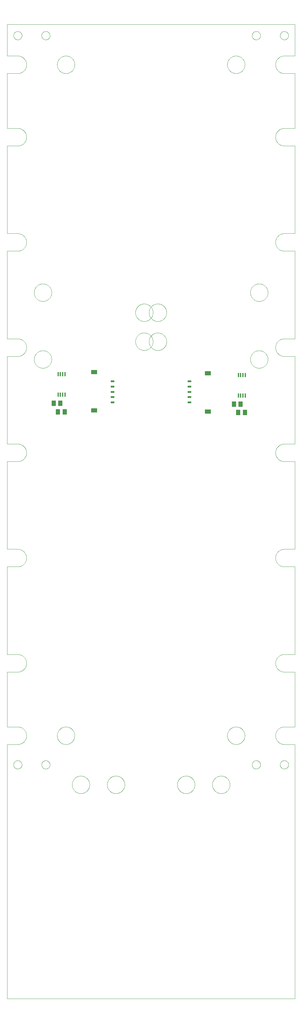
<source format=gbp>
G75*
%MOIN*%
%OFA0B0*%
%FSLAX25Y25*%
%IPPOS*%
%LPD*%
%AMOC8*
5,1,8,0,0,1.08239X$1,22.5*
%
%ADD10C,0.00004*%
%ADD11C,0.00394*%
%ADD12R,0.03937X0.02362*%
%ADD13R,0.07087X0.04921*%
%ADD14R,0.05118X0.05906*%
%ADD15R,0.01378X0.04724*%
D10*
X0001200Y0001200D02*
X0324035Y0001200D01*
X0324035Y0286633D01*
X0312224Y0286633D01*
X0311984Y0286636D01*
X0311745Y0286645D01*
X0311506Y0286659D01*
X0311267Y0286680D01*
X0311028Y0286706D01*
X0310791Y0286738D01*
X0310554Y0286776D01*
X0310318Y0286819D01*
X0310084Y0286868D01*
X0309851Y0286923D01*
X0309619Y0286984D01*
X0309388Y0287050D01*
X0309160Y0287122D01*
X0308933Y0287200D01*
X0308708Y0287282D01*
X0308485Y0287371D01*
X0308264Y0287465D01*
X0308046Y0287564D01*
X0307830Y0287668D01*
X0307617Y0287778D01*
X0307407Y0287892D01*
X0307199Y0288012D01*
X0306994Y0288137D01*
X0306793Y0288267D01*
X0306595Y0288402D01*
X0306400Y0288541D01*
X0306208Y0288685D01*
X0306020Y0288834D01*
X0305836Y0288987D01*
X0305656Y0289145D01*
X0305479Y0289307D01*
X0305306Y0289474D01*
X0305138Y0289644D01*
X0304974Y0289819D01*
X0304814Y0289997D01*
X0304658Y0290180D01*
X0304507Y0290366D01*
X0304361Y0290556D01*
X0304219Y0290749D01*
X0304082Y0290945D01*
X0303949Y0291145D01*
X0303822Y0291348D01*
X0303700Y0291554D01*
X0303582Y0291764D01*
X0303470Y0291975D01*
X0303363Y0292190D01*
X0303261Y0292407D01*
X0303165Y0292626D01*
X0303074Y0292848D01*
X0302988Y0293072D01*
X0302908Y0293298D01*
X0302834Y0293526D01*
X0302765Y0293755D01*
X0302701Y0293986D01*
X0302643Y0294219D01*
X0302591Y0294453D01*
X0302545Y0294688D01*
X0302504Y0294924D01*
X0302469Y0295162D01*
X0302440Y0295399D01*
X0302417Y0295638D01*
X0302399Y0295877D01*
X0302388Y0296117D01*
X0302382Y0296356D01*
X0302382Y0296596D01*
X0302388Y0296835D01*
X0302399Y0297075D01*
X0302417Y0297314D01*
X0302440Y0297553D01*
X0302469Y0297790D01*
X0302504Y0298028D01*
X0302545Y0298264D01*
X0302591Y0298499D01*
X0302643Y0298733D01*
X0302701Y0298966D01*
X0302765Y0299197D01*
X0302834Y0299426D01*
X0302908Y0299654D01*
X0302988Y0299880D01*
X0303074Y0300104D01*
X0303165Y0300326D01*
X0303261Y0300545D01*
X0303363Y0300762D01*
X0303470Y0300977D01*
X0303582Y0301188D01*
X0303700Y0301398D01*
X0303822Y0301604D01*
X0303949Y0301807D01*
X0304082Y0302007D01*
X0304219Y0302203D01*
X0304361Y0302396D01*
X0304507Y0302586D01*
X0304658Y0302772D01*
X0304814Y0302955D01*
X0304974Y0303133D01*
X0305138Y0303308D01*
X0305306Y0303478D01*
X0305479Y0303645D01*
X0305656Y0303807D01*
X0305836Y0303965D01*
X0306020Y0304118D01*
X0306208Y0304267D01*
X0306400Y0304411D01*
X0306595Y0304550D01*
X0306793Y0304685D01*
X0306994Y0304815D01*
X0307199Y0304940D01*
X0307407Y0305060D01*
X0307617Y0305174D01*
X0307830Y0305284D01*
X0308046Y0305388D01*
X0308264Y0305487D01*
X0308485Y0305581D01*
X0308708Y0305670D01*
X0308933Y0305752D01*
X0309160Y0305830D01*
X0309388Y0305902D01*
X0309619Y0305968D01*
X0309851Y0306029D01*
X0310084Y0306084D01*
X0310318Y0306133D01*
X0310554Y0306176D01*
X0310791Y0306214D01*
X0311028Y0306246D01*
X0311267Y0306272D01*
X0311506Y0306293D01*
X0311745Y0306307D01*
X0311984Y0306316D01*
X0312224Y0306319D01*
X0312224Y0306318D02*
X0324035Y0306318D01*
X0324035Y0367932D01*
X0312224Y0367932D01*
X0311984Y0367935D01*
X0311745Y0367944D01*
X0311506Y0367958D01*
X0311267Y0367979D01*
X0311028Y0368005D01*
X0310791Y0368037D01*
X0310554Y0368075D01*
X0310318Y0368118D01*
X0310084Y0368167D01*
X0309851Y0368222D01*
X0309619Y0368283D01*
X0309388Y0368349D01*
X0309160Y0368421D01*
X0308933Y0368499D01*
X0308708Y0368581D01*
X0308485Y0368670D01*
X0308264Y0368764D01*
X0308046Y0368863D01*
X0307830Y0368967D01*
X0307617Y0369077D01*
X0307407Y0369191D01*
X0307199Y0369311D01*
X0306994Y0369436D01*
X0306793Y0369566D01*
X0306595Y0369701D01*
X0306400Y0369840D01*
X0306208Y0369984D01*
X0306020Y0370133D01*
X0305836Y0370286D01*
X0305656Y0370444D01*
X0305479Y0370606D01*
X0305306Y0370773D01*
X0305138Y0370943D01*
X0304974Y0371118D01*
X0304814Y0371296D01*
X0304658Y0371479D01*
X0304507Y0371665D01*
X0304361Y0371855D01*
X0304219Y0372048D01*
X0304082Y0372244D01*
X0303949Y0372444D01*
X0303822Y0372647D01*
X0303700Y0372853D01*
X0303582Y0373063D01*
X0303470Y0373274D01*
X0303363Y0373489D01*
X0303261Y0373706D01*
X0303165Y0373925D01*
X0303074Y0374147D01*
X0302988Y0374371D01*
X0302908Y0374597D01*
X0302834Y0374825D01*
X0302765Y0375054D01*
X0302701Y0375285D01*
X0302643Y0375518D01*
X0302591Y0375752D01*
X0302545Y0375987D01*
X0302504Y0376223D01*
X0302469Y0376461D01*
X0302440Y0376698D01*
X0302417Y0376937D01*
X0302399Y0377176D01*
X0302388Y0377416D01*
X0302382Y0377655D01*
X0302382Y0377895D01*
X0302388Y0378134D01*
X0302399Y0378374D01*
X0302417Y0378613D01*
X0302440Y0378852D01*
X0302469Y0379089D01*
X0302504Y0379327D01*
X0302545Y0379563D01*
X0302591Y0379798D01*
X0302643Y0380032D01*
X0302701Y0380265D01*
X0302765Y0380496D01*
X0302834Y0380725D01*
X0302908Y0380953D01*
X0302988Y0381179D01*
X0303074Y0381403D01*
X0303165Y0381625D01*
X0303261Y0381844D01*
X0303363Y0382061D01*
X0303470Y0382276D01*
X0303582Y0382487D01*
X0303700Y0382697D01*
X0303822Y0382903D01*
X0303949Y0383106D01*
X0304082Y0383306D01*
X0304219Y0383502D01*
X0304361Y0383695D01*
X0304507Y0383885D01*
X0304658Y0384071D01*
X0304814Y0384254D01*
X0304974Y0384432D01*
X0305138Y0384607D01*
X0305306Y0384777D01*
X0305479Y0384944D01*
X0305656Y0385106D01*
X0305836Y0385264D01*
X0306020Y0385417D01*
X0306208Y0385566D01*
X0306400Y0385710D01*
X0306595Y0385849D01*
X0306793Y0385984D01*
X0306994Y0386114D01*
X0307199Y0386239D01*
X0307407Y0386359D01*
X0307617Y0386473D01*
X0307830Y0386583D01*
X0308046Y0386687D01*
X0308264Y0386786D01*
X0308485Y0386880D01*
X0308708Y0386969D01*
X0308933Y0387051D01*
X0309160Y0387129D01*
X0309388Y0387201D01*
X0309619Y0387267D01*
X0309851Y0387328D01*
X0310084Y0387383D01*
X0310318Y0387432D01*
X0310554Y0387475D01*
X0310791Y0387513D01*
X0311028Y0387545D01*
X0311267Y0387571D01*
X0311506Y0387592D01*
X0311745Y0387606D01*
X0311984Y0387615D01*
X0312224Y0387618D01*
X0312224Y0387617D02*
X0324035Y0387617D01*
X0324035Y0486043D01*
X0312224Y0486043D01*
X0312224Y0486042D02*
X0311984Y0486045D01*
X0311745Y0486054D01*
X0311506Y0486068D01*
X0311267Y0486089D01*
X0311028Y0486115D01*
X0310791Y0486147D01*
X0310554Y0486185D01*
X0310318Y0486228D01*
X0310084Y0486277D01*
X0309851Y0486332D01*
X0309619Y0486393D01*
X0309388Y0486459D01*
X0309160Y0486531D01*
X0308933Y0486609D01*
X0308708Y0486691D01*
X0308485Y0486780D01*
X0308264Y0486874D01*
X0308046Y0486973D01*
X0307830Y0487077D01*
X0307617Y0487187D01*
X0307407Y0487301D01*
X0307199Y0487421D01*
X0306994Y0487546D01*
X0306793Y0487676D01*
X0306595Y0487811D01*
X0306400Y0487950D01*
X0306208Y0488094D01*
X0306020Y0488243D01*
X0305836Y0488396D01*
X0305656Y0488554D01*
X0305479Y0488716D01*
X0305306Y0488883D01*
X0305138Y0489053D01*
X0304974Y0489228D01*
X0304814Y0489406D01*
X0304658Y0489589D01*
X0304507Y0489775D01*
X0304361Y0489965D01*
X0304219Y0490158D01*
X0304082Y0490354D01*
X0303949Y0490554D01*
X0303822Y0490757D01*
X0303700Y0490963D01*
X0303582Y0491173D01*
X0303470Y0491384D01*
X0303363Y0491599D01*
X0303261Y0491816D01*
X0303165Y0492035D01*
X0303074Y0492257D01*
X0302988Y0492481D01*
X0302908Y0492707D01*
X0302834Y0492935D01*
X0302765Y0493164D01*
X0302701Y0493395D01*
X0302643Y0493628D01*
X0302591Y0493862D01*
X0302545Y0494097D01*
X0302504Y0494333D01*
X0302469Y0494571D01*
X0302440Y0494808D01*
X0302417Y0495047D01*
X0302399Y0495286D01*
X0302388Y0495526D01*
X0302382Y0495765D01*
X0302382Y0496005D01*
X0302388Y0496244D01*
X0302399Y0496484D01*
X0302417Y0496723D01*
X0302440Y0496962D01*
X0302469Y0497199D01*
X0302504Y0497437D01*
X0302545Y0497673D01*
X0302591Y0497908D01*
X0302643Y0498142D01*
X0302701Y0498375D01*
X0302765Y0498606D01*
X0302834Y0498835D01*
X0302908Y0499063D01*
X0302988Y0499289D01*
X0303074Y0499513D01*
X0303165Y0499735D01*
X0303261Y0499954D01*
X0303363Y0500171D01*
X0303470Y0500386D01*
X0303582Y0500597D01*
X0303700Y0500807D01*
X0303822Y0501013D01*
X0303949Y0501216D01*
X0304082Y0501416D01*
X0304219Y0501612D01*
X0304361Y0501805D01*
X0304507Y0501995D01*
X0304658Y0502181D01*
X0304814Y0502364D01*
X0304974Y0502542D01*
X0305138Y0502717D01*
X0305306Y0502887D01*
X0305479Y0503054D01*
X0305656Y0503216D01*
X0305836Y0503374D01*
X0306020Y0503527D01*
X0306208Y0503676D01*
X0306400Y0503820D01*
X0306595Y0503959D01*
X0306793Y0504094D01*
X0306994Y0504224D01*
X0307199Y0504349D01*
X0307407Y0504469D01*
X0307617Y0504583D01*
X0307830Y0504693D01*
X0308046Y0504797D01*
X0308264Y0504896D01*
X0308485Y0504990D01*
X0308708Y0505079D01*
X0308933Y0505161D01*
X0309160Y0505239D01*
X0309388Y0505311D01*
X0309619Y0505377D01*
X0309851Y0505438D01*
X0310084Y0505493D01*
X0310318Y0505542D01*
X0310554Y0505585D01*
X0310791Y0505623D01*
X0311028Y0505655D01*
X0311267Y0505681D01*
X0311506Y0505702D01*
X0311745Y0505716D01*
X0311984Y0505725D01*
X0312224Y0505728D01*
X0324035Y0505728D01*
X0324035Y0604153D01*
X0312224Y0604153D01*
X0312224Y0604152D02*
X0311984Y0604155D01*
X0311745Y0604164D01*
X0311506Y0604178D01*
X0311267Y0604199D01*
X0311028Y0604225D01*
X0310791Y0604257D01*
X0310554Y0604295D01*
X0310318Y0604338D01*
X0310084Y0604387D01*
X0309851Y0604442D01*
X0309619Y0604503D01*
X0309388Y0604569D01*
X0309160Y0604641D01*
X0308933Y0604719D01*
X0308708Y0604801D01*
X0308485Y0604890D01*
X0308264Y0604984D01*
X0308046Y0605083D01*
X0307830Y0605187D01*
X0307617Y0605297D01*
X0307407Y0605411D01*
X0307199Y0605531D01*
X0306994Y0605656D01*
X0306793Y0605786D01*
X0306595Y0605921D01*
X0306400Y0606060D01*
X0306208Y0606204D01*
X0306020Y0606353D01*
X0305836Y0606506D01*
X0305656Y0606664D01*
X0305479Y0606826D01*
X0305306Y0606993D01*
X0305138Y0607163D01*
X0304974Y0607338D01*
X0304814Y0607516D01*
X0304658Y0607699D01*
X0304507Y0607885D01*
X0304361Y0608075D01*
X0304219Y0608268D01*
X0304082Y0608464D01*
X0303949Y0608664D01*
X0303822Y0608867D01*
X0303700Y0609074D01*
X0303582Y0609283D01*
X0303470Y0609494D01*
X0303363Y0609709D01*
X0303261Y0609926D01*
X0303165Y0610145D01*
X0303074Y0610367D01*
X0302988Y0610591D01*
X0302908Y0610817D01*
X0302834Y0611045D01*
X0302765Y0611274D01*
X0302701Y0611505D01*
X0302643Y0611738D01*
X0302591Y0611972D01*
X0302545Y0612207D01*
X0302504Y0612443D01*
X0302469Y0612681D01*
X0302440Y0612918D01*
X0302417Y0613157D01*
X0302399Y0613396D01*
X0302388Y0613636D01*
X0302382Y0613875D01*
X0302382Y0614115D01*
X0302388Y0614354D01*
X0302399Y0614594D01*
X0302417Y0614833D01*
X0302440Y0615072D01*
X0302469Y0615309D01*
X0302504Y0615547D01*
X0302545Y0615783D01*
X0302591Y0616018D01*
X0302643Y0616252D01*
X0302701Y0616485D01*
X0302765Y0616716D01*
X0302834Y0616945D01*
X0302908Y0617173D01*
X0302988Y0617399D01*
X0303074Y0617623D01*
X0303165Y0617845D01*
X0303261Y0618064D01*
X0303363Y0618281D01*
X0303470Y0618496D01*
X0303582Y0618707D01*
X0303700Y0618917D01*
X0303822Y0619123D01*
X0303949Y0619326D01*
X0304082Y0619526D01*
X0304219Y0619722D01*
X0304361Y0619915D01*
X0304507Y0620105D01*
X0304658Y0620291D01*
X0304814Y0620474D01*
X0304974Y0620652D01*
X0305138Y0620827D01*
X0305306Y0620997D01*
X0305479Y0621164D01*
X0305656Y0621326D01*
X0305836Y0621484D01*
X0306020Y0621637D01*
X0306208Y0621786D01*
X0306400Y0621930D01*
X0306595Y0622069D01*
X0306793Y0622204D01*
X0306994Y0622334D01*
X0307199Y0622459D01*
X0307407Y0622579D01*
X0307617Y0622693D01*
X0307830Y0622803D01*
X0308046Y0622907D01*
X0308264Y0623006D01*
X0308485Y0623100D01*
X0308708Y0623189D01*
X0308933Y0623271D01*
X0309160Y0623349D01*
X0309388Y0623421D01*
X0309619Y0623487D01*
X0309851Y0623548D01*
X0310084Y0623603D01*
X0310318Y0623652D01*
X0310554Y0623695D01*
X0310791Y0623733D01*
X0311028Y0623765D01*
X0311267Y0623791D01*
X0311506Y0623812D01*
X0311745Y0623826D01*
X0311984Y0623835D01*
X0312224Y0623838D01*
X0324035Y0623838D01*
X0324035Y0722263D01*
X0312224Y0722263D01*
X0311984Y0722266D01*
X0311745Y0722275D01*
X0311506Y0722289D01*
X0311267Y0722310D01*
X0311028Y0722336D01*
X0310791Y0722368D01*
X0310554Y0722406D01*
X0310318Y0722449D01*
X0310084Y0722498D01*
X0309851Y0722553D01*
X0309619Y0722614D01*
X0309388Y0722680D01*
X0309160Y0722752D01*
X0308933Y0722830D01*
X0308708Y0722912D01*
X0308485Y0723001D01*
X0308264Y0723095D01*
X0308046Y0723194D01*
X0307830Y0723298D01*
X0307617Y0723408D01*
X0307407Y0723522D01*
X0307199Y0723642D01*
X0306994Y0723767D01*
X0306793Y0723897D01*
X0306595Y0724032D01*
X0306400Y0724171D01*
X0306208Y0724315D01*
X0306020Y0724464D01*
X0305836Y0724617D01*
X0305656Y0724775D01*
X0305479Y0724937D01*
X0305306Y0725104D01*
X0305138Y0725274D01*
X0304974Y0725449D01*
X0304814Y0725627D01*
X0304658Y0725810D01*
X0304507Y0725996D01*
X0304361Y0726186D01*
X0304219Y0726379D01*
X0304082Y0726575D01*
X0303949Y0726775D01*
X0303822Y0726978D01*
X0303700Y0727185D01*
X0303582Y0727394D01*
X0303470Y0727605D01*
X0303363Y0727820D01*
X0303261Y0728037D01*
X0303165Y0728256D01*
X0303074Y0728478D01*
X0302988Y0728702D01*
X0302908Y0728928D01*
X0302834Y0729156D01*
X0302765Y0729385D01*
X0302701Y0729616D01*
X0302643Y0729849D01*
X0302591Y0730083D01*
X0302545Y0730318D01*
X0302504Y0730554D01*
X0302469Y0730792D01*
X0302440Y0731029D01*
X0302417Y0731268D01*
X0302399Y0731507D01*
X0302388Y0731747D01*
X0302382Y0731986D01*
X0302382Y0732226D01*
X0302388Y0732465D01*
X0302399Y0732705D01*
X0302417Y0732944D01*
X0302440Y0733183D01*
X0302469Y0733420D01*
X0302504Y0733658D01*
X0302545Y0733894D01*
X0302591Y0734129D01*
X0302643Y0734363D01*
X0302701Y0734596D01*
X0302765Y0734827D01*
X0302834Y0735056D01*
X0302908Y0735284D01*
X0302988Y0735510D01*
X0303074Y0735734D01*
X0303165Y0735956D01*
X0303261Y0736175D01*
X0303363Y0736392D01*
X0303470Y0736607D01*
X0303582Y0736818D01*
X0303700Y0737028D01*
X0303822Y0737234D01*
X0303949Y0737437D01*
X0304082Y0737637D01*
X0304219Y0737833D01*
X0304361Y0738026D01*
X0304507Y0738216D01*
X0304658Y0738402D01*
X0304814Y0738585D01*
X0304974Y0738763D01*
X0305138Y0738938D01*
X0305306Y0739108D01*
X0305479Y0739275D01*
X0305656Y0739437D01*
X0305836Y0739595D01*
X0306020Y0739748D01*
X0306208Y0739897D01*
X0306400Y0740041D01*
X0306595Y0740180D01*
X0306793Y0740315D01*
X0306994Y0740445D01*
X0307199Y0740570D01*
X0307407Y0740690D01*
X0307617Y0740804D01*
X0307830Y0740914D01*
X0308046Y0741018D01*
X0308264Y0741117D01*
X0308485Y0741211D01*
X0308708Y0741300D01*
X0308933Y0741382D01*
X0309160Y0741460D01*
X0309388Y0741532D01*
X0309619Y0741598D01*
X0309851Y0741659D01*
X0310084Y0741714D01*
X0310318Y0741763D01*
X0310554Y0741806D01*
X0310791Y0741844D01*
X0311028Y0741876D01*
X0311267Y0741902D01*
X0311506Y0741923D01*
X0311745Y0741937D01*
X0311984Y0741946D01*
X0312224Y0741949D01*
X0312224Y0741948D02*
X0324035Y0741948D01*
X0324035Y0840373D01*
X0312224Y0840373D01*
X0311984Y0840376D01*
X0311745Y0840385D01*
X0311506Y0840399D01*
X0311267Y0840420D01*
X0311028Y0840446D01*
X0310791Y0840478D01*
X0310554Y0840516D01*
X0310318Y0840559D01*
X0310084Y0840608D01*
X0309851Y0840663D01*
X0309619Y0840724D01*
X0309388Y0840790D01*
X0309160Y0840862D01*
X0308933Y0840940D01*
X0308708Y0841022D01*
X0308485Y0841111D01*
X0308264Y0841205D01*
X0308046Y0841304D01*
X0307830Y0841408D01*
X0307617Y0841518D01*
X0307407Y0841632D01*
X0307199Y0841752D01*
X0306994Y0841877D01*
X0306793Y0842007D01*
X0306595Y0842142D01*
X0306400Y0842281D01*
X0306208Y0842425D01*
X0306020Y0842574D01*
X0305836Y0842727D01*
X0305656Y0842885D01*
X0305479Y0843047D01*
X0305306Y0843214D01*
X0305138Y0843384D01*
X0304974Y0843559D01*
X0304814Y0843737D01*
X0304658Y0843920D01*
X0304507Y0844106D01*
X0304361Y0844296D01*
X0304219Y0844489D01*
X0304082Y0844685D01*
X0303949Y0844885D01*
X0303822Y0845088D01*
X0303700Y0845295D01*
X0303582Y0845504D01*
X0303470Y0845715D01*
X0303363Y0845930D01*
X0303261Y0846147D01*
X0303165Y0846366D01*
X0303074Y0846588D01*
X0302988Y0846812D01*
X0302908Y0847038D01*
X0302834Y0847266D01*
X0302765Y0847495D01*
X0302701Y0847726D01*
X0302643Y0847959D01*
X0302591Y0848193D01*
X0302545Y0848428D01*
X0302504Y0848664D01*
X0302469Y0848902D01*
X0302440Y0849139D01*
X0302417Y0849378D01*
X0302399Y0849617D01*
X0302388Y0849857D01*
X0302382Y0850096D01*
X0302382Y0850336D01*
X0302388Y0850575D01*
X0302399Y0850815D01*
X0302417Y0851054D01*
X0302440Y0851293D01*
X0302469Y0851530D01*
X0302504Y0851768D01*
X0302545Y0852004D01*
X0302591Y0852239D01*
X0302643Y0852473D01*
X0302701Y0852706D01*
X0302765Y0852937D01*
X0302834Y0853166D01*
X0302908Y0853394D01*
X0302988Y0853620D01*
X0303074Y0853844D01*
X0303165Y0854066D01*
X0303261Y0854285D01*
X0303363Y0854502D01*
X0303470Y0854717D01*
X0303582Y0854928D01*
X0303700Y0855138D01*
X0303822Y0855344D01*
X0303949Y0855547D01*
X0304082Y0855747D01*
X0304219Y0855943D01*
X0304361Y0856136D01*
X0304507Y0856326D01*
X0304658Y0856512D01*
X0304814Y0856695D01*
X0304974Y0856873D01*
X0305138Y0857048D01*
X0305306Y0857218D01*
X0305479Y0857385D01*
X0305656Y0857547D01*
X0305836Y0857705D01*
X0306020Y0857858D01*
X0306208Y0858007D01*
X0306400Y0858151D01*
X0306595Y0858290D01*
X0306793Y0858425D01*
X0306994Y0858555D01*
X0307199Y0858680D01*
X0307407Y0858800D01*
X0307617Y0858914D01*
X0307830Y0859024D01*
X0308046Y0859128D01*
X0308264Y0859227D01*
X0308485Y0859321D01*
X0308708Y0859410D01*
X0308933Y0859492D01*
X0309160Y0859570D01*
X0309388Y0859642D01*
X0309619Y0859708D01*
X0309851Y0859769D01*
X0310084Y0859824D01*
X0310318Y0859873D01*
X0310554Y0859916D01*
X0310791Y0859954D01*
X0311028Y0859986D01*
X0311267Y0860012D01*
X0311506Y0860033D01*
X0311745Y0860047D01*
X0311984Y0860056D01*
X0312224Y0860059D01*
X0312224Y0860058D02*
X0324035Y0860058D01*
X0324035Y0958483D01*
X0312224Y0958483D01*
X0311984Y0958486D01*
X0311745Y0958495D01*
X0311506Y0958509D01*
X0311267Y0958530D01*
X0311028Y0958556D01*
X0310791Y0958588D01*
X0310554Y0958626D01*
X0310318Y0958669D01*
X0310084Y0958718D01*
X0309851Y0958773D01*
X0309619Y0958834D01*
X0309388Y0958900D01*
X0309160Y0958972D01*
X0308933Y0959050D01*
X0308708Y0959132D01*
X0308485Y0959221D01*
X0308264Y0959315D01*
X0308046Y0959414D01*
X0307830Y0959518D01*
X0307617Y0959628D01*
X0307407Y0959742D01*
X0307199Y0959862D01*
X0306994Y0959987D01*
X0306793Y0960117D01*
X0306595Y0960252D01*
X0306400Y0960391D01*
X0306208Y0960535D01*
X0306020Y0960684D01*
X0305836Y0960837D01*
X0305656Y0960995D01*
X0305479Y0961157D01*
X0305306Y0961324D01*
X0305138Y0961494D01*
X0304974Y0961669D01*
X0304814Y0961847D01*
X0304658Y0962030D01*
X0304507Y0962216D01*
X0304361Y0962406D01*
X0304219Y0962599D01*
X0304082Y0962795D01*
X0303949Y0962995D01*
X0303822Y0963198D01*
X0303700Y0963405D01*
X0303582Y0963614D01*
X0303470Y0963825D01*
X0303363Y0964040D01*
X0303261Y0964257D01*
X0303165Y0964476D01*
X0303074Y0964698D01*
X0302988Y0964922D01*
X0302908Y0965148D01*
X0302834Y0965376D01*
X0302765Y0965605D01*
X0302701Y0965836D01*
X0302643Y0966069D01*
X0302591Y0966303D01*
X0302545Y0966538D01*
X0302504Y0966774D01*
X0302469Y0967012D01*
X0302440Y0967249D01*
X0302417Y0967488D01*
X0302399Y0967727D01*
X0302388Y0967967D01*
X0302382Y0968206D01*
X0302382Y0968446D01*
X0302388Y0968685D01*
X0302399Y0968925D01*
X0302417Y0969164D01*
X0302440Y0969403D01*
X0302469Y0969640D01*
X0302504Y0969878D01*
X0302545Y0970114D01*
X0302591Y0970349D01*
X0302643Y0970583D01*
X0302701Y0970816D01*
X0302765Y0971047D01*
X0302834Y0971276D01*
X0302908Y0971504D01*
X0302988Y0971730D01*
X0303074Y0971954D01*
X0303165Y0972176D01*
X0303261Y0972395D01*
X0303363Y0972612D01*
X0303470Y0972827D01*
X0303582Y0973038D01*
X0303700Y0973248D01*
X0303822Y0973454D01*
X0303949Y0973657D01*
X0304082Y0973857D01*
X0304219Y0974053D01*
X0304361Y0974246D01*
X0304507Y0974436D01*
X0304658Y0974622D01*
X0304814Y0974805D01*
X0304974Y0974983D01*
X0305138Y0975158D01*
X0305306Y0975328D01*
X0305479Y0975495D01*
X0305656Y0975657D01*
X0305836Y0975815D01*
X0306020Y0975968D01*
X0306208Y0976117D01*
X0306400Y0976261D01*
X0306595Y0976400D01*
X0306793Y0976535D01*
X0306994Y0976665D01*
X0307199Y0976790D01*
X0307407Y0976910D01*
X0307617Y0977024D01*
X0307830Y0977134D01*
X0308046Y0977238D01*
X0308264Y0977337D01*
X0308485Y0977431D01*
X0308708Y0977520D01*
X0308933Y0977602D01*
X0309160Y0977680D01*
X0309388Y0977752D01*
X0309619Y0977818D01*
X0309851Y0977879D01*
X0310084Y0977934D01*
X0310318Y0977983D01*
X0310554Y0978026D01*
X0310791Y0978064D01*
X0311028Y0978096D01*
X0311267Y0978122D01*
X0311506Y0978143D01*
X0311745Y0978157D01*
X0311984Y0978166D01*
X0312224Y0978169D01*
X0324035Y0978169D01*
X0324035Y1039783D01*
X0312224Y1039783D01*
X0312224Y1039782D02*
X0311984Y1039785D01*
X0311745Y1039794D01*
X0311506Y1039808D01*
X0311267Y1039829D01*
X0311028Y1039855D01*
X0310791Y1039887D01*
X0310554Y1039925D01*
X0310318Y1039968D01*
X0310084Y1040017D01*
X0309851Y1040072D01*
X0309619Y1040133D01*
X0309388Y1040199D01*
X0309160Y1040271D01*
X0308933Y1040349D01*
X0308708Y1040431D01*
X0308485Y1040520D01*
X0308264Y1040614D01*
X0308046Y1040713D01*
X0307830Y1040817D01*
X0307617Y1040927D01*
X0307407Y1041041D01*
X0307199Y1041161D01*
X0306994Y1041286D01*
X0306793Y1041416D01*
X0306595Y1041551D01*
X0306400Y1041690D01*
X0306208Y1041834D01*
X0306020Y1041983D01*
X0305836Y1042136D01*
X0305656Y1042294D01*
X0305479Y1042456D01*
X0305306Y1042623D01*
X0305138Y1042793D01*
X0304974Y1042968D01*
X0304814Y1043146D01*
X0304658Y1043329D01*
X0304507Y1043515D01*
X0304361Y1043705D01*
X0304219Y1043898D01*
X0304082Y1044094D01*
X0303949Y1044294D01*
X0303822Y1044497D01*
X0303700Y1044704D01*
X0303582Y1044913D01*
X0303470Y1045124D01*
X0303363Y1045339D01*
X0303261Y1045556D01*
X0303165Y1045775D01*
X0303074Y1045997D01*
X0302988Y1046221D01*
X0302908Y1046447D01*
X0302834Y1046675D01*
X0302765Y1046904D01*
X0302701Y1047135D01*
X0302643Y1047368D01*
X0302591Y1047602D01*
X0302545Y1047837D01*
X0302504Y1048073D01*
X0302469Y1048311D01*
X0302440Y1048548D01*
X0302417Y1048787D01*
X0302399Y1049026D01*
X0302388Y1049266D01*
X0302382Y1049505D01*
X0302382Y1049745D01*
X0302388Y1049984D01*
X0302399Y1050224D01*
X0302417Y1050463D01*
X0302440Y1050702D01*
X0302469Y1050939D01*
X0302504Y1051177D01*
X0302545Y1051413D01*
X0302591Y1051648D01*
X0302643Y1051882D01*
X0302701Y1052115D01*
X0302765Y1052346D01*
X0302834Y1052575D01*
X0302908Y1052803D01*
X0302988Y1053029D01*
X0303074Y1053253D01*
X0303165Y1053475D01*
X0303261Y1053694D01*
X0303363Y1053911D01*
X0303470Y1054126D01*
X0303582Y1054337D01*
X0303700Y1054547D01*
X0303822Y1054753D01*
X0303949Y1054956D01*
X0304082Y1055156D01*
X0304219Y1055352D01*
X0304361Y1055545D01*
X0304507Y1055735D01*
X0304658Y1055921D01*
X0304814Y1056104D01*
X0304974Y1056282D01*
X0305138Y1056457D01*
X0305306Y1056627D01*
X0305479Y1056794D01*
X0305656Y1056956D01*
X0305836Y1057114D01*
X0306020Y1057267D01*
X0306208Y1057416D01*
X0306400Y1057560D01*
X0306595Y1057699D01*
X0306793Y1057834D01*
X0306994Y1057964D01*
X0307199Y1058089D01*
X0307407Y1058209D01*
X0307617Y1058323D01*
X0307830Y1058433D01*
X0308046Y1058537D01*
X0308264Y1058636D01*
X0308485Y1058730D01*
X0308708Y1058819D01*
X0308933Y1058901D01*
X0309160Y1058979D01*
X0309388Y1059051D01*
X0309619Y1059117D01*
X0309851Y1059178D01*
X0310084Y1059233D01*
X0310318Y1059282D01*
X0310554Y1059325D01*
X0310791Y1059363D01*
X0311028Y1059395D01*
X0311267Y1059421D01*
X0311506Y1059442D01*
X0311745Y1059456D01*
X0311984Y1059465D01*
X0312224Y1059468D01*
X0324035Y1059468D01*
X0324035Y1094901D01*
X0001200Y1094901D01*
X0001200Y1059468D01*
X0013011Y1059468D01*
X0013251Y1059465D01*
X0013490Y1059456D01*
X0013729Y1059442D01*
X0013968Y1059421D01*
X0014207Y1059395D01*
X0014444Y1059363D01*
X0014681Y1059325D01*
X0014917Y1059282D01*
X0015151Y1059233D01*
X0015384Y1059178D01*
X0015616Y1059117D01*
X0015847Y1059051D01*
X0016075Y1058979D01*
X0016302Y1058901D01*
X0016527Y1058819D01*
X0016750Y1058730D01*
X0016971Y1058636D01*
X0017189Y1058537D01*
X0017405Y1058433D01*
X0017618Y1058323D01*
X0017828Y1058209D01*
X0018036Y1058089D01*
X0018241Y1057964D01*
X0018442Y1057834D01*
X0018640Y1057699D01*
X0018835Y1057560D01*
X0019027Y1057416D01*
X0019215Y1057267D01*
X0019399Y1057114D01*
X0019579Y1056956D01*
X0019756Y1056794D01*
X0019929Y1056627D01*
X0020097Y1056457D01*
X0020261Y1056282D01*
X0020421Y1056104D01*
X0020577Y1055921D01*
X0020728Y1055735D01*
X0020874Y1055545D01*
X0021016Y1055352D01*
X0021153Y1055156D01*
X0021286Y1054956D01*
X0021413Y1054753D01*
X0021535Y1054547D01*
X0021653Y1054337D01*
X0021765Y1054126D01*
X0021872Y1053911D01*
X0021974Y1053694D01*
X0022070Y1053475D01*
X0022161Y1053253D01*
X0022247Y1053029D01*
X0022327Y1052803D01*
X0022401Y1052575D01*
X0022470Y1052346D01*
X0022534Y1052115D01*
X0022592Y1051882D01*
X0022644Y1051648D01*
X0022690Y1051413D01*
X0022731Y1051177D01*
X0022766Y1050939D01*
X0022795Y1050702D01*
X0022818Y1050463D01*
X0022836Y1050224D01*
X0022847Y1049984D01*
X0022853Y1049745D01*
X0022853Y1049505D01*
X0022847Y1049266D01*
X0022836Y1049026D01*
X0022818Y1048787D01*
X0022795Y1048548D01*
X0022766Y1048311D01*
X0022731Y1048073D01*
X0022690Y1047837D01*
X0022644Y1047602D01*
X0022592Y1047368D01*
X0022534Y1047135D01*
X0022470Y1046904D01*
X0022401Y1046675D01*
X0022327Y1046447D01*
X0022247Y1046221D01*
X0022161Y1045997D01*
X0022070Y1045775D01*
X0021974Y1045556D01*
X0021872Y1045339D01*
X0021765Y1045124D01*
X0021653Y1044913D01*
X0021535Y1044704D01*
X0021413Y1044497D01*
X0021286Y1044294D01*
X0021153Y1044094D01*
X0021016Y1043898D01*
X0020874Y1043705D01*
X0020728Y1043515D01*
X0020577Y1043329D01*
X0020421Y1043146D01*
X0020261Y1042968D01*
X0020097Y1042793D01*
X0019929Y1042623D01*
X0019756Y1042456D01*
X0019579Y1042294D01*
X0019399Y1042136D01*
X0019215Y1041983D01*
X0019027Y1041834D01*
X0018835Y1041690D01*
X0018640Y1041551D01*
X0018442Y1041416D01*
X0018241Y1041286D01*
X0018036Y1041161D01*
X0017828Y1041041D01*
X0017618Y1040927D01*
X0017405Y1040817D01*
X0017189Y1040713D01*
X0016971Y1040614D01*
X0016750Y1040520D01*
X0016527Y1040431D01*
X0016302Y1040349D01*
X0016075Y1040271D01*
X0015847Y1040199D01*
X0015616Y1040133D01*
X0015384Y1040072D01*
X0015151Y1040017D01*
X0014917Y1039968D01*
X0014681Y1039925D01*
X0014444Y1039887D01*
X0014207Y1039855D01*
X0013968Y1039829D01*
X0013729Y1039808D01*
X0013490Y1039794D01*
X0013251Y1039785D01*
X0013011Y1039782D01*
X0013011Y1039783D02*
X0001200Y1039783D01*
X0001200Y0978169D01*
X0013011Y0978169D01*
X0013251Y0978166D01*
X0013490Y0978157D01*
X0013729Y0978143D01*
X0013968Y0978122D01*
X0014207Y0978096D01*
X0014444Y0978064D01*
X0014681Y0978026D01*
X0014917Y0977983D01*
X0015151Y0977934D01*
X0015384Y0977879D01*
X0015616Y0977818D01*
X0015847Y0977752D01*
X0016075Y0977680D01*
X0016302Y0977602D01*
X0016527Y0977520D01*
X0016750Y0977431D01*
X0016971Y0977337D01*
X0017189Y0977238D01*
X0017405Y0977134D01*
X0017618Y0977024D01*
X0017828Y0976910D01*
X0018036Y0976790D01*
X0018241Y0976665D01*
X0018442Y0976535D01*
X0018640Y0976400D01*
X0018835Y0976261D01*
X0019027Y0976117D01*
X0019215Y0975968D01*
X0019399Y0975815D01*
X0019579Y0975657D01*
X0019756Y0975495D01*
X0019929Y0975328D01*
X0020097Y0975158D01*
X0020261Y0974983D01*
X0020421Y0974805D01*
X0020577Y0974622D01*
X0020728Y0974436D01*
X0020874Y0974246D01*
X0021016Y0974053D01*
X0021153Y0973857D01*
X0021286Y0973657D01*
X0021413Y0973454D01*
X0021535Y0973248D01*
X0021653Y0973038D01*
X0021765Y0972827D01*
X0021872Y0972612D01*
X0021974Y0972395D01*
X0022070Y0972176D01*
X0022161Y0971954D01*
X0022247Y0971730D01*
X0022327Y0971504D01*
X0022401Y0971276D01*
X0022470Y0971047D01*
X0022534Y0970816D01*
X0022592Y0970583D01*
X0022644Y0970349D01*
X0022690Y0970114D01*
X0022731Y0969878D01*
X0022766Y0969640D01*
X0022795Y0969403D01*
X0022818Y0969164D01*
X0022836Y0968925D01*
X0022847Y0968685D01*
X0022853Y0968446D01*
X0022853Y0968206D01*
X0022847Y0967967D01*
X0022836Y0967727D01*
X0022818Y0967488D01*
X0022795Y0967249D01*
X0022766Y0967012D01*
X0022731Y0966774D01*
X0022690Y0966538D01*
X0022644Y0966303D01*
X0022592Y0966069D01*
X0022534Y0965836D01*
X0022470Y0965605D01*
X0022401Y0965376D01*
X0022327Y0965148D01*
X0022247Y0964922D01*
X0022161Y0964698D01*
X0022070Y0964476D01*
X0021974Y0964257D01*
X0021872Y0964040D01*
X0021765Y0963825D01*
X0021653Y0963614D01*
X0021535Y0963405D01*
X0021413Y0963198D01*
X0021286Y0962995D01*
X0021153Y0962795D01*
X0021016Y0962599D01*
X0020874Y0962406D01*
X0020728Y0962216D01*
X0020577Y0962030D01*
X0020421Y0961847D01*
X0020261Y0961669D01*
X0020097Y0961494D01*
X0019929Y0961324D01*
X0019756Y0961157D01*
X0019579Y0960995D01*
X0019399Y0960837D01*
X0019215Y0960684D01*
X0019027Y0960535D01*
X0018835Y0960391D01*
X0018640Y0960252D01*
X0018442Y0960117D01*
X0018241Y0959987D01*
X0018036Y0959862D01*
X0017828Y0959742D01*
X0017618Y0959628D01*
X0017405Y0959518D01*
X0017189Y0959414D01*
X0016971Y0959315D01*
X0016750Y0959221D01*
X0016527Y0959132D01*
X0016302Y0959050D01*
X0016075Y0958972D01*
X0015847Y0958900D01*
X0015616Y0958834D01*
X0015384Y0958773D01*
X0015151Y0958718D01*
X0014917Y0958669D01*
X0014681Y0958626D01*
X0014444Y0958588D01*
X0014207Y0958556D01*
X0013968Y0958530D01*
X0013729Y0958509D01*
X0013490Y0958495D01*
X0013251Y0958486D01*
X0013011Y0958483D01*
X0001200Y0958483D01*
X0001200Y0860058D01*
X0013011Y0860058D01*
X0013011Y0860059D02*
X0013251Y0860056D01*
X0013490Y0860047D01*
X0013729Y0860033D01*
X0013968Y0860012D01*
X0014207Y0859986D01*
X0014444Y0859954D01*
X0014681Y0859916D01*
X0014917Y0859873D01*
X0015151Y0859824D01*
X0015384Y0859769D01*
X0015616Y0859708D01*
X0015847Y0859642D01*
X0016075Y0859570D01*
X0016302Y0859492D01*
X0016527Y0859410D01*
X0016750Y0859321D01*
X0016971Y0859227D01*
X0017189Y0859128D01*
X0017405Y0859024D01*
X0017618Y0858914D01*
X0017828Y0858800D01*
X0018036Y0858680D01*
X0018241Y0858555D01*
X0018442Y0858425D01*
X0018640Y0858290D01*
X0018835Y0858151D01*
X0019027Y0858007D01*
X0019215Y0857858D01*
X0019399Y0857705D01*
X0019579Y0857547D01*
X0019756Y0857385D01*
X0019929Y0857218D01*
X0020097Y0857048D01*
X0020261Y0856873D01*
X0020421Y0856695D01*
X0020577Y0856512D01*
X0020728Y0856326D01*
X0020874Y0856136D01*
X0021016Y0855943D01*
X0021153Y0855747D01*
X0021286Y0855547D01*
X0021413Y0855344D01*
X0021535Y0855138D01*
X0021653Y0854928D01*
X0021765Y0854717D01*
X0021872Y0854502D01*
X0021974Y0854285D01*
X0022070Y0854066D01*
X0022161Y0853844D01*
X0022247Y0853620D01*
X0022327Y0853394D01*
X0022401Y0853166D01*
X0022470Y0852937D01*
X0022534Y0852706D01*
X0022592Y0852473D01*
X0022644Y0852239D01*
X0022690Y0852004D01*
X0022731Y0851768D01*
X0022766Y0851530D01*
X0022795Y0851293D01*
X0022818Y0851054D01*
X0022836Y0850815D01*
X0022847Y0850575D01*
X0022853Y0850336D01*
X0022853Y0850096D01*
X0022847Y0849857D01*
X0022836Y0849617D01*
X0022818Y0849378D01*
X0022795Y0849139D01*
X0022766Y0848902D01*
X0022731Y0848664D01*
X0022690Y0848428D01*
X0022644Y0848193D01*
X0022592Y0847959D01*
X0022534Y0847726D01*
X0022470Y0847495D01*
X0022401Y0847266D01*
X0022327Y0847038D01*
X0022247Y0846812D01*
X0022161Y0846588D01*
X0022070Y0846366D01*
X0021974Y0846147D01*
X0021872Y0845930D01*
X0021765Y0845715D01*
X0021653Y0845504D01*
X0021535Y0845295D01*
X0021413Y0845088D01*
X0021286Y0844885D01*
X0021153Y0844685D01*
X0021016Y0844489D01*
X0020874Y0844296D01*
X0020728Y0844106D01*
X0020577Y0843920D01*
X0020421Y0843737D01*
X0020261Y0843559D01*
X0020097Y0843384D01*
X0019929Y0843214D01*
X0019756Y0843047D01*
X0019579Y0842885D01*
X0019399Y0842727D01*
X0019215Y0842574D01*
X0019027Y0842425D01*
X0018835Y0842281D01*
X0018640Y0842142D01*
X0018442Y0842007D01*
X0018241Y0841877D01*
X0018036Y0841752D01*
X0017828Y0841632D01*
X0017618Y0841518D01*
X0017405Y0841408D01*
X0017189Y0841304D01*
X0016971Y0841205D01*
X0016750Y0841111D01*
X0016527Y0841022D01*
X0016302Y0840940D01*
X0016075Y0840862D01*
X0015847Y0840790D01*
X0015616Y0840724D01*
X0015384Y0840663D01*
X0015151Y0840608D01*
X0014917Y0840559D01*
X0014681Y0840516D01*
X0014444Y0840478D01*
X0014207Y0840446D01*
X0013968Y0840420D01*
X0013729Y0840399D01*
X0013490Y0840385D01*
X0013251Y0840376D01*
X0013011Y0840373D01*
X0001200Y0840373D01*
X0001200Y0741948D01*
X0013011Y0741948D01*
X0013011Y0741949D02*
X0013251Y0741946D01*
X0013490Y0741937D01*
X0013729Y0741923D01*
X0013968Y0741902D01*
X0014207Y0741876D01*
X0014444Y0741844D01*
X0014681Y0741806D01*
X0014917Y0741763D01*
X0015151Y0741714D01*
X0015384Y0741659D01*
X0015616Y0741598D01*
X0015847Y0741532D01*
X0016075Y0741460D01*
X0016302Y0741382D01*
X0016527Y0741300D01*
X0016750Y0741211D01*
X0016971Y0741117D01*
X0017189Y0741018D01*
X0017405Y0740914D01*
X0017618Y0740804D01*
X0017828Y0740690D01*
X0018036Y0740570D01*
X0018241Y0740445D01*
X0018442Y0740315D01*
X0018640Y0740180D01*
X0018835Y0740041D01*
X0019027Y0739897D01*
X0019215Y0739748D01*
X0019399Y0739595D01*
X0019579Y0739437D01*
X0019756Y0739275D01*
X0019929Y0739108D01*
X0020097Y0738938D01*
X0020261Y0738763D01*
X0020421Y0738585D01*
X0020577Y0738402D01*
X0020728Y0738216D01*
X0020874Y0738026D01*
X0021016Y0737833D01*
X0021153Y0737637D01*
X0021286Y0737437D01*
X0021413Y0737234D01*
X0021535Y0737028D01*
X0021653Y0736818D01*
X0021765Y0736607D01*
X0021872Y0736392D01*
X0021974Y0736175D01*
X0022070Y0735956D01*
X0022161Y0735734D01*
X0022247Y0735510D01*
X0022327Y0735284D01*
X0022401Y0735056D01*
X0022470Y0734827D01*
X0022534Y0734596D01*
X0022592Y0734363D01*
X0022644Y0734129D01*
X0022690Y0733894D01*
X0022731Y0733658D01*
X0022766Y0733420D01*
X0022795Y0733183D01*
X0022818Y0732944D01*
X0022836Y0732705D01*
X0022847Y0732465D01*
X0022853Y0732226D01*
X0022853Y0731986D01*
X0022847Y0731747D01*
X0022836Y0731507D01*
X0022818Y0731268D01*
X0022795Y0731029D01*
X0022766Y0730792D01*
X0022731Y0730554D01*
X0022690Y0730318D01*
X0022644Y0730083D01*
X0022592Y0729849D01*
X0022534Y0729616D01*
X0022470Y0729385D01*
X0022401Y0729156D01*
X0022327Y0728928D01*
X0022247Y0728702D01*
X0022161Y0728478D01*
X0022070Y0728256D01*
X0021974Y0728037D01*
X0021872Y0727820D01*
X0021765Y0727605D01*
X0021653Y0727394D01*
X0021535Y0727185D01*
X0021413Y0726978D01*
X0021286Y0726775D01*
X0021153Y0726575D01*
X0021016Y0726379D01*
X0020874Y0726186D01*
X0020728Y0725996D01*
X0020577Y0725810D01*
X0020421Y0725627D01*
X0020261Y0725449D01*
X0020097Y0725274D01*
X0019929Y0725104D01*
X0019756Y0724937D01*
X0019579Y0724775D01*
X0019399Y0724617D01*
X0019215Y0724464D01*
X0019027Y0724315D01*
X0018835Y0724171D01*
X0018640Y0724032D01*
X0018442Y0723897D01*
X0018241Y0723767D01*
X0018036Y0723642D01*
X0017828Y0723522D01*
X0017618Y0723408D01*
X0017405Y0723298D01*
X0017189Y0723194D01*
X0016971Y0723095D01*
X0016750Y0723001D01*
X0016527Y0722912D01*
X0016302Y0722830D01*
X0016075Y0722752D01*
X0015847Y0722680D01*
X0015616Y0722614D01*
X0015384Y0722553D01*
X0015151Y0722498D01*
X0014917Y0722449D01*
X0014681Y0722406D01*
X0014444Y0722368D01*
X0014207Y0722336D01*
X0013968Y0722310D01*
X0013729Y0722289D01*
X0013490Y0722275D01*
X0013251Y0722266D01*
X0013011Y0722263D01*
X0001200Y0722263D01*
X0001200Y0623838D01*
X0013011Y0623838D01*
X0013251Y0623835D01*
X0013490Y0623826D01*
X0013729Y0623812D01*
X0013968Y0623791D01*
X0014207Y0623765D01*
X0014444Y0623733D01*
X0014681Y0623695D01*
X0014917Y0623652D01*
X0015151Y0623603D01*
X0015384Y0623548D01*
X0015616Y0623487D01*
X0015847Y0623421D01*
X0016075Y0623349D01*
X0016302Y0623271D01*
X0016527Y0623189D01*
X0016750Y0623100D01*
X0016971Y0623006D01*
X0017189Y0622907D01*
X0017405Y0622803D01*
X0017618Y0622693D01*
X0017828Y0622579D01*
X0018036Y0622459D01*
X0018241Y0622334D01*
X0018442Y0622204D01*
X0018640Y0622069D01*
X0018835Y0621930D01*
X0019027Y0621786D01*
X0019215Y0621637D01*
X0019399Y0621484D01*
X0019579Y0621326D01*
X0019756Y0621164D01*
X0019929Y0620997D01*
X0020097Y0620827D01*
X0020261Y0620652D01*
X0020421Y0620474D01*
X0020577Y0620291D01*
X0020728Y0620105D01*
X0020874Y0619915D01*
X0021016Y0619722D01*
X0021153Y0619526D01*
X0021286Y0619326D01*
X0021413Y0619123D01*
X0021535Y0618917D01*
X0021653Y0618707D01*
X0021765Y0618496D01*
X0021872Y0618281D01*
X0021974Y0618064D01*
X0022070Y0617845D01*
X0022161Y0617623D01*
X0022247Y0617399D01*
X0022327Y0617173D01*
X0022401Y0616945D01*
X0022470Y0616716D01*
X0022534Y0616485D01*
X0022592Y0616252D01*
X0022644Y0616018D01*
X0022690Y0615783D01*
X0022731Y0615547D01*
X0022766Y0615309D01*
X0022795Y0615072D01*
X0022818Y0614833D01*
X0022836Y0614594D01*
X0022847Y0614354D01*
X0022853Y0614115D01*
X0022853Y0613875D01*
X0022847Y0613636D01*
X0022836Y0613396D01*
X0022818Y0613157D01*
X0022795Y0612918D01*
X0022766Y0612681D01*
X0022731Y0612443D01*
X0022690Y0612207D01*
X0022644Y0611972D01*
X0022592Y0611738D01*
X0022534Y0611505D01*
X0022470Y0611274D01*
X0022401Y0611045D01*
X0022327Y0610817D01*
X0022247Y0610591D01*
X0022161Y0610367D01*
X0022070Y0610145D01*
X0021974Y0609926D01*
X0021872Y0609709D01*
X0021765Y0609494D01*
X0021653Y0609283D01*
X0021535Y0609074D01*
X0021413Y0608867D01*
X0021286Y0608664D01*
X0021153Y0608464D01*
X0021016Y0608268D01*
X0020874Y0608075D01*
X0020728Y0607885D01*
X0020577Y0607699D01*
X0020421Y0607516D01*
X0020261Y0607338D01*
X0020097Y0607163D01*
X0019929Y0606993D01*
X0019756Y0606826D01*
X0019579Y0606664D01*
X0019399Y0606506D01*
X0019215Y0606353D01*
X0019027Y0606204D01*
X0018835Y0606060D01*
X0018640Y0605921D01*
X0018442Y0605786D01*
X0018241Y0605656D01*
X0018036Y0605531D01*
X0017828Y0605411D01*
X0017618Y0605297D01*
X0017405Y0605187D01*
X0017189Y0605083D01*
X0016971Y0604984D01*
X0016750Y0604890D01*
X0016527Y0604801D01*
X0016302Y0604719D01*
X0016075Y0604641D01*
X0015847Y0604569D01*
X0015616Y0604503D01*
X0015384Y0604442D01*
X0015151Y0604387D01*
X0014917Y0604338D01*
X0014681Y0604295D01*
X0014444Y0604257D01*
X0014207Y0604225D01*
X0013968Y0604199D01*
X0013729Y0604178D01*
X0013490Y0604164D01*
X0013251Y0604155D01*
X0013011Y0604152D01*
X0013011Y0604153D02*
X0001200Y0604153D01*
X0001200Y0505728D01*
X0013011Y0505728D01*
X0013251Y0505725D01*
X0013490Y0505716D01*
X0013729Y0505702D01*
X0013968Y0505681D01*
X0014207Y0505655D01*
X0014444Y0505623D01*
X0014681Y0505585D01*
X0014917Y0505542D01*
X0015151Y0505493D01*
X0015384Y0505438D01*
X0015616Y0505377D01*
X0015847Y0505311D01*
X0016075Y0505239D01*
X0016302Y0505161D01*
X0016527Y0505079D01*
X0016750Y0504990D01*
X0016971Y0504896D01*
X0017189Y0504797D01*
X0017405Y0504693D01*
X0017618Y0504583D01*
X0017828Y0504469D01*
X0018036Y0504349D01*
X0018241Y0504224D01*
X0018442Y0504094D01*
X0018640Y0503959D01*
X0018835Y0503820D01*
X0019027Y0503676D01*
X0019215Y0503527D01*
X0019399Y0503374D01*
X0019579Y0503216D01*
X0019756Y0503054D01*
X0019929Y0502887D01*
X0020097Y0502717D01*
X0020261Y0502542D01*
X0020421Y0502364D01*
X0020577Y0502181D01*
X0020728Y0501995D01*
X0020874Y0501805D01*
X0021016Y0501612D01*
X0021153Y0501416D01*
X0021286Y0501216D01*
X0021413Y0501013D01*
X0021535Y0500807D01*
X0021653Y0500597D01*
X0021765Y0500386D01*
X0021872Y0500171D01*
X0021974Y0499954D01*
X0022070Y0499735D01*
X0022161Y0499513D01*
X0022247Y0499289D01*
X0022327Y0499063D01*
X0022401Y0498835D01*
X0022470Y0498606D01*
X0022534Y0498375D01*
X0022592Y0498142D01*
X0022644Y0497908D01*
X0022690Y0497673D01*
X0022731Y0497437D01*
X0022766Y0497199D01*
X0022795Y0496962D01*
X0022818Y0496723D01*
X0022836Y0496484D01*
X0022847Y0496244D01*
X0022853Y0496005D01*
X0022853Y0495765D01*
X0022847Y0495526D01*
X0022836Y0495286D01*
X0022818Y0495047D01*
X0022795Y0494808D01*
X0022766Y0494571D01*
X0022731Y0494333D01*
X0022690Y0494097D01*
X0022644Y0493862D01*
X0022592Y0493628D01*
X0022534Y0493395D01*
X0022470Y0493164D01*
X0022401Y0492935D01*
X0022327Y0492707D01*
X0022247Y0492481D01*
X0022161Y0492257D01*
X0022070Y0492035D01*
X0021974Y0491816D01*
X0021872Y0491599D01*
X0021765Y0491384D01*
X0021653Y0491173D01*
X0021535Y0490964D01*
X0021413Y0490757D01*
X0021286Y0490554D01*
X0021153Y0490354D01*
X0021016Y0490158D01*
X0020874Y0489965D01*
X0020728Y0489775D01*
X0020577Y0489589D01*
X0020421Y0489406D01*
X0020261Y0489228D01*
X0020097Y0489053D01*
X0019929Y0488883D01*
X0019756Y0488716D01*
X0019579Y0488554D01*
X0019399Y0488396D01*
X0019215Y0488243D01*
X0019027Y0488094D01*
X0018835Y0487950D01*
X0018640Y0487811D01*
X0018442Y0487676D01*
X0018241Y0487546D01*
X0018036Y0487421D01*
X0017828Y0487301D01*
X0017618Y0487187D01*
X0017405Y0487077D01*
X0017189Y0486973D01*
X0016971Y0486874D01*
X0016750Y0486780D01*
X0016527Y0486691D01*
X0016302Y0486609D01*
X0016075Y0486531D01*
X0015847Y0486459D01*
X0015616Y0486393D01*
X0015384Y0486332D01*
X0015151Y0486277D01*
X0014917Y0486228D01*
X0014681Y0486185D01*
X0014444Y0486147D01*
X0014207Y0486115D01*
X0013968Y0486089D01*
X0013729Y0486068D01*
X0013490Y0486054D01*
X0013251Y0486045D01*
X0013011Y0486042D01*
X0013011Y0486043D02*
X0001200Y0486043D01*
X0001200Y0387617D01*
X0013011Y0387617D01*
X0013011Y0387618D02*
X0013251Y0387615D01*
X0013490Y0387606D01*
X0013729Y0387592D01*
X0013968Y0387571D01*
X0014207Y0387545D01*
X0014444Y0387513D01*
X0014681Y0387475D01*
X0014917Y0387432D01*
X0015151Y0387383D01*
X0015384Y0387328D01*
X0015616Y0387267D01*
X0015847Y0387201D01*
X0016075Y0387129D01*
X0016302Y0387051D01*
X0016527Y0386969D01*
X0016750Y0386880D01*
X0016971Y0386786D01*
X0017189Y0386687D01*
X0017405Y0386583D01*
X0017618Y0386473D01*
X0017828Y0386359D01*
X0018036Y0386239D01*
X0018241Y0386114D01*
X0018442Y0385984D01*
X0018640Y0385849D01*
X0018835Y0385710D01*
X0019027Y0385566D01*
X0019215Y0385417D01*
X0019399Y0385264D01*
X0019579Y0385106D01*
X0019756Y0384944D01*
X0019929Y0384777D01*
X0020097Y0384607D01*
X0020261Y0384432D01*
X0020421Y0384254D01*
X0020577Y0384071D01*
X0020728Y0383885D01*
X0020874Y0383695D01*
X0021016Y0383502D01*
X0021153Y0383306D01*
X0021286Y0383106D01*
X0021413Y0382903D01*
X0021535Y0382697D01*
X0021653Y0382487D01*
X0021765Y0382276D01*
X0021872Y0382061D01*
X0021974Y0381844D01*
X0022070Y0381625D01*
X0022161Y0381403D01*
X0022247Y0381179D01*
X0022327Y0380953D01*
X0022401Y0380725D01*
X0022470Y0380496D01*
X0022534Y0380265D01*
X0022592Y0380032D01*
X0022644Y0379798D01*
X0022690Y0379563D01*
X0022731Y0379327D01*
X0022766Y0379089D01*
X0022795Y0378852D01*
X0022818Y0378613D01*
X0022836Y0378374D01*
X0022847Y0378134D01*
X0022853Y0377895D01*
X0022853Y0377655D01*
X0022847Y0377416D01*
X0022836Y0377176D01*
X0022818Y0376937D01*
X0022795Y0376698D01*
X0022766Y0376461D01*
X0022731Y0376223D01*
X0022690Y0375987D01*
X0022644Y0375752D01*
X0022592Y0375518D01*
X0022534Y0375285D01*
X0022470Y0375054D01*
X0022401Y0374825D01*
X0022327Y0374597D01*
X0022247Y0374371D01*
X0022161Y0374147D01*
X0022070Y0373925D01*
X0021974Y0373706D01*
X0021872Y0373489D01*
X0021765Y0373274D01*
X0021653Y0373063D01*
X0021535Y0372854D01*
X0021413Y0372647D01*
X0021286Y0372444D01*
X0021153Y0372244D01*
X0021016Y0372048D01*
X0020874Y0371855D01*
X0020728Y0371665D01*
X0020577Y0371479D01*
X0020421Y0371296D01*
X0020261Y0371118D01*
X0020097Y0370943D01*
X0019929Y0370773D01*
X0019756Y0370606D01*
X0019579Y0370444D01*
X0019399Y0370286D01*
X0019215Y0370133D01*
X0019027Y0369984D01*
X0018835Y0369840D01*
X0018640Y0369701D01*
X0018442Y0369566D01*
X0018241Y0369436D01*
X0018036Y0369311D01*
X0017828Y0369191D01*
X0017618Y0369077D01*
X0017405Y0368967D01*
X0017189Y0368863D01*
X0016971Y0368764D01*
X0016750Y0368670D01*
X0016527Y0368581D01*
X0016302Y0368499D01*
X0016075Y0368421D01*
X0015847Y0368349D01*
X0015616Y0368283D01*
X0015384Y0368222D01*
X0015151Y0368167D01*
X0014917Y0368118D01*
X0014681Y0368075D01*
X0014444Y0368037D01*
X0014207Y0368005D01*
X0013968Y0367979D01*
X0013729Y0367958D01*
X0013490Y0367944D01*
X0013251Y0367935D01*
X0013011Y0367932D01*
X0001200Y0367932D01*
X0001200Y0306318D01*
X0013011Y0306318D01*
X0013011Y0306319D02*
X0013251Y0306316D01*
X0013490Y0306307D01*
X0013729Y0306293D01*
X0013968Y0306272D01*
X0014207Y0306246D01*
X0014444Y0306214D01*
X0014681Y0306176D01*
X0014917Y0306133D01*
X0015151Y0306084D01*
X0015384Y0306029D01*
X0015616Y0305968D01*
X0015847Y0305902D01*
X0016075Y0305830D01*
X0016302Y0305752D01*
X0016527Y0305670D01*
X0016750Y0305581D01*
X0016971Y0305487D01*
X0017189Y0305388D01*
X0017405Y0305284D01*
X0017618Y0305174D01*
X0017828Y0305060D01*
X0018036Y0304940D01*
X0018241Y0304815D01*
X0018442Y0304685D01*
X0018640Y0304550D01*
X0018835Y0304411D01*
X0019027Y0304267D01*
X0019215Y0304118D01*
X0019399Y0303965D01*
X0019579Y0303807D01*
X0019756Y0303645D01*
X0019929Y0303478D01*
X0020097Y0303308D01*
X0020261Y0303133D01*
X0020421Y0302955D01*
X0020577Y0302772D01*
X0020728Y0302586D01*
X0020874Y0302396D01*
X0021016Y0302203D01*
X0021153Y0302007D01*
X0021286Y0301807D01*
X0021413Y0301604D01*
X0021535Y0301398D01*
X0021653Y0301188D01*
X0021765Y0300977D01*
X0021872Y0300762D01*
X0021974Y0300545D01*
X0022070Y0300326D01*
X0022161Y0300104D01*
X0022247Y0299880D01*
X0022327Y0299654D01*
X0022401Y0299426D01*
X0022470Y0299197D01*
X0022534Y0298966D01*
X0022592Y0298733D01*
X0022644Y0298499D01*
X0022690Y0298264D01*
X0022731Y0298028D01*
X0022766Y0297790D01*
X0022795Y0297553D01*
X0022818Y0297314D01*
X0022836Y0297075D01*
X0022847Y0296835D01*
X0022853Y0296596D01*
X0022853Y0296356D01*
X0022847Y0296117D01*
X0022836Y0295877D01*
X0022818Y0295638D01*
X0022795Y0295399D01*
X0022766Y0295162D01*
X0022731Y0294924D01*
X0022690Y0294688D01*
X0022644Y0294453D01*
X0022592Y0294219D01*
X0022534Y0293986D01*
X0022470Y0293755D01*
X0022401Y0293526D01*
X0022327Y0293298D01*
X0022247Y0293072D01*
X0022161Y0292848D01*
X0022070Y0292626D01*
X0021974Y0292407D01*
X0021872Y0292190D01*
X0021765Y0291975D01*
X0021653Y0291764D01*
X0021535Y0291555D01*
X0021413Y0291348D01*
X0021286Y0291145D01*
X0021153Y0290945D01*
X0021016Y0290749D01*
X0020874Y0290556D01*
X0020728Y0290366D01*
X0020577Y0290180D01*
X0020421Y0289997D01*
X0020261Y0289819D01*
X0020097Y0289644D01*
X0019929Y0289474D01*
X0019756Y0289307D01*
X0019579Y0289145D01*
X0019399Y0288987D01*
X0019215Y0288834D01*
X0019027Y0288685D01*
X0018835Y0288541D01*
X0018640Y0288402D01*
X0018442Y0288267D01*
X0018241Y0288137D01*
X0018036Y0288012D01*
X0017828Y0287892D01*
X0017618Y0287778D01*
X0017405Y0287668D01*
X0017189Y0287564D01*
X0016971Y0287465D01*
X0016750Y0287371D01*
X0016527Y0287282D01*
X0016302Y0287200D01*
X0016075Y0287122D01*
X0015847Y0287050D01*
X0015616Y0286984D01*
X0015384Y0286923D01*
X0015151Y0286868D01*
X0014917Y0286819D01*
X0014681Y0286776D01*
X0014444Y0286738D01*
X0014207Y0286706D01*
X0013968Y0286680D01*
X0013729Y0286659D01*
X0013490Y0286645D01*
X0013251Y0286636D01*
X0013011Y0286633D01*
X0001200Y0286633D01*
X0001200Y0001200D01*
X0008324Y0263798D02*
X0008326Y0263934D01*
X0008332Y0264071D01*
X0008342Y0264206D01*
X0008356Y0264342D01*
X0008373Y0264477D01*
X0008395Y0264612D01*
X0008421Y0264746D01*
X0008450Y0264879D01*
X0008484Y0265011D01*
X0008521Y0265142D01*
X0008562Y0265272D01*
X0008607Y0265401D01*
X0008655Y0265528D01*
X0008707Y0265654D01*
X0008763Y0265779D01*
X0008823Y0265902D01*
X0008885Y0266022D01*
X0008952Y0266141D01*
X0009022Y0266259D01*
X0009095Y0266374D01*
X0009172Y0266486D01*
X0009251Y0266597D01*
X0009334Y0266705D01*
X0009421Y0266811D01*
X0009510Y0266914D01*
X0009602Y0267014D01*
X0009697Y0267112D01*
X0009795Y0267207D01*
X0009895Y0267299D01*
X0009998Y0267388D01*
X0010104Y0267475D01*
X0010212Y0267558D01*
X0010323Y0267637D01*
X0010435Y0267714D01*
X0010550Y0267787D01*
X0010667Y0267857D01*
X0010787Y0267924D01*
X0010907Y0267986D01*
X0011030Y0268046D01*
X0011155Y0268102D01*
X0011281Y0268154D01*
X0011408Y0268202D01*
X0011537Y0268247D01*
X0011667Y0268288D01*
X0011798Y0268325D01*
X0011930Y0268359D01*
X0012063Y0268388D01*
X0012197Y0268414D01*
X0012332Y0268436D01*
X0012467Y0268453D01*
X0012603Y0268467D01*
X0012738Y0268477D01*
X0012875Y0268483D01*
X0013011Y0268485D01*
X0013147Y0268483D01*
X0013284Y0268477D01*
X0013419Y0268467D01*
X0013555Y0268453D01*
X0013690Y0268436D01*
X0013825Y0268414D01*
X0013959Y0268388D01*
X0014092Y0268359D01*
X0014224Y0268325D01*
X0014355Y0268288D01*
X0014485Y0268247D01*
X0014614Y0268202D01*
X0014741Y0268154D01*
X0014867Y0268102D01*
X0014992Y0268046D01*
X0015115Y0267986D01*
X0015235Y0267924D01*
X0015354Y0267857D01*
X0015472Y0267787D01*
X0015587Y0267714D01*
X0015699Y0267637D01*
X0015810Y0267558D01*
X0015918Y0267475D01*
X0016024Y0267388D01*
X0016127Y0267299D01*
X0016227Y0267207D01*
X0016325Y0267112D01*
X0016420Y0267014D01*
X0016512Y0266914D01*
X0016601Y0266811D01*
X0016688Y0266705D01*
X0016771Y0266597D01*
X0016850Y0266486D01*
X0016927Y0266374D01*
X0017000Y0266259D01*
X0017070Y0266141D01*
X0017137Y0266022D01*
X0017199Y0265902D01*
X0017259Y0265779D01*
X0017315Y0265654D01*
X0017367Y0265528D01*
X0017415Y0265401D01*
X0017460Y0265272D01*
X0017501Y0265142D01*
X0017538Y0265011D01*
X0017572Y0264879D01*
X0017601Y0264746D01*
X0017627Y0264612D01*
X0017649Y0264477D01*
X0017666Y0264342D01*
X0017680Y0264206D01*
X0017690Y0264071D01*
X0017696Y0263934D01*
X0017698Y0263798D01*
X0017696Y0263662D01*
X0017690Y0263525D01*
X0017680Y0263390D01*
X0017666Y0263254D01*
X0017649Y0263119D01*
X0017627Y0262984D01*
X0017601Y0262850D01*
X0017572Y0262717D01*
X0017538Y0262585D01*
X0017501Y0262454D01*
X0017460Y0262324D01*
X0017415Y0262195D01*
X0017367Y0262068D01*
X0017315Y0261942D01*
X0017259Y0261817D01*
X0017199Y0261694D01*
X0017137Y0261574D01*
X0017070Y0261454D01*
X0017000Y0261337D01*
X0016927Y0261222D01*
X0016850Y0261110D01*
X0016771Y0260999D01*
X0016688Y0260891D01*
X0016601Y0260785D01*
X0016512Y0260682D01*
X0016420Y0260582D01*
X0016325Y0260484D01*
X0016227Y0260389D01*
X0016127Y0260297D01*
X0016024Y0260208D01*
X0015918Y0260121D01*
X0015810Y0260038D01*
X0015699Y0259959D01*
X0015587Y0259882D01*
X0015472Y0259809D01*
X0015355Y0259739D01*
X0015235Y0259672D01*
X0015115Y0259610D01*
X0014992Y0259550D01*
X0014867Y0259494D01*
X0014741Y0259442D01*
X0014614Y0259394D01*
X0014485Y0259349D01*
X0014355Y0259308D01*
X0014224Y0259271D01*
X0014092Y0259237D01*
X0013959Y0259208D01*
X0013825Y0259182D01*
X0013690Y0259160D01*
X0013555Y0259143D01*
X0013419Y0259129D01*
X0013284Y0259119D01*
X0013147Y0259113D01*
X0013011Y0259111D01*
X0012875Y0259113D01*
X0012738Y0259119D01*
X0012603Y0259129D01*
X0012467Y0259143D01*
X0012332Y0259160D01*
X0012197Y0259182D01*
X0012063Y0259208D01*
X0011930Y0259237D01*
X0011798Y0259271D01*
X0011667Y0259308D01*
X0011537Y0259349D01*
X0011408Y0259394D01*
X0011281Y0259442D01*
X0011155Y0259494D01*
X0011030Y0259550D01*
X0010907Y0259610D01*
X0010787Y0259672D01*
X0010667Y0259739D01*
X0010550Y0259809D01*
X0010435Y0259882D01*
X0010323Y0259959D01*
X0010212Y0260038D01*
X0010104Y0260121D01*
X0009998Y0260208D01*
X0009895Y0260297D01*
X0009795Y0260389D01*
X0009697Y0260484D01*
X0009602Y0260582D01*
X0009510Y0260682D01*
X0009421Y0260785D01*
X0009334Y0260891D01*
X0009251Y0260999D01*
X0009172Y0261110D01*
X0009095Y0261222D01*
X0009022Y0261337D01*
X0008952Y0261454D01*
X0008885Y0261574D01*
X0008823Y0261694D01*
X0008763Y0261817D01*
X0008707Y0261942D01*
X0008655Y0262068D01*
X0008607Y0262195D01*
X0008562Y0262324D01*
X0008521Y0262454D01*
X0008484Y0262585D01*
X0008450Y0262717D01*
X0008421Y0262850D01*
X0008395Y0262984D01*
X0008373Y0263119D01*
X0008356Y0263254D01*
X0008342Y0263390D01*
X0008332Y0263525D01*
X0008326Y0263662D01*
X0008324Y0263798D01*
X0039820Y0263798D02*
X0039822Y0263934D01*
X0039828Y0264071D01*
X0039838Y0264206D01*
X0039852Y0264342D01*
X0039869Y0264477D01*
X0039891Y0264612D01*
X0039917Y0264746D01*
X0039946Y0264879D01*
X0039980Y0265011D01*
X0040017Y0265142D01*
X0040058Y0265272D01*
X0040103Y0265401D01*
X0040151Y0265528D01*
X0040203Y0265654D01*
X0040259Y0265779D01*
X0040319Y0265902D01*
X0040381Y0266022D01*
X0040448Y0266141D01*
X0040518Y0266259D01*
X0040591Y0266374D01*
X0040668Y0266486D01*
X0040747Y0266597D01*
X0040830Y0266705D01*
X0040917Y0266811D01*
X0041006Y0266914D01*
X0041098Y0267014D01*
X0041193Y0267112D01*
X0041291Y0267207D01*
X0041391Y0267299D01*
X0041494Y0267388D01*
X0041600Y0267475D01*
X0041708Y0267558D01*
X0041819Y0267637D01*
X0041931Y0267714D01*
X0042046Y0267787D01*
X0042163Y0267857D01*
X0042283Y0267924D01*
X0042403Y0267986D01*
X0042526Y0268046D01*
X0042651Y0268102D01*
X0042777Y0268154D01*
X0042904Y0268202D01*
X0043033Y0268247D01*
X0043163Y0268288D01*
X0043294Y0268325D01*
X0043426Y0268359D01*
X0043559Y0268388D01*
X0043693Y0268414D01*
X0043828Y0268436D01*
X0043963Y0268453D01*
X0044099Y0268467D01*
X0044234Y0268477D01*
X0044371Y0268483D01*
X0044507Y0268485D01*
X0044643Y0268483D01*
X0044780Y0268477D01*
X0044915Y0268467D01*
X0045051Y0268453D01*
X0045186Y0268436D01*
X0045321Y0268414D01*
X0045455Y0268388D01*
X0045588Y0268359D01*
X0045720Y0268325D01*
X0045851Y0268288D01*
X0045981Y0268247D01*
X0046110Y0268202D01*
X0046237Y0268154D01*
X0046363Y0268102D01*
X0046488Y0268046D01*
X0046611Y0267986D01*
X0046731Y0267924D01*
X0046850Y0267857D01*
X0046968Y0267787D01*
X0047083Y0267714D01*
X0047195Y0267637D01*
X0047306Y0267558D01*
X0047414Y0267475D01*
X0047520Y0267388D01*
X0047623Y0267299D01*
X0047723Y0267207D01*
X0047821Y0267112D01*
X0047916Y0267014D01*
X0048008Y0266914D01*
X0048097Y0266811D01*
X0048184Y0266705D01*
X0048267Y0266597D01*
X0048346Y0266486D01*
X0048423Y0266374D01*
X0048496Y0266259D01*
X0048566Y0266141D01*
X0048633Y0266022D01*
X0048695Y0265902D01*
X0048755Y0265779D01*
X0048811Y0265654D01*
X0048863Y0265528D01*
X0048911Y0265401D01*
X0048956Y0265272D01*
X0048997Y0265142D01*
X0049034Y0265011D01*
X0049068Y0264879D01*
X0049097Y0264746D01*
X0049123Y0264612D01*
X0049145Y0264477D01*
X0049162Y0264342D01*
X0049176Y0264206D01*
X0049186Y0264071D01*
X0049192Y0263934D01*
X0049194Y0263798D01*
X0049192Y0263662D01*
X0049186Y0263525D01*
X0049176Y0263390D01*
X0049162Y0263254D01*
X0049145Y0263119D01*
X0049123Y0262984D01*
X0049097Y0262850D01*
X0049068Y0262717D01*
X0049034Y0262585D01*
X0048997Y0262454D01*
X0048956Y0262324D01*
X0048911Y0262195D01*
X0048863Y0262068D01*
X0048811Y0261942D01*
X0048755Y0261817D01*
X0048695Y0261694D01*
X0048633Y0261574D01*
X0048566Y0261454D01*
X0048496Y0261337D01*
X0048423Y0261222D01*
X0048346Y0261110D01*
X0048267Y0260999D01*
X0048184Y0260891D01*
X0048097Y0260785D01*
X0048008Y0260682D01*
X0047916Y0260582D01*
X0047821Y0260484D01*
X0047723Y0260389D01*
X0047623Y0260297D01*
X0047520Y0260208D01*
X0047414Y0260121D01*
X0047306Y0260038D01*
X0047195Y0259959D01*
X0047083Y0259882D01*
X0046968Y0259809D01*
X0046851Y0259739D01*
X0046731Y0259672D01*
X0046611Y0259610D01*
X0046488Y0259550D01*
X0046363Y0259494D01*
X0046237Y0259442D01*
X0046110Y0259394D01*
X0045981Y0259349D01*
X0045851Y0259308D01*
X0045720Y0259271D01*
X0045588Y0259237D01*
X0045455Y0259208D01*
X0045321Y0259182D01*
X0045186Y0259160D01*
X0045051Y0259143D01*
X0044915Y0259129D01*
X0044780Y0259119D01*
X0044643Y0259113D01*
X0044507Y0259111D01*
X0044371Y0259113D01*
X0044234Y0259119D01*
X0044099Y0259129D01*
X0043963Y0259143D01*
X0043828Y0259160D01*
X0043693Y0259182D01*
X0043559Y0259208D01*
X0043426Y0259237D01*
X0043294Y0259271D01*
X0043163Y0259308D01*
X0043033Y0259349D01*
X0042904Y0259394D01*
X0042777Y0259442D01*
X0042651Y0259494D01*
X0042526Y0259550D01*
X0042403Y0259610D01*
X0042283Y0259672D01*
X0042163Y0259739D01*
X0042046Y0259809D01*
X0041931Y0259882D01*
X0041819Y0259959D01*
X0041708Y0260038D01*
X0041600Y0260121D01*
X0041494Y0260208D01*
X0041391Y0260297D01*
X0041291Y0260389D01*
X0041193Y0260484D01*
X0041098Y0260582D01*
X0041006Y0260682D01*
X0040917Y0260785D01*
X0040830Y0260891D01*
X0040747Y0260999D01*
X0040668Y0261110D01*
X0040591Y0261222D01*
X0040518Y0261337D01*
X0040448Y0261454D01*
X0040381Y0261574D01*
X0040319Y0261694D01*
X0040259Y0261817D01*
X0040203Y0261942D01*
X0040151Y0262068D01*
X0040103Y0262195D01*
X0040058Y0262324D01*
X0040017Y0262454D01*
X0039980Y0262585D01*
X0039946Y0262717D01*
X0039917Y0262850D01*
X0039891Y0262984D01*
X0039869Y0263119D01*
X0039852Y0263254D01*
X0039838Y0263390D01*
X0039828Y0263525D01*
X0039822Y0263662D01*
X0039820Y0263798D01*
X0057273Y0296476D02*
X0057276Y0296718D01*
X0057285Y0296959D01*
X0057300Y0297200D01*
X0057320Y0297441D01*
X0057347Y0297681D01*
X0057380Y0297920D01*
X0057418Y0298159D01*
X0057462Y0298396D01*
X0057512Y0298633D01*
X0057568Y0298868D01*
X0057630Y0299101D01*
X0057697Y0299333D01*
X0057770Y0299564D01*
X0057848Y0299792D01*
X0057933Y0300018D01*
X0058022Y0300243D01*
X0058117Y0300465D01*
X0058218Y0300684D01*
X0058324Y0300902D01*
X0058435Y0301116D01*
X0058552Y0301328D01*
X0058673Y0301536D01*
X0058800Y0301742D01*
X0058932Y0301944D01*
X0059069Y0302144D01*
X0059210Y0302339D01*
X0059356Y0302532D01*
X0059507Y0302720D01*
X0059663Y0302905D01*
X0059823Y0303086D01*
X0059987Y0303263D01*
X0060156Y0303436D01*
X0060329Y0303605D01*
X0060506Y0303769D01*
X0060687Y0303929D01*
X0060872Y0304085D01*
X0061060Y0304236D01*
X0061253Y0304382D01*
X0061448Y0304523D01*
X0061648Y0304660D01*
X0061850Y0304792D01*
X0062056Y0304919D01*
X0062264Y0305040D01*
X0062476Y0305157D01*
X0062690Y0305268D01*
X0062908Y0305374D01*
X0063127Y0305475D01*
X0063349Y0305570D01*
X0063574Y0305659D01*
X0063800Y0305744D01*
X0064028Y0305822D01*
X0064259Y0305895D01*
X0064491Y0305962D01*
X0064724Y0306024D01*
X0064959Y0306080D01*
X0065196Y0306130D01*
X0065433Y0306174D01*
X0065672Y0306212D01*
X0065911Y0306245D01*
X0066151Y0306272D01*
X0066392Y0306292D01*
X0066633Y0306307D01*
X0066874Y0306316D01*
X0067116Y0306319D01*
X0067358Y0306316D01*
X0067599Y0306307D01*
X0067840Y0306292D01*
X0068081Y0306272D01*
X0068321Y0306245D01*
X0068560Y0306212D01*
X0068799Y0306174D01*
X0069036Y0306130D01*
X0069273Y0306080D01*
X0069508Y0306024D01*
X0069741Y0305962D01*
X0069973Y0305895D01*
X0070204Y0305822D01*
X0070432Y0305744D01*
X0070658Y0305659D01*
X0070883Y0305570D01*
X0071105Y0305475D01*
X0071324Y0305374D01*
X0071542Y0305268D01*
X0071756Y0305157D01*
X0071968Y0305040D01*
X0072176Y0304919D01*
X0072382Y0304792D01*
X0072584Y0304660D01*
X0072784Y0304523D01*
X0072979Y0304382D01*
X0073172Y0304236D01*
X0073360Y0304085D01*
X0073545Y0303929D01*
X0073726Y0303769D01*
X0073903Y0303605D01*
X0074076Y0303436D01*
X0074245Y0303263D01*
X0074409Y0303086D01*
X0074569Y0302905D01*
X0074725Y0302720D01*
X0074876Y0302532D01*
X0075022Y0302339D01*
X0075163Y0302144D01*
X0075300Y0301944D01*
X0075432Y0301742D01*
X0075559Y0301536D01*
X0075680Y0301328D01*
X0075797Y0301116D01*
X0075908Y0300902D01*
X0076014Y0300684D01*
X0076115Y0300465D01*
X0076210Y0300243D01*
X0076299Y0300018D01*
X0076384Y0299792D01*
X0076462Y0299564D01*
X0076535Y0299333D01*
X0076602Y0299101D01*
X0076664Y0298868D01*
X0076720Y0298633D01*
X0076770Y0298396D01*
X0076814Y0298159D01*
X0076852Y0297920D01*
X0076885Y0297681D01*
X0076912Y0297441D01*
X0076932Y0297200D01*
X0076947Y0296959D01*
X0076956Y0296718D01*
X0076959Y0296476D01*
X0076956Y0296234D01*
X0076947Y0295993D01*
X0076932Y0295752D01*
X0076912Y0295511D01*
X0076885Y0295271D01*
X0076852Y0295032D01*
X0076814Y0294793D01*
X0076770Y0294556D01*
X0076720Y0294319D01*
X0076664Y0294084D01*
X0076602Y0293851D01*
X0076535Y0293619D01*
X0076462Y0293388D01*
X0076384Y0293160D01*
X0076299Y0292934D01*
X0076210Y0292709D01*
X0076115Y0292487D01*
X0076014Y0292268D01*
X0075908Y0292050D01*
X0075797Y0291836D01*
X0075680Y0291624D01*
X0075559Y0291416D01*
X0075432Y0291210D01*
X0075300Y0291008D01*
X0075163Y0290808D01*
X0075022Y0290613D01*
X0074876Y0290420D01*
X0074725Y0290232D01*
X0074569Y0290047D01*
X0074409Y0289866D01*
X0074245Y0289689D01*
X0074076Y0289516D01*
X0073903Y0289347D01*
X0073726Y0289183D01*
X0073545Y0289023D01*
X0073360Y0288867D01*
X0073172Y0288716D01*
X0072979Y0288570D01*
X0072784Y0288429D01*
X0072584Y0288292D01*
X0072382Y0288160D01*
X0072176Y0288033D01*
X0071968Y0287912D01*
X0071756Y0287795D01*
X0071542Y0287684D01*
X0071324Y0287578D01*
X0071105Y0287477D01*
X0070883Y0287382D01*
X0070658Y0287293D01*
X0070432Y0287208D01*
X0070204Y0287130D01*
X0069973Y0287057D01*
X0069741Y0286990D01*
X0069508Y0286928D01*
X0069273Y0286872D01*
X0069036Y0286822D01*
X0068799Y0286778D01*
X0068560Y0286740D01*
X0068321Y0286707D01*
X0068081Y0286680D01*
X0067840Y0286660D01*
X0067599Y0286645D01*
X0067358Y0286636D01*
X0067116Y0286633D01*
X0066874Y0286636D01*
X0066633Y0286645D01*
X0066392Y0286660D01*
X0066151Y0286680D01*
X0065911Y0286707D01*
X0065672Y0286740D01*
X0065433Y0286778D01*
X0065196Y0286822D01*
X0064959Y0286872D01*
X0064724Y0286928D01*
X0064491Y0286990D01*
X0064259Y0287057D01*
X0064028Y0287130D01*
X0063800Y0287208D01*
X0063574Y0287293D01*
X0063349Y0287382D01*
X0063127Y0287477D01*
X0062908Y0287578D01*
X0062690Y0287684D01*
X0062476Y0287795D01*
X0062264Y0287912D01*
X0062056Y0288033D01*
X0061850Y0288160D01*
X0061648Y0288292D01*
X0061448Y0288429D01*
X0061253Y0288570D01*
X0061060Y0288716D01*
X0060872Y0288867D01*
X0060687Y0289023D01*
X0060506Y0289183D01*
X0060329Y0289347D01*
X0060156Y0289516D01*
X0059987Y0289689D01*
X0059823Y0289866D01*
X0059663Y0290047D01*
X0059507Y0290232D01*
X0059356Y0290420D01*
X0059210Y0290613D01*
X0059069Y0290808D01*
X0058932Y0291008D01*
X0058800Y0291210D01*
X0058673Y0291416D01*
X0058552Y0291624D01*
X0058435Y0291836D01*
X0058324Y0292050D01*
X0058218Y0292268D01*
X0058117Y0292487D01*
X0058022Y0292709D01*
X0057933Y0292934D01*
X0057848Y0293160D01*
X0057770Y0293388D01*
X0057697Y0293619D01*
X0057630Y0293851D01*
X0057568Y0294084D01*
X0057512Y0294319D01*
X0057462Y0294556D01*
X0057418Y0294793D01*
X0057380Y0295032D01*
X0057347Y0295271D01*
X0057320Y0295511D01*
X0057300Y0295752D01*
X0057285Y0295993D01*
X0057276Y0296234D01*
X0057273Y0296476D01*
X0074034Y0241357D02*
X0074037Y0241599D01*
X0074046Y0241840D01*
X0074061Y0242081D01*
X0074081Y0242322D01*
X0074108Y0242562D01*
X0074141Y0242801D01*
X0074179Y0243040D01*
X0074223Y0243277D01*
X0074273Y0243514D01*
X0074329Y0243749D01*
X0074391Y0243982D01*
X0074458Y0244214D01*
X0074531Y0244445D01*
X0074609Y0244673D01*
X0074694Y0244899D01*
X0074783Y0245124D01*
X0074878Y0245346D01*
X0074979Y0245565D01*
X0075085Y0245783D01*
X0075196Y0245997D01*
X0075313Y0246209D01*
X0075434Y0246417D01*
X0075561Y0246623D01*
X0075693Y0246825D01*
X0075830Y0247025D01*
X0075971Y0247220D01*
X0076117Y0247413D01*
X0076268Y0247601D01*
X0076424Y0247786D01*
X0076584Y0247967D01*
X0076748Y0248144D01*
X0076917Y0248317D01*
X0077090Y0248486D01*
X0077267Y0248650D01*
X0077448Y0248810D01*
X0077633Y0248966D01*
X0077821Y0249117D01*
X0078014Y0249263D01*
X0078209Y0249404D01*
X0078409Y0249541D01*
X0078611Y0249673D01*
X0078817Y0249800D01*
X0079025Y0249921D01*
X0079237Y0250038D01*
X0079451Y0250149D01*
X0079669Y0250255D01*
X0079888Y0250356D01*
X0080110Y0250451D01*
X0080335Y0250540D01*
X0080561Y0250625D01*
X0080789Y0250703D01*
X0081020Y0250776D01*
X0081252Y0250843D01*
X0081485Y0250905D01*
X0081720Y0250961D01*
X0081957Y0251011D01*
X0082194Y0251055D01*
X0082433Y0251093D01*
X0082672Y0251126D01*
X0082912Y0251153D01*
X0083153Y0251173D01*
X0083394Y0251188D01*
X0083635Y0251197D01*
X0083877Y0251200D01*
X0084119Y0251197D01*
X0084360Y0251188D01*
X0084601Y0251173D01*
X0084842Y0251153D01*
X0085082Y0251126D01*
X0085321Y0251093D01*
X0085560Y0251055D01*
X0085797Y0251011D01*
X0086034Y0250961D01*
X0086269Y0250905D01*
X0086502Y0250843D01*
X0086734Y0250776D01*
X0086965Y0250703D01*
X0087193Y0250625D01*
X0087419Y0250540D01*
X0087644Y0250451D01*
X0087866Y0250356D01*
X0088085Y0250255D01*
X0088303Y0250149D01*
X0088517Y0250038D01*
X0088729Y0249921D01*
X0088937Y0249800D01*
X0089143Y0249673D01*
X0089345Y0249541D01*
X0089545Y0249404D01*
X0089740Y0249263D01*
X0089933Y0249117D01*
X0090121Y0248966D01*
X0090306Y0248810D01*
X0090487Y0248650D01*
X0090664Y0248486D01*
X0090837Y0248317D01*
X0091006Y0248144D01*
X0091170Y0247967D01*
X0091330Y0247786D01*
X0091486Y0247601D01*
X0091637Y0247413D01*
X0091783Y0247220D01*
X0091924Y0247025D01*
X0092061Y0246825D01*
X0092193Y0246623D01*
X0092320Y0246417D01*
X0092441Y0246209D01*
X0092558Y0245997D01*
X0092669Y0245783D01*
X0092775Y0245565D01*
X0092876Y0245346D01*
X0092971Y0245124D01*
X0093060Y0244899D01*
X0093145Y0244673D01*
X0093223Y0244445D01*
X0093296Y0244214D01*
X0093363Y0243982D01*
X0093425Y0243749D01*
X0093481Y0243514D01*
X0093531Y0243277D01*
X0093575Y0243040D01*
X0093613Y0242801D01*
X0093646Y0242562D01*
X0093673Y0242322D01*
X0093693Y0242081D01*
X0093708Y0241840D01*
X0093717Y0241599D01*
X0093720Y0241357D01*
X0093717Y0241115D01*
X0093708Y0240874D01*
X0093693Y0240633D01*
X0093673Y0240392D01*
X0093646Y0240152D01*
X0093613Y0239913D01*
X0093575Y0239674D01*
X0093531Y0239437D01*
X0093481Y0239200D01*
X0093425Y0238965D01*
X0093363Y0238732D01*
X0093296Y0238500D01*
X0093223Y0238269D01*
X0093145Y0238041D01*
X0093060Y0237815D01*
X0092971Y0237590D01*
X0092876Y0237368D01*
X0092775Y0237149D01*
X0092669Y0236931D01*
X0092558Y0236717D01*
X0092441Y0236505D01*
X0092320Y0236297D01*
X0092193Y0236091D01*
X0092061Y0235889D01*
X0091924Y0235689D01*
X0091783Y0235494D01*
X0091637Y0235301D01*
X0091486Y0235113D01*
X0091330Y0234928D01*
X0091170Y0234747D01*
X0091006Y0234570D01*
X0090837Y0234397D01*
X0090664Y0234228D01*
X0090487Y0234064D01*
X0090306Y0233904D01*
X0090121Y0233748D01*
X0089933Y0233597D01*
X0089740Y0233451D01*
X0089545Y0233310D01*
X0089345Y0233173D01*
X0089143Y0233041D01*
X0088937Y0232914D01*
X0088729Y0232793D01*
X0088517Y0232676D01*
X0088303Y0232565D01*
X0088085Y0232459D01*
X0087866Y0232358D01*
X0087644Y0232263D01*
X0087419Y0232174D01*
X0087193Y0232089D01*
X0086965Y0232011D01*
X0086734Y0231938D01*
X0086502Y0231871D01*
X0086269Y0231809D01*
X0086034Y0231753D01*
X0085797Y0231703D01*
X0085560Y0231659D01*
X0085321Y0231621D01*
X0085082Y0231588D01*
X0084842Y0231561D01*
X0084601Y0231541D01*
X0084360Y0231526D01*
X0084119Y0231517D01*
X0083877Y0231514D01*
X0083635Y0231517D01*
X0083394Y0231526D01*
X0083153Y0231541D01*
X0082912Y0231561D01*
X0082672Y0231588D01*
X0082433Y0231621D01*
X0082194Y0231659D01*
X0081957Y0231703D01*
X0081720Y0231753D01*
X0081485Y0231809D01*
X0081252Y0231871D01*
X0081020Y0231938D01*
X0080789Y0232011D01*
X0080561Y0232089D01*
X0080335Y0232174D01*
X0080110Y0232263D01*
X0079888Y0232358D01*
X0079669Y0232459D01*
X0079451Y0232565D01*
X0079237Y0232676D01*
X0079025Y0232793D01*
X0078817Y0232914D01*
X0078611Y0233041D01*
X0078409Y0233173D01*
X0078209Y0233310D01*
X0078014Y0233451D01*
X0077821Y0233597D01*
X0077633Y0233748D01*
X0077448Y0233904D01*
X0077267Y0234064D01*
X0077090Y0234228D01*
X0076917Y0234397D01*
X0076748Y0234570D01*
X0076584Y0234747D01*
X0076424Y0234928D01*
X0076268Y0235113D01*
X0076117Y0235301D01*
X0075971Y0235494D01*
X0075830Y0235689D01*
X0075693Y0235889D01*
X0075561Y0236091D01*
X0075434Y0236297D01*
X0075313Y0236505D01*
X0075196Y0236717D01*
X0075085Y0236931D01*
X0074979Y0237149D01*
X0074878Y0237368D01*
X0074783Y0237590D01*
X0074694Y0237815D01*
X0074609Y0238041D01*
X0074531Y0238269D01*
X0074458Y0238500D01*
X0074391Y0238732D01*
X0074329Y0238965D01*
X0074273Y0239200D01*
X0074223Y0239437D01*
X0074179Y0239674D01*
X0074141Y0239913D01*
X0074108Y0240152D01*
X0074081Y0240392D01*
X0074061Y0240633D01*
X0074046Y0240874D01*
X0074037Y0241115D01*
X0074034Y0241357D01*
X0113404Y0241357D02*
X0113407Y0241599D01*
X0113416Y0241840D01*
X0113431Y0242081D01*
X0113451Y0242322D01*
X0113478Y0242562D01*
X0113511Y0242801D01*
X0113549Y0243040D01*
X0113593Y0243277D01*
X0113643Y0243514D01*
X0113699Y0243749D01*
X0113761Y0243982D01*
X0113828Y0244214D01*
X0113901Y0244445D01*
X0113979Y0244673D01*
X0114064Y0244899D01*
X0114153Y0245124D01*
X0114248Y0245346D01*
X0114349Y0245565D01*
X0114455Y0245783D01*
X0114566Y0245997D01*
X0114683Y0246209D01*
X0114804Y0246417D01*
X0114931Y0246623D01*
X0115063Y0246825D01*
X0115200Y0247025D01*
X0115341Y0247220D01*
X0115487Y0247413D01*
X0115638Y0247601D01*
X0115794Y0247786D01*
X0115954Y0247967D01*
X0116118Y0248144D01*
X0116287Y0248317D01*
X0116460Y0248486D01*
X0116637Y0248650D01*
X0116818Y0248810D01*
X0117003Y0248966D01*
X0117191Y0249117D01*
X0117384Y0249263D01*
X0117579Y0249404D01*
X0117779Y0249541D01*
X0117981Y0249673D01*
X0118187Y0249800D01*
X0118395Y0249921D01*
X0118607Y0250038D01*
X0118821Y0250149D01*
X0119039Y0250255D01*
X0119258Y0250356D01*
X0119480Y0250451D01*
X0119705Y0250540D01*
X0119931Y0250625D01*
X0120159Y0250703D01*
X0120390Y0250776D01*
X0120622Y0250843D01*
X0120855Y0250905D01*
X0121090Y0250961D01*
X0121327Y0251011D01*
X0121564Y0251055D01*
X0121803Y0251093D01*
X0122042Y0251126D01*
X0122282Y0251153D01*
X0122523Y0251173D01*
X0122764Y0251188D01*
X0123005Y0251197D01*
X0123247Y0251200D01*
X0123489Y0251197D01*
X0123730Y0251188D01*
X0123971Y0251173D01*
X0124212Y0251153D01*
X0124452Y0251126D01*
X0124691Y0251093D01*
X0124930Y0251055D01*
X0125167Y0251011D01*
X0125404Y0250961D01*
X0125639Y0250905D01*
X0125872Y0250843D01*
X0126104Y0250776D01*
X0126335Y0250703D01*
X0126563Y0250625D01*
X0126789Y0250540D01*
X0127014Y0250451D01*
X0127236Y0250356D01*
X0127455Y0250255D01*
X0127673Y0250149D01*
X0127887Y0250038D01*
X0128099Y0249921D01*
X0128307Y0249800D01*
X0128513Y0249673D01*
X0128715Y0249541D01*
X0128915Y0249404D01*
X0129110Y0249263D01*
X0129303Y0249117D01*
X0129491Y0248966D01*
X0129676Y0248810D01*
X0129857Y0248650D01*
X0130034Y0248486D01*
X0130207Y0248317D01*
X0130376Y0248144D01*
X0130540Y0247967D01*
X0130700Y0247786D01*
X0130856Y0247601D01*
X0131007Y0247413D01*
X0131153Y0247220D01*
X0131294Y0247025D01*
X0131431Y0246825D01*
X0131563Y0246623D01*
X0131690Y0246417D01*
X0131811Y0246209D01*
X0131928Y0245997D01*
X0132039Y0245783D01*
X0132145Y0245565D01*
X0132246Y0245346D01*
X0132341Y0245124D01*
X0132430Y0244899D01*
X0132515Y0244673D01*
X0132593Y0244445D01*
X0132666Y0244214D01*
X0132733Y0243982D01*
X0132795Y0243749D01*
X0132851Y0243514D01*
X0132901Y0243277D01*
X0132945Y0243040D01*
X0132983Y0242801D01*
X0133016Y0242562D01*
X0133043Y0242322D01*
X0133063Y0242081D01*
X0133078Y0241840D01*
X0133087Y0241599D01*
X0133090Y0241357D01*
X0133087Y0241115D01*
X0133078Y0240874D01*
X0133063Y0240633D01*
X0133043Y0240392D01*
X0133016Y0240152D01*
X0132983Y0239913D01*
X0132945Y0239674D01*
X0132901Y0239437D01*
X0132851Y0239200D01*
X0132795Y0238965D01*
X0132733Y0238732D01*
X0132666Y0238500D01*
X0132593Y0238269D01*
X0132515Y0238041D01*
X0132430Y0237815D01*
X0132341Y0237590D01*
X0132246Y0237368D01*
X0132145Y0237149D01*
X0132039Y0236931D01*
X0131928Y0236717D01*
X0131811Y0236505D01*
X0131690Y0236297D01*
X0131563Y0236091D01*
X0131431Y0235889D01*
X0131294Y0235689D01*
X0131153Y0235494D01*
X0131007Y0235301D01*
X0130856Y0235113D01*
X0130700Y0234928D01*
X0130540Y0234747D01*
X0130376Y0234570D01*
X0130207Y0234397D01*
X0130034Y0234228D01*
X0129857Y0234064D01*
X0129676Y0233904D01*
X0129491Y0233748D01*
X0129303Y0233597D01*
X0129110Y0233451D01*
X0128915Y0233310D01*
X0128715Y0233173D01*
X0128513Y0233041D01*
X0128307Y0232914D01*
X0128099Y0232793D01*
X0127887Y0232676D01*
X0127673Y0232565D01*
X0127455Y0232459D01*
X0127236Y0232358D01*
X0127014Y0232263D01*
X0126789Y0232174D01*
X0126563Y0232089D01*
X0126335Y0232011D01*
X0126104Y0231938D01*
X0125872Y0231871D01*
X0125639Y0231809D01*
X0125404Y0231753D01*
X0125167Y0231703D01*
X0124930Y0231659D01*
X0124691Y0231621D01*
X0124452Y0231588D01*
X0124212Y0231561D01*
X0123971Y0231541D01*
X0123730Y0231526D01*
X0123489Y0231517D01*
X0123247Y0231514D01*
X0123005Y0231517D01*
X0122764Y0231526D01*
X0122523Y0231541D01*
X0122282Y0231561D01*
X0122042Y0231588D01*
X0121803Y0231621D01*
X0121564Y0231659D01*
X0121327Y0231703D01*
X0121090Y0231753D01*
X0120855Y0231809D01*
X0120622Y0231871D01*
X0120390Y0231938D01*
X0120159Y0232011D01*
X0119931Y0232089D01*
X0119705Y0232174D01*
X0119480Y0232263D01*
X0119258Y0232358D01*
X0119039Y0232459D01*
X0118821Y0232565D01*
X0118607Y0232676D01*
X0118395Y0232793D01*
X0118187Y0232914D01*
X0117981Y0233041D01*
X0117779Y0233173D01*
X0117579Y0233310D01*
X0117384Y0233451D01*
X0117191Y0233597D01*
X0117003Y0233748D01*
X0116818Y0233904D01*
X0116637Y0234064D01*
X0116460Y0234228D01*
X0116287Y0234397D01*
X0116118Y0234570D01*
X0115954Y0234747D01*
X0115794Y0234928D01*
X0115638Y0235113D01*
X0115487Y0235301D01*
X0115341Y0235494D01*
X0115200Y0235689D01*
X0115063Y0235889D01*
X0114931Y0236091D01*
X0114804Y0236297D01*
X0114683Y0236505D01*
X0114566Y0236717D01*
X0114455Y0236931D01*
X0114349Y0237149D01*
X0114248Y0237368D01*
X0114153Y0237590D01*
X0114064Y0237815D01*
X0113979Y0238041D01*
X0113901Y0238269D01*
X0113828Y0238500D01*
X0113761Y0238732D01*
X0113699Y0238965D01*
X0113643Y0239200D01*
X0113593Y0239437D01*
X0113549Y0239674D01*
X0113511Y0239913D01*
X0113478Y0240152D01*
X0113451Y0240392D01*
X0113431Y0240633D01*
X0113416Y0240874D01*
X0113407Y0241115D01*
X0113404Y0241357D01*
X0192144Y0241357D02*
X0192147Y0241599D01*
X0192156Y0241840D01*
X0192171Y0242081D01*
X0192191Y0242322D01*
X0192218Y0242562D01*
X0192251Y0242801D01*
X0192289Y0243040D01*
X0192333Y0243277D01*
X0192383Y0243514D01*
X0192439Y0243749D01*
X0192501Y0243982D01*
X0192568Y0244214D01*
X0192641Y0244445D01*
X0192719Y0244673D01*
X0192804Y0244899D01*
X0192893Y0245124D01*
X0192988Y0245346D01*
X0193089Y0245565D01*
X0193195Y0245783D01*
X0193306Y0245997D01*
X0193423Y0246209D01*
X0193544Y0246417D01*
X0193671Y0246623D01*
X0193803Y0246825D01*
X0193940Y0247025D01*
X0194081Y0247220D01*
X0194227Y0247413D01*
X0194378Y0247601D01*
X0194534Y0247786D01*
X0194694Y0247967D01*
X0194858Y0248144D01*
X0195027Y0248317D01*
X0195200Y0248486D01*
X0195377Y0248650D01*
X0195558Y0248810D01*
X0195743Y0248966D01*
X0195931Y0249117D01*
X0196124Y0249263D01*
X0196319Y0249404D01*
X0196519Y0249541D01*
X0196721Y0249673D01*
X0196927Y0249800D01*
X0197135Y0249921D01*
X0197347Y0250038D01*
X0197561Y0250149D01*
X0197779Y0250255D01*
X0197998Y0250356D01*
X0198220Y0250451D01*
X0198445Y0250540D01*
X0198671Y0250625D01*
X0198899Y0250703D01*
X0199130Y0250776D01*
X0199362Y0250843D01*
X0199595Y0250905D01*
X0199830Y0250961D01*
X0200067Y0251011D01*
X0200304Y0251055D01*
X0200543Y0251093D01*
X0200782Y0251126D01*
X0201022Y0251153D01*
X0201263Y0251173D01*
X0201504Y0251188D01*
X0201745Y0251197D01*
X0201987Y0251200D01*
X0202229Y0251197D01*
X0202470Y0251188D01*
X0202711Y0251173D01*
X0202952Y0251153D01*
X0203192Y0251126D01*
X0203431Y0251093D01*
X0203670Y0251055D01*
X0203907Y0251011D01*
X0204144Y0250961D01*
X0204379Y0250905D01*
X0204612Y0250843D01*
X0204844Y0250776D01*
X0205075Y0250703D01*
X0205303Y0250625D01*
X0205529Y0250540D01*
X0205754Y0250451D01*
X0205976Y0250356D01*
X0206195Y0250255D01*
X0206413Y0250149D01*
X0206627Y0250038D01*
X0206839Y0249921D01*
X0207047Y0249800D01*
X0207253Y0249673D01*
X0207455Y0249541D01*
X0207655Y0249404D01*
X0207850Y0249263D01*
X0208043Y0249117D01*
X0208231Y0248966D01*
X0208416Y0248810D01*
X0208597Y0248650D01*
X0208774Y0248486D01*
X0208947Y0248317D01*
X0209116Y0248144D01*
X0209280Y0247967D01*
X0209440Y0247786D01*
X0209596Y0247601D01*
X0209747Y0247413D01*
X0209893Y0247220D01*
X0210034Y0247025D01*
X0210171Y0246825D01*
X0210303Y0246623D01*
X0210430Y0246417D01*
X0210551Y0246209D01*
X0210668Y0245997D01*
X0210779Y0245783D01*
X0210885Y0245565D01*
X0210986Y0245346D01*
X0211081Y0245124D01*
X0211170Y0244899D01*
X0211255Y0244673D01*
X0211333Y0244445D01*
X0211406Y0244214D01*
X0211473Y0243982D01*
X0211535Y0243749D01*
X0211591Y0243514D01*
X0211641Y0243277D01*
X0211685Y0243040D01*
X0211723Y0242801D01*
X0211756Y0242562D01*
X0211783Y0242322D01*
X0211803Y0242081D01*
X0211818Y0241840D01*
X0211827Y0241599D01*
X0211830Y0241357D01*
X0211827Y0241115D01*
X0211818Y0240874D01*
X0211803Y0240633D01*
X0211783Y0240392D01*
X0211756Y0240152D01*
X0211723Y0239913D01*
X0211685Y0239674D01*
X0211641Y0239437D01*
X0211591Y0239200D01*
X0211535Y0238965D01*
X0211473Y0238732D01*
X0211406Y0238500D01*
X0211333Y0238269D01*
X0211255Y0238041D01*
X0211170Y0237815D01*
X0211081Y0237590D01*
X0210986Y0237368D01*
X0210885Y0237149D01*
X0210779Y0236931D01*
X0210668Y0236717D01*
X0210551Y0236505D01*
X0210430Y0236297D01*
X0210303Y0236091D01*
X0210171Y0235889D01*
X0210034Y0235689D01*
X0209893Y0235494D01*
X0209747Y0235301D01*
X0209596Y0235113D01*
X0209440Y0234928D01*
X0209280Y0234747D01*
X0209116Y0234570D01*
X0208947Y0234397D01*
X0208774Y0234228D01*
X0208597Y0234064D01*
X0208416Y0233904D01*
X0208231Y0233748D01*
X0208043Y0233597D01*
X0207850Y0233451D01*
X0207655Y0233310D01*
X0207455Y0233173D01*
X0207253Y0233041D01*
X0207047Y0232914D01*
X0206839Y0232793D01*
X0206627Y0232676D01*
X0206413Y0232565D01*
X0206195Y0232459D01*
X0205976Y0232358D01*
X0205754Y0232263D01*
X0205529Y0232174D01*
X0205303Y0232089D01*
X0205075Y0232011D01*
X0204844Y0231938D01*
X0204612Y0231871D01*
X0204379Y0231809D01*
X0204144Y0231753D01*
X0203907Y0231703D01*
X0203670Y0231659D01*
X0203431Y0231621D01*
X0203192Y0231588D01*
X0202952Y0231561D01*
X0202711Y0231541D01*
X0202470Y0231526D01*
X0202229Y0231517D01*
X0201987Y0231514D01*
X0201745Y0231517D01*
X0201504Y0231526D01*
X0201263Y0231541D01*
X0201022Y0231561D01*
X0200782Y0231588D01*
X0200543Y0231621D01*
X0200304Y0231659D01*
X0200067Y0231703D01*
X0199830Y0231753D01*
X0199595Y0231809D01*
X0199362Y0231871D01*
X0199130Y0231938D01*
X0198899Y0232011D01*
X0198671Y0232089D01*
X0198445Y0232174D01*
X0198220Y0232263D01*
X0197998Y0232358D01*
X0197779Y0232459D01*
X0197561Y0232565D01*
X0197347Y0232676D01*
X0197135Y0232793D01*
X0196927Y0232914D01*
X0196721Y0233041D01*
X0196519Y0233173D01*
X0196319Y0233310D01*
X0196124Y0233451D01*
X0195931Y0233597D01*
X0195743Y0233748D01*
X0195558Y0233904D01*
X0195377Y0234064D01*
X0195200Y0234228D01*
X0195027Y0234397D01*
X0194858Y0234570D01*
X0194694Y0234747D01*
X0194534Y0234928D01*
X0194378Y0235113D01*
X0194227Y0235301D01*
X0194081Y0235494D01*
X0193940Y0235689D01*
X0193803Y0235889D01*
X0193671Y0236091D01*
X0193544Y0236297D01*
X0193423Y0236505D01*
X0193306Y0236717D01*
X0193195Y0236931D01*
X0193089Y0237149D01*
X0192988Y0237368D01*
X0192893Y0237590D01*
X0192804Y0237815D01*
X0192719Y0238041D01*
X0192641Y0238269D01*
X0192568Y0238500D01*
X0192501Y0238732D01*
X0192439Y0238965D01*
X0192383Y0239200D01*
X0192333Y0239437D01*
X0192289Y0239674D01*
X0192251Y0239913D01*
X0192218Y0240152D01*
X0192191Y0240392D01*
X0192171Y0240633D01*
X0192156Y0240874D01*
X0192147Y0241115D01*
X0192144Y0241357D01*
X0231514Y0241357D02*
X0231517Y0241599D01*
X0231526Y0241840D01*
X0231541Y0242081D01*
X0231561Y0242322D01*
X0231588Y0242562D01*
X0231621Y0242801D01*
X0231659Y0243040D01*
X0231703Y0243277D01*
X0231753Y0243514D01*
X0231809Y0243749D01*
X0231871Y0243982D01*
X0231938Y0244214D01*
X0232011Y0244445D01*
X0232089Y0244673D01*
X0232174Y0244899D01*
X0232263Y0245124D01*
X0232358Y0245346D01*
X0232459Y0245565D01*
X0232565Y0245783D01*
X0232676Y0245997D01*
X0232793Y0246209D01*
X0232914Y0246417D01*
X0233041Y0246623D01*
X0233173Y0246825D01*
X0233310Y0247025D01*
X0233451Y0247220D01*
X0233597Y0247413D01*
X0233748Y0247601D01*
X0233904Y0247786D01*
X0234064Y0247967D01*
X0234228Y0248144D01*
X0234397Y0248317D01*
X0234570Y0248486D01*
X0234747Y0248650D01*
X0234928Y0248810D01*
X0235113Y0248966D01*
X0235301Y0249117D01*
X0235494Y0249263D01*
X0235689Y0249404D01*
X0235889Y0249541D01*
X0236091Y0249673D01*
X0236297Y0249800D01*
X0236505Y0249921D01*
X0236717Y0250038D01*
X0236931Y0250149D01*
X0237149Y0250255D01*
X0237368Y0250356D01*
X0237590Y0250451D01*
X0237815Y0250540D01*
X0238041Y0250625D01*
X0238269Y0250703D01*
X0238500Y0250776D01*
X0238732Y0250843D01*
X0238965Y0250905D01*
X0239200Y0250961D01*
X0239437Y0251011D01*
X0239674Y0251055D01*
X0239913Y0251093D01*
X0240152Y0251126D01*
X0240392Y0251153D01*
X0240633Y0251173D01*
X0240874Y0251188D01*
X0241115Y0251197D01*
X0241357Y0251200D01*
X0241599Y0251197D01*
X0241840Y0251188D01*
X0242081Y0251173D01*
X0242322Y0251153D01*
X0242562Y0251126D01*
X0242801Y0251093D01*
X0243040Y0251055D01*
X0243277Y0251011D01*
X0243514Y0250961D01*
X0243749Y0250905D01*
X0243982Y0250843D01*
X0244214Y0250776D01*
X0244445Y0250703D01*
X0244673Y0250625D01*
X0244899Y0250540D01*
X0245124Y0250451D01*
X0245346Y0250356D01*
X0245565Y0250255D01*
X0245783Y0250149D01*
X0245997Y0250038D01*
X0246209Y0249921D01*
X0246417Y0249800D01*
X0246623Y0249673D01*
X0246825Y0249541D01*
X0247025Y0249404D01*
X0247220Y0249263D01*
X0247413Y0249117D01*
X0247601Y0248966D01*
X0247786Y0248810D01*
X0247967Y0248650D01*
X0248144Y0248486D01*
X0248317Y0248317D01*
X0248486Y0248144D01*
X0248650Y0247967D01*
X0248810Y0247786D01*
X0248966Y0247601D01*
X0249117Y0247413D01*
X0249263Y0247220D01*
X0249404Y0247025D01*
X0249541Y0246825D01*
X0249673Y0246623D01*
X0249800Y0246417D01*
X0249921Y0246209D01*
X0250038Y0245997D01*
X0250149Y0245783D01*
X0250255Y0245565D01*
X0250356Y0245346D01*
X0250451Y0245124D01*
X0250540Y0244899D01*
X0250625Y0244673D01*
X0250703Y0244445D01*
X0250776Y0244214D01*
X0250843Y0243982D01*
X0250905Y0243749D01*
X0250961Y0243514D01*
X0251011Y0243277D01*
X0251055Y0243040D01*
X0251093Y0242801D01*
X0251126Y0242562D01*
X0251153Y0242322D01*
X0251173Y0242081D01*
X0251188Y0241840D01*
X0251197Y0241599D01*
X0251200Y0241357D01*
X0251197Y0241115D01*
X0251188Y0240874D01*
X0251173Y0240633D01*
X0251153Y0240392D01*
X0251126Y0240152D01*
X0251093Y0239913D01*
X0251055Y0239674D01*
X0251011Y0239437D01*
X0250961Y0239200D01*
X0250905Y0238965D01*
X0250843Y0238732D01*
X0250776Y0238500D01*
X0250703Y0238269D01*
X0250625Y0238041D01*
X0250540Y0237815D01*
X0250451Y0237590D01*
X0250356Y0237368D01*
X0250255Y0237149D01*
X0250149Y0236931D01*
X0250038Y0236717D01*
X0249921Y0236505D01*
X0249800Y0236297D01*
X0249673Y0236091D01*
X0249541Y0235889D01*
X0249404Y0235689D01*
X0249263Y0235494D01*
X0249117Y0235301D01*
X0248966Y0235113D01*
X0248810Y0234928D01*
X0248650Y0234747D01*
X0248486Y0234570D01*
X0248317Y0234397D01*
X0248144Y0234228D01*
X0247967Y0234064D01*
X0247786Y0233904D01*
X0247601Y0233748D01*
X0247413Y0233597D01*
X0247220Y0233451D01*
X0247025Y0233310D01*
X0246825Y0233173D01*
X0246623Y0233041D01*
X0246417Y0232914D01*
X0246209Y0232793D01*
X0245997Y0232676D01*
X0245783Y0232565D01*
X0245565Y0232459D01*
X0245346Y0232358D01*
X0245124Y0232263D01*
X0244899Y0232174D01*
X0244673Y0232089D01*
X0244445Y0232011D01*
X0244214Y0231938D01*
X0243982Y0231871D01*
X0243749Y0231809D01*
X0243514Y0231753D01*
X0243277Y0231703D01*
X0243040Y0231659D01*
X0242801Y0231621D01*
X0242562Y0231588D01*
X0242322Y0231561D01*
X0242081Y0231541D01*
X0241840Y0231526D01*
X0241599Y0231517D01*
X0241357Y0231514D01*
X0241115Y0231517D01*
X0240874Y0231526D01*
X0240633Y0231541D01*
X0240392Y0231561D01*
X0240152Y0231588D01*
X0239913Y0231621D01*
X0239674Y0231659D01*
X0239437Y0231703D01*
X0239200Y0231753D01*
X0238965Y0231809D01*
X0238732Y0231871D01*
X0238500Y0231938D01*
X0238269Y0232011D01*
X0238041Y0232089D01*
X0237815Y0232174D01*
X0237590Y0232263D01*
X0237368Y0232358D01*
X0237149Y0232459D01*
X0236931Y0232565D01*
X0236717Y0232676D01*
X0236505Y0232793D01*
X0236297Y0232914D01*
X0236091Y0233041D01*
X0235889Y0233173D01*
X0235689Y0233310D01*
X0235494Y0233451D01*
X0235301Y0233597D01*
X0235113Y0233748D01*
X0234928Y0233904D01*
X0234747Y0234064D01*
X0234570Y0234228D01*
X0234397Y0234397D01*
X0234228Y0234570D01*
X0234064Y0234747D01*
X0233904Y0234928D01*
X0233748Y0235113D01*
X0233597Y0235301D01*
X0233451Y0235494D01*
X0233310Y0235689D01*
X0233173Y0235889D01*
X0233041Y0236091D01*
X0232914Y0236297D01*
X0232793Y0236505D01*
X0232676Y0236717D01*
X0232565Y0236931D01*
X0232459Y0237149D01*
X0232358Y0237368D01*
X0232263Y0237590D01*
X0232174Y0237815D01*
X0232089Y0238041D01*
X0232011Y0238269D01*
X0231938Y0238500D01*
X0231871Y0238732D01*
X0231809Y0238965D01*
X0231753Y0239200D01*
X0231703Y0239437D01*
X0231659Y0239674D01*
X0231621Y0239913D01*
X0231588Y0240152D01*
X0231561Y0240392D01*
X0231541Y0240633D01*
X0231526Y0240874D01*
X0231517Y0241115D01*
X0231514Y0241357D01*
X0248276Y0296476D02*
X0248279Y0296718D01*
X0248288Y0296959D01*
X0248303Y0297200D01*
X0248323Y0297441D01*
X0248350Y0297681D01*
X0248383Y0297920D01*
X0248421Y0298159D01*
X0248465Y0298396D01*
X0248515Y0298633D01*
X0248571Y0298868D01*
X0248633Y0299101D01*
X0248700Y0299333D01*
X0248773Y0299564D01*
X0248851Y0299792D01*
X0248936Y0300018D01*
X0249025Y0300243D01*
X0249120Y0300465D01*
X0249221Y0300684D01*
X0249327Y0300902D01*
X0249438Y0301116D01*
X0249555Y0301328D01*
X0249676Y0301536D01*
X0249803Y0301742D01*
X0249935Y0301944D01*
X0250072Y0302144D01*
X0250213Y0302339D01*
X0250359Y0302532D01*
X0250510Y0302720D01*
X0250666Y0302905D01*
X0250826Y0303086D01*
X0250990Y0303263D01*
X0251159Y0303436D01*
X0251332Y0303605D01*
X0251509Y0303769D01*
X0251690Y0303929D01*
X0251875Y0304085D01*
X0252063Y0304236D01*
X0252256Y0304382D01*
X0252451Y0304523D01*
X0252651Y0304660D01*
X0252853Y0304792D01*
X0253059Y0304919D01*
X0253267Y0305040D01*
X0253479Y0305157D01*
X0253693Y0305268D01*
X0253911Y0305374D01*
X0254130Y0305475D01*
X0254352Y0305570D01*
X0254577Y0305659D01*
X0254803Y0305744D01*
X0255031Y0305822D01*
X0255262Y0305895D01*
X0255494Y0305962D01*
X0255727Y0306024D01*
X0255962Y0306080D01*
X0256199Y0306130D01*
X0256436Y0306174D01*
X0256675Y0306212D01*
X0256914Y0306245D01*
X0257154Y0306272D01*
X0257395Y0306292D01*
X0257636Y0306307D01*
X0257877Y0306316D01*
X0258119Y0306319D01*
X0258361Y0306316D01*
X0258602Y0306307D01*
X0258843Y0306292D01*
X0259084Y0306272D01*
X0259324Y0306245D01*
X0259563Y0306212D01*
X0259802Y0306174D01*
X0260039Y0306130D01*
X0260276Y0306080D01*
X0260511Y0306024D01*
X0260744Y0305962D01*
X0260976Y0305895D01*
X0261207Y0305822D01*
X0261435Y0305744D01*
X0261661Y0305659D01*
X0261886Y0305570D01*
X0262108Y0305475D01*
X0262327Y0305374D01*
X0262545Y0305268D01*
X0262759Y0305157D01*
X0262971Y0305040D01*
X0263179Y0304919D01*
X0263385Y0304792D01*
X0263587Y0304660D01*
X0263787Y0304523D01*
X0263982Y0304382D01*
X0264175Y0304236D01*
X0264363Y0304085D01*
X0264548Y0303929D01*
X0264729Y0303769D01*
X0264906Y0303605D01*
X0265079Y0303436D01*
X0265248Y0303263D01*
X0265412Y0303086D01*
X0265572Y0302905D01*
X0265728Y0302720D01*
X0265879Y0302532D01*
X0266025Y0302339D01*
X0266166Y0302144D01*
X0266303Y0301944D01*
X0266435Y0301742D01*
X0266562Y0301536D01*
X0266683Y0301328D01*
X0266800Y0301116D01*
X0266911Y0300902D01*
X0267017Y0300684D01*
X0267118Y0300465D01*
X0267213Y0300243D01*
X0267302Y0300018D01*
X0267387Y0299792D01*
X0267465Y0299564D01*
X0267538Y0299333D01*
X0267605Y0299101D01*
X0267667Y0298868D01*
X0267723Y0298633D01*
X0267773Y0298396D01*
X0267817Y0298159D01*
X0267855Y0297920D01*
X0267888Y0297681D01*
X0267915Y0297441D01*
X0267935Y0297200D01*
X0267950Y0296959D01*
X0267959Y0296718D01*
X0267962Y0296476D01*
X0267959Y0296234D01*
X0267950Y0295993D01*
X0267935Y0295752D01*
X0267915Y0295511D01*
X0267888Y0295271D01*
X0267855Y0295032D01*
X0267817Y0294793D01*
X0267773Y0294556D01*
X0267723Y0294319D01*
X0267667Y0294084D01*
X0267605Y0293851D01*
X0267538Y0293619D01*
X0267465Y0293388D01*
X0267387Y0293160D01*
X0267302Y0292934D01*
X0267213Y0292709D01*
X0267118Y0292487D01*
X0267017Y0292268D01*
X0266911Y0292050D01*
X0266800Y0291836D01*
X0266683Y0291624D01*
X0266562Y0291416D01*
X0266435Y0291210D01*
X0266303Y0291008D01*
X0266166Y0290808D01*
X0266025Y0290613D01*
X0265879Y0290420D01*
X0265728Y0290232D01*
X0265572Y0290047D01*
X0265412Y0289866D01*
X0265248Y0289689D01*
X0265079Y0289516D01*
X0264906Y0289347D01*
X0264729Y0289183D01*
X0264548Y0289023D01*
X0264363Y0288867D01*
X0264175Y0288716D01*
X0263982Y0288570D01*
X0263787Y0288429D01*
X0263587Y0288292D01*
X0263385Y0288160D01*
X0263179Y0288033D01*
X0262971Y0287912D01*
X0262759Y0287795D01*
X0262545Y0287684D01*
X0262327Y0287578D01*
X0262108Y0287477D01*
X0261886Y0287382D01*
X0261661Y0287293D01*
X0261435Y0287208D01*
X0261207Y0287130D01*
X0260976Y0287057D01*
X0260744Y0286990D01*
X0260511Y0286928D01*
X0260276Y0286872D01*
X0260039Y0286822D01*
X0259802Y0286778D01*
X0259563Y0286740D01*
X0259324Y0286707D01*
X0259084Y0286680D01*
X0258843Y0286660D01*
X0258602Y0286645D01*
X0258361Y0286636D01*
X0258119Y0286633D01*
X0257877Y0286636D01*
X0257636Y0286645D01*
X0257395Y0286660D01*
X0257154Y0286680D01*
X0256914Y0286707D01*
X0256675Y0286740D01*
X0256436Y0286778D01*
X0256199Y0286822D01*
X0255962Y0286872D01*
X0255727Y0286928D01*
X0255494Y0286990D01*
X0255262Y0287057D01*
X0255031Y0287130D01*
X0254803Y0287208D01*
X0254577Y0287293D01*
X0254352Y0287382D01*
X0254130Y0287477D01*
X0253911Y0287578D01*
X0253693Y0287684D01*
X0253479Y0287795D01*
X0253267Y0287912D01*
X0253059Y0288033D01*
X0252853Y0288160D01*
X0252651Y0288292D01*
X0252451Y0288429D01*
X0252256Y0288570D01*
X0252063Y0288716D01*
X0251875Y0288867D01*
X0251690Y0289023D01*
X0251509Y0289183D01*
X0251332Y0289347D01*
X0251159Y0289516D01*
X0250990Y0289689D01*
X0250826Y0289866D01*
X0250666Y0290047D01*
X0250510Y0290232D01*
X0250359Y0290420D01*
X0250213Y0290613D01*
X0250072Y0290808D01*
X0249935Y0291008D01*
X0249803Y0291210D01*
X0249676Y0291416D01*
X0249555Y0291624D01*
X0249438Y0291836D01*
X0249327Y0292050D01*
X0249221Y0292268D01*
X0249120Y0292487D01*
X0249025Y0292709D01*
X0248936Y0292934D01*
X0248851Y0293160D01*
X0248773Y0293388D01*
X0248700Y0293619D01*
X0248633Y0293851D01*
X0248571Y0294084D01*
X0248515Y0294319D01*
X0248465Y0294556D01*
X0248421Y0294793D01*
X0248383Y0295032D01*
X0248350Y0295271D01*
X0248323Y0295511D01*
X0248303Y0295752D01*
X0248288Y0295993D01*
X0248279Y0296234D01*
X0248276Y0296476D01*
X0276041Y0263798D02*
X0276043Y0263934D01*
X0276049Y0264071D01*
X0276059Y0264206D01*
X0276073Y0264342D01*
X0276090Y0264477D01*
X0276112Y0264612D01*
X0276138Y0264746D01*
X0276167Y0264879D01*
X0276201Y0265011D01*
X0276238Y0265142D01*
X0276279Y0265272D01*
X0276324Y0265401D01*
X0276372Y0265528D01*
X0276424Y0265654D01*
X0276480Y0265779D01*
X0276540Y0265902D01*
X0276602Y0266022D01*
X0276669Y0266141D01*
X0276739Y0266259D01*
X0276812Y0266374D01*
X0276889Y0266486D01*
X0276968Y0266597D01*
X0277051Y0266705D01*
X0277138Y0266811D01*
X0277227Y0266914D01*
X0277319Y0267014D01*
X0277414Y0267112D01*
X0277512Y0267207D01*
X0277612Y0267299D01*
X0277715Y0267388D01*
X0277821Y0267475D01*
X0277929Y0267558D01*
X0278040Y0267637D01*
X0278152Y0267714D01*
X0278267Y0267787D01*
X0278384Y0267857D01*
X0278504Y0267924D01*
X0278624Y0267986D01*
X0278747Y0268046D01*
X0278872Y0268102D01*
X0278998Y0268154D01*
X0279125Y0268202D01*
X0279254Y0268247D01*
X0279384Y0268288D01*
X0279515Y0268325D01*
X0279647Y0268359D01*
X0279780Y0268388D01*
X0279914Y0268414D01*
X0280049Y0268436D01*
X0280184Y0268453D01*
X0280320Y0268467D01*
X0280455Y0268477D01*
X0280592Y0268483D01*
X0280728Y0268485D01*
X0280864Y0268483D01*
X0281001Y0268477D01*
X0281136Y0268467D01*
X0281272Y0268453D01*
X0281407Y0268436D01*
X0281542Y0268414D01*
X0281676Y0268388D01*
X0281809Y0268359D01*
X0281941Y0268325D01*
X0282072Y0268288D01*
X0282202Y0268247D01*
X0282331Y0268202D01*
X0282458Y0268154D01*
X0282584Y0268102D01*
X0282709Y0268046D01*
X0282832Y0267986D01*
X0282952Y0267924D01*
X0283071Y0267857D01*
X0283189Y0267787D01*
X0283304Y0267714D01*
X0283416Y0267637D01*
X0283527Y0267558D01*
X0283635Y0267475D01*
X0283741Y0267388D01*
X0283844Y0267299D01*
X0283944Y0267207D01*
X0284042Y0267112D01*
X0284137Y0267014D01*
X0284229Y0266914D01*
X0284318Y0266811D01*
X0284405Y0266705D01*
X0284488Y0266597D01*
X0284567Y0266486D01*
X0284644Y0266374D01*
X0284717Y0266259D01*
X0284787Y0266141D01*
X0284854Y0266022D01*
X0284916Y0265902D01*
X0284976Y0265779D01*
X0285032Y0265654D01*
X0285084Y0265528D01*
X0285132Y0265401D01*
X0285177Y0265272D01*
X0285218Y0265142D01*
X0285255Y0265011D01*
X0285289Y0264879D01*
X0285318Y0264746D01*
X0285344Y0264612D01*
X0285366Y0264477D01*
X0285383Y0264342D01*
X0285397Y0264206D01*
X0285407Y0264071D01*
X0285413Y0263934D01*
X0285415Y0263798D01*
X0285413Y0263662D01*
X0285407Y0263525D01*
X0285397Y0263390D01*
X0285383Y0263254D01*
X0285366Y0263119D01*
X0285344Y0262984D01*
X0285318Y0262850D01*
X0285289Y0262717D01*
X0285255Y0262585D01*
X0285218Y0262454D01*
X0285177Y0262324D01*
X0285132Y0262195D01*
X0285084Y0262068D01*
X0285032Y0261942D01*
X0284976Y0261817D01*
X0284916Y0261694D01*
X0284854Y0261574D01*
X0284787Y0261454D01*
X0284717Y0261337D01*
X0284644Y0261222D01*
X0284567Y0261110D01*
X0284488Y0260999D01*
X0284405Y0260891D01*
X0284318Y0260785D01*
X0284229Y0260682D01*
X0284137Y0260582D01*
X0284042Y0260484D01*
X0283944Y0260389D01*
X0283844Y0260297D01*
X0283741Y0260208D01*
X0283635Y0260121D01*
X0283527Y0260038D01*
X0283416Y0259959D01*
X0283304Y0259882D01*
X0283189Y0259809D01*
X0283072Y0259739D01*
X0282952Y0259672D01*
X0282832Y0259610D01*
X0282709Y0259550D01*
X0282584Y0259494D01*
X0282458Y0259442D01*
X0282331Y0259394D01*
X0282202Y0259349D01*
X0282072Y0259308D01*
X0281941Y0259271D01*
X0281809Y0259237D01*
X0281676Y0259208D01*
X0281542Y0259182D01*
X0281407Y0259160D01*
X0281272Y0259143D01*
X0281136Y0259129D01*
X0281001Y0259119D01*
X0280864Y0259113D01*
X0280728Y0259111D01*
X0280592Y0259113D01*
X0280455Y0259119D01*
X0280320Y0259129D01*
X0280184Y0259143D01*
X0280049Y0259160D01*
X0279914Y0259182D01*
X0279780Y0259208D01*
X0279647Y0259237D01*
X0279515Y0259271D01*
X0279384Y0259308D01*
X0279254Y0259349D01*
X0279125Y0259394D01*
X0278998Y0259442D01*
X0278872Y0259494D01*
X0278747Y0259550D01*
X0278624Y0259610D01*
X0278504Y0259672D01*
X0278384Y0259739D01*
X0278267Y0259809D01*
X0278152Y0259882D01*
X0278040Y0259959D01*
X0277929Y0260038D01*
X0277821Y0260121D01*
X0277715Y0260208D01*
X0277612Y0260297D01*
X0277512Y0260389D01*
X0277414Y0260484D01*
X0277319Y0260582D01*
X0277227Y0260682D01*
X0277138Y0260785D01*
X0277051Y0260891D01*
X0276968Y0260999D01*
X0276889Y0261110D01*
X0276812Y0261222D01*
X0276739Y0261337D01*
X0276669Y0261454D01*
X0276602Y0261574D01*
X0276540Y0261694D01*
X0276480Y0261817D01*
X0276424Y0261942D01*
X0276372Y0262068D01*
X0276324Y0262195D01*
X0276279Y0262324D01*
X0276238Y0262454D01*
X0276201Y0262585D01*
X0276167Y0262717D01*
X0276138Y0262850D01*
X0276112Y0262984D01*
X0276090Y0263119D01*
X0276073Y0263254D01*
X0276059Y0263390D01*
X0276049Y0263525D01*
X0276043Y0263662D01*
X0276041Y0263798D01*
X0307537Y0263798D02*
X0307539Y0263934D01*
X0307545Y0264071D01*
X0307555Y0264206D01*
X0307569Y0264342D01*
X0307586Y0264477D01*
X0307608Y0264612D01*
X0307634Y0264746D01*
X0307663Y0264879D01*
X0307697Y0265011D01*
X0307734Y0265142D01*
X0307775Y0265272D01*
X0307820Y0265401D01*
X0307868Y0265528D01*
X0307920Y0265654D01*
X0307976Y0265779D01*
X0308036Y0265902D01*
X0308098Y0266022D01*
X0308165Y0266141D01*
X0308235Y0266259D01*
X0308308Y0266374D01*
X0308385Y0266486D01*
X0308464Y0266597D01*
X0308547Y0266705D01*
X0308634Y0266811D01*
X0308723Y0266914D01*
X0308815Y0267014D01*
X0308910Y0267112D01*
X0309008Y0267207D01*
X0309108Y0267299D01*
X0309211Y0267388D01*
X0309317Y0267475D01*
X0309425Y0267558D01*
X0309536Y0267637D01*
X0309648Y0267714D01*
X0309763Y0267787D01*
X0309880Y0267857D01*
X0310000Y0267924D01*
X0310120Y0267986D01*
X0310243Y0268046D01*
X0310368Y0268102D01*
X0310494Y0268154D01*
X0310621Y0268202D01*
X0310750Y0268247D01*
X0310880Y0268288D01*
X0311011Y0268325D01*
X0311143Y0268359D01*
X0311276Y0268388D01*
X0311410Y0268414D01*
X0311545Y0268436D01*
X0311680Y0268453D01*
X0311816Y0268467D01*
X0311951Y0268477D01*
X0312088Y0268483D01*
X0312224Y0268485D01*
X0312360Y0268483D01*
X0312497Y0268477D01*
X0312632Y0268467D01*
X0312768Y0268453D01*
X0312903Y0268436D01*
X0313038Y0268414D01*
X0313172Y0268388D01*
X0313305Y0268359D01*
X0313437Y0268325D01*
X0313568Y0268288D01*
X0313698Y0268247D01*
X0313827Y0268202D01*
X0313954Y0268154D01*
X0314080Y0268102D01*
X0314205Y0268046D01*
X0314328Y0267986D01*
X0314448Y0267924D01*
X0314567Y0267857D01*
X0314685Y0267787D01*
X0314800Y0267714D01*
X0314912Y0267637D01*
X0315023Y0267558D01*
X0315131Y0267475D01*
X0315237Y0267388D01*
X0315340Y0267299D01*
X0315440Y0267207D01*
X0315538Y0267112D01*
X0315633Y0267014D01*
X0315725Y0266914D01*
X0315814Y0266811D01*
X0315901Y0266705D01*
X0315984Y0266597D01*
X0316063Y0266486D01*
X0316140Y0266374D01*
X0316213Y0266259D01*
X0316283Y0266141D01*
X0316350Y0266022D01*
X0316412Y0265902D01*
X0316472Y0265779D01*
X0316528Y0265654D01*
X0316580Y0265528D01*
X0316628Y0265401D01*
X0316673Y0265272D01*
X0316714Y0265142D01*
X0316751Y0265011D01*
X0316785Y0264879D01*
X0316814Y0264746D01*
X0316840Y0264612D01*
X0316862Y0264477D01*
X0316879Y0264342D01*
X0316893Y0264206D01*
X0316903Y0264071D01*
X0316909Y0263934D01*
X0316911Y0263798D01*
X0316909Y0263662D01*
X0316903Y0263525D01*
X0316893Y0263390D01*
X0316879Y0263254D01*
X0316862Y0263119D01*
X0316840Y0262984D01*
X0316814Y0262850D01*
X0316785Y0262717D01*
X0316751Y0262585D01*
X0316714Y0262454D01*
X0316673Y0262324D01*
X0316628Y0262195D01*
X0316580Y0262068D01*
X0316528Y0261942D01*
X0316472Y0261817D01*
X0316412Y0261694D01*
X0316350Y0261574D01*
X0316283Y0261454D01*
X0316213Y0261337D01*
X0316140Y0261222D01*
X0316063Y0261110D01*
X0315984Y0260999D01*
X0315901Y0260891D01*
X0315814Y0260785D01*
X0315725Y0260682D01*
X0315633Y0260582D01*
X0315538Y0260484D01*
X0315440Y0260389D01*
X0315340Y0260297D01*
X0315237Y0260208D01*
X0315131Y0260121D01*
X0315023Y0260038D01*
X0314912Y0259959D01*
X0314800Y0259882D01*
X0314685Y0259809D01*
X0314568Y0259739D01*
X0314448Y0259672D01*
X0314328Y0259610D01*
X0314205Y0259550D01*
X0314080Y0259494D01*
X0313954Y0259442D01*
X0313827Y0259394D01*
X0313698Y0259349D01*
X0313568Y0259308D01*
X0313437Y0259271D01*
X0313305Y0259237D01*
X0313172Y0259208D01*
X0313038Y0259182D01*
X0312903Y0259160D01*
X0312768Y0259143D01*
X0312632Y0259129D01*
X0312497Y0259119D01*
X0312360Y0259113D01*
X0312224Y0259111D01*
X0312088Y0259113D01*
X0311951Y0259119D01*
X0311816Y0259129D01*
X0311680Y0259143D01*
X0311545Y0259160D01*
X0311410Y0259182D01*
X0311276Y0259208D01*
X0311143Y0259237D01*
X0311011Y0259271D01*
X0310880Y0259308D01*
X0310750Y0259349D01*
X0310621Y0259394D01*
X0310494Y0259442D01*
X0310368Y0259494D01*
X0310243Y0259550D01*
X0310120Y0259610D01*
X0310000Y0259672D01*
X0309880Y0259739D01*
X0309763Y0259809D01*
X0309648Y0259882D01*
X0309536Y0259959D01*
X0309425Y0260038D01*
X0309317Y0260121D01*
X0309211Y0260208D01*
X0309108Y0260297D01*
X0309008Y0260389D01*
X0308910Y0260484D01*
X0308815Y0260582D01*
X0308723Y0260682D01*
X0308634Y0260785D01*
X0308547Y0260891D01*
X0308464Y0260999D01*
X0308385Y0261110D01*
X0308308Y0261222D01*
X0308235Y0261337D01*
X0308165Y0261454D01*
X0308098Y0261574D01*
X0308036Y0261694D01*
X0307976Y0261817D01*
X0307920Y0261942D01*
X0307868Y0262068D01*
X0307820Y0262195D01*
X0307775Y0262324D01*
X0307734Y0262454D01*
X0307697Y0262585D01*
X0307663Y0262717D01*
X0307634Y0262850D01*
X0307608Y0262984D01*
X0307586Y0263119D01*
X0307569Y0263254D01*
X0307555Y0263390D01*
X0307545Y0263525D01*
X0307539Y0263662D01*
X0307537Y0263798D01*
X0248276Y1049625D02*
X0248279Y1049867D01*
X0248288Y1050108D01*
X0248303Y1050349D01*
X0248323Y1050590D01*
X0248350Y1050830D01*
X0248383Y1051069D01*
X0248421Y1051308D01*
X0248465Y1051545D01*
X0248515Y1051782D01*
X0248571Y1052017D01*
X0248633Y1052250D01*
X0248700Y1052482D01*
X0248773Y1052713D01*
X0248851Y1052941D01*
X0248936Y1053167D01*
X0249025Y1053392D01*
X0249120Y1053614D01*
X0249221Y1053833D01*
X0249327Y1054051D01*
X0249438Y1054265D01*
X0249555Y1054477D01*
X0249676Y1054685D01*
X0249803Y1054891D01*
X0249935Y1055093D01*
X0250072Y1055293D01*
X0250213Y1055488D01*
X0250359Y1055681D01*
X0250510Y1055869D01*
X0250666Y1056054D01*
X0250826Y1056235D01*
X0250990Y1056412D01*
X0251159Y1056585D01*
X0251332Y1056754D01*
X0251509Y1056918D01*
X0251690Y1057078D01*
X0251875Y1057234D01*
X0252063Y1057385D01*
X0252256Y1057531D01*
X0252451Y1057672D01*
X0252651Y1057809D01*
X0252853Y1057941D01*
X0253059Y1058068D01*
X0253267Y1058189D01*
X0253479Y1058306D01*
X0253693Y1058417D01*
X0253911Y1058523D01*
X0254130Y1058624D01*
X0254352Y1058719D01*
X0254577Y1058808D01*
X0254803Y1058893D01*
X0255031Y1058971D01*
X0255262Y1059044D01*
X0255494Y1059111D01*
X0255727Y1059173D01*
X0255962Y1059229D01*
X0256199Y1059279D01*
X0256436Y1059323D01*
X0256675Y1059361D01*
X0256914Y1059394D01*
X0257154Y1059421D01*
X0257395Y1059441D01*
X0257636Y1059456D01*
X0257877Y1059465D01*
X0258119Y1059468D01*
X0258361Y1059465D01*
X0258602Y1059456D01*
X0258843Y1059441D01*
X0259084Y1059421D01*
X0259324Y1059394D01*
X0259563Y1059361D01*
X0259802Y1059323D01*
X0260039Y1059279D01*
X0260276Y1059229D01*
X0260511Y1059173D01*
X0260744Y1059111D01*
X0260976Y1059044D01*
X0261207Y1058971D01*
X0261435Y1058893D01*
X0261661Y1058808D01*
X0261886Y1058719D01*
X0262108Y1058624D01*
X0262327Y1058523D01*
X0262545Y1058417D01*
X0262759Y1058306D01*
X0262971Y1058189D01*
X0263179Y1058068D01*
X0263385Y1057941D01*
X0263587Y1057809D01*
X0263787Y1057672D01*
X0263982Y1057531D01*
X0264175Y1057385D01*
X0264363Y1057234D01*
X0264548Y1057078D01*
X0264729Y1056918D01*
X0264906Y1056754D01*
X0265079Y1056585D01*
X0265248Y1056412D01*
X0265412Y1056235D01*
X0265572Y1056054D01*
X0265728Y1055869D01*
X0265879Y1055681D01*
X0266025Y1055488D01*
X0266166Y1055293D01*
X0266303Y1055093D01*
X0266435Y1054891D01*
X0266562Y1054685D01*
X0266683Y1054477D01*
X0266800Y1054265D01*
X0266911Y1054051D01*
X0267017Y1053833D01*
X0267118Y1053614D01*
X0267213Y1053392D01*
X0267302Y1053167D01*
X0267387Y1052941D01*
X0267465Y1052713D01*
X0267538Y1052482D01*
X0267605Y1052250D01*
X0267667Y1052017D01*
X0267723Y1051782D01*
X0267773Y1051545D01*
X0267817Y1051308D01*
X0267855Y1051069D01*
X0267888Y1050830D01*
X0267915Y1050590D01*
X0267935Y1050349D01*
X0267950Y1050108D01*
X0267959Y1049867D01*
X0267962Y1049625D01*
X0267959Y1049383D01*
X0267950Y1049142D01*
X0267935Y1048901D01*
X0267915Y1048660D01*
X0267888Y1048420D01*
X0267855Y1048181D01*
X0267817Y1047942D01*
X0267773Y1047705D01*
X0267723Y1047468D01*
X0267667Y1047233D01*
X0267605Y1047000D01*
X0267538Y1046768D01*
X0267465Y1046537D01*
X0267387Y1046309D01*
X0267302Y1046083D01*
X0267213Y1045858D01*
X0267118Y1045636D01*
X0267017Y1045417D01*
X0266911Y1045199D01*
X0266800Y1044985D01*
X0266683Y1044773D01*
X0266562Y1044565D01*
X0266435Y1044359D01*
X0266303Y1044157D01*
X0266166Y1043957D01*
X0266025Y1043762D01*
X0265879Y1043569D01*
X0265728Y1043381D01*
X0265572Y1043196D01*
X0265412Y1043015D01*
X0265248Y1042838D01*
X0265079Y1042665D01*
X0264906Y1042496D01*
X0264729Y1042332D01*
X0264548Y1042172D01*
X0264363Y1042016D01*
X0264175Y1041865D01*
X0263982Y1041719D01*
X0263787Y1041578D01*
X0263587Y1041441D01*
X0263385Y1041309D01*
X0263179Y1041182D01*
X0262971Y1041061D01*
X0262759Y1040944D01*
X0262545Y1040833D01*
X0262327Y1040727D01*
X0262108Y1040626D01*
X0261886Y1040531D01*
X0261661Y1040442D01*
X0261435Y1040357D01*
X0261207Y1040279D01*
X0260976Y1040206D01*
X0260744Y1040139D01*
X0260511Y1040077D01*
X0260276Y1040021D01*
X0260039Y1039971D01*
X0259802Y1039927D01*
X0259563Y1039889D01*
X0259324Y1039856D01*
X0259084Y1039829D01*
X0258843Y1039809D01*
X0258602Y1039794D01*
X0258361Y1039785D01*
X0258119Y1039782D01*
X0257877Y1039785D01*
X0257636Y1039794D01*
X0257395Y1039809D01*
X0257154Y1039829D01*
X0256914Y1039856D01*
X0256675Y1039889D01*
X0256436Y1039927D01*
X0256199Y1039971D01*
X0255962Y1040021D01*
X0255727Y1040077D01*
X0255494Y1040139D01*
X0255262Y1040206D01*
X0255031Y1040279D01*
X0254803Y1040357D01*
X0254577Y1040442D01*
X0254352Y1040531D01*
X0254130Y1040626D01*
X0253911Y1040727D01*
X0253693Y1040833D01*
X0253479Y1040944D01*
X0253267Y1041061D01*
X0253059Y1041182D01*
X0252853Y1041309D01*
X0252651Y1041441D01*
X0252451Y1041578D01*
X0252256Y1041719D01*
X0252063Y1041865D01*
X0251875Y1042016D01*
X0251690Y1042172D01*
X0251509Y1042332D01*
X0251332Y1042496D01*
X0251159Y1042665D01*
X0250990Y1042838D01*
X0250826Y1043015D01*
X0250666Y1043196D01*
X0250510Y1043381D01*
X0250359Y1043569D01*
X0250213Y1043762D01*
X0250072Y1043957D01*
X0249935Y1044157D01*
X0249803Y1044359D01*
X0249676Y1044565D01*
X0249555Y1044773D01*
X0249438Y1044985D01*
X0249327Y1045199D01*
X0249221Y1045417D01*
X0249120Y1045636D01*
X0249025Y1045858D01*
X0248936Y1046083D01*
X0248851Y1046309D01*
X0248773Y1046537D01*
X0248700Y1046768D01*
X0248633Y1047000D01*
X0248571Y1047233D01*
X0248515Y1047468D01*
X0248465Y1047705D01*
X0248421Y1047942D01*
X0248383Y1048181D01*
X0248350Y1048420D01*
X0248323Y1048660D01*
X0248303Y1048901D01*
X0248288Y1049142D01*
X0248279Y1049383D01*
X0248276Y1049625D01*
X0276041Y1082302D02*
X0276043Y1082438D01*
X0276049Y1082575D01*
X0276059Y1082710D01*
X0276073Y1082846D01*
X0276090Y1082981D01*
X0276112Y1083116D01*
X0276138Y1083250D01*
X0276167Y1083383D01*
X0276201Y1083515D01*
X0276238Y1083646D01*
X0276279Y1083776D01*
X0276324Y1083905D01*
X0276372Y1084032D01*
X0276424Y1084158D01*
X0276480Y1084283D01*
X0276540Y1084406D01*
X0276602Y1084526D01*
X0276669Y1084645D01*
X0276739Y1084763D01*
X0276812Y1084878D01*
X0276889Y1084990D01*
X0276968Y1085101D01*
X0277051Y1085209D01*
X0277138Y1085315D01*
X0277227Y1085418D01*
X0277319Y1085518D01*
X0277414Y1085616D01*
X0277512Y1085711D01*
X0277612Y1085803D01*
X0277715Y1085892D01*
X0277821Y1085979D01*
X0277929Y1086062D01*
X0278040Y1086141D01*
X0278152Y1086218D01*
X0278267Y1086291D01*
X0278384Y1086361D01*
X0278504Y1086428D01*
X0278624Y1086490D01*
X0278747Y1086550D01*
X0278872Y1086606D01*
X0278998Y1086658D01*
X0279125Y1086706D01*
X0279254Y1086751D01*
X0279384Y1086792D01*
X0279515Y1086829D01*
X0279647Y1086863D01*
X0279780Y1086892D01*
X0279914Y1086918D01*
X0280049Y1086940D01*
X0280184Y1086957D01*
X0280320Y1086971D01*
X0280455Y1086981D01*
X0280592Y1086987D01*
X0280728Y1086989D01*
X0280864Y1086987D01*
X0281001Y1086981D01*
X0281136Y1086971D01*
X0281272Y1086957D01*
X0281407Y1086940D01*
X0281542Y1086918D01*
X0281676Y1086892D01*
X0281809Y1086863D01*
X0281941Y1086829D01*
X0282072Y1086792D01*
X0282202Y1086751D01*
X0282331Y1086706D01*
X0282458Y1086658D01*
X0282584Y1086606D01*
X0282709Y1086550D01*
X0282832Y1086490D01*
X0282952Y1086428D01*
X0283071Y1086361D01*
X0283189Y1086291D01*
X0283304Y1086218D01*
X0283416Y1086141D01*
X0283527Y1086062D01*
X0283635Y1085979D01*
X0283741Y1085892D01*
X0283844Y1085803D01*
X0283944Y1085711D01*
X0284042Y1085616D01*
X0284137Y1085518D01*
X0284229Y1085418D01*
X0284318Y1085315D01*
X0284405Y1085209D01*
X0284488Y1085101D01*
X0284567Y1084990D01*
X0284644Y1084878D01*
X0284717Y1084763D01*
X0284787Y1084645D01*
X0284854Y1084526D01*
X0284916Y1084406D01*
X0284976Y1084283D01*
X0285032Y1084158D01*
X0285084Y1084032D01*
X0285132Y1083905D01*
X0285177Y1083776D01*
X0285218Y1083646D01*
X0285255Y1083515D01*
X0285289Y1083383D01*
X0285318Y1083250D01*
X0285344Y1083116D01*
X0285366Y1082981D01*
X0285383Y1082846D01*
X0285397Y1082710D01*
X0285407Y1082575D01*
X0285413Y1082438D01*
X0285415Y1082302D01*
X0285413Y1082166D01*
X0285407Y1082029D01*
X0285397Y1081894D01*
X0285383Y1081758D01*
X0285366Y1081623D01*
X0285344Y1081488D01*
X0285318Y1081354D01*
X0285289Y1081221D01*
X0285255Y1081089D01*
X0285218Y1080958D01*
X0285177Y1080828D01*
X0285132Y1080699D01*
X0285084Y1080572D01*
X0285032Y1080446D01*
X0284976Y1080321D01*
X0284916Y1080198D01*
X0284854Y1080078D01*
X0284787Y1079958D01*
X0284717Y1079841D01*
X0284644Y1079726D01*
X0284567Y1079614D01*
X0284488Y1079503D01*
X0284405Y1079395D01*
X0284318Y1079289D01*
X0284229Y1079186D01*
X0284137Y1079086D01*
X0284042Y1078988D01*
X0283944Y1078893D01*
X0283844Y1078801D01*
X0283741Y1078712D01*
X0283635Y1078625D01*
X0283527Y1078542D01*
X0283416Y1078463D01*
X0283304Y1078386D01*
X0283189Y1078313D01*
X0283072Y1078243D01*
X0282952Y1078176D01*
X0282832Y1078114D01*
X0282709Y1078054D01*
X0282584Y1077998D01*
X0282458Y1077946D01*
X0282331Y1077898D01*
X0282202Y1077853D01*
X0282072Y1077812D01*
X0281941Y1077775D01*
X0281809Y1077741D01*
X0281676Y1077712D01*
X0281542Y1077686D01*
X0281407Y1077664D01*
X0281272Y1077647D01*
X0281136Y1077633D01*
X0281001Y1077623D01*
X0280864Y1077617D01*
X0280728Y1077615D01*
X0280592Y1077617D01*
X0280455Y1077623D01*
X0280320Y1077633D01*
X0280184Y1077647D01*
X0280049Y1077664D01*
X0279914Y1077686D01*
X0279780Y1077712D01*
X0279647Y1077741D01*
X0279515Y1077775D01*
X0279384Y1077812D01*
X0279254Y1077853D01*
X0279125Y1077898D01*
X0278998Y1077946D01*
X0278872Y1077998D01*
X0278747Y1078054D01*
X0278624Y1078114D01*
X0278504Y1078176D01*
X0278384Y1078243D01*
X0278267Y1078313D01*
X0278152Y1078386D01*
X0278040Y1078463D01*
X0277929Y1078542D01*
X0277821Y1078625D01*
X0277715Y1078712D01*
X0277612Y1078801D01*
X0277512Y1078893D01*
X0277414Y1078988D01*
X0277319Y1079086D01*
X0277227Y1079186D01*
X0277138Y1079289D01*
X0277051Y1079395D01*
X0276968Y1079503D01*
X0276889Y1079614D01*
X0276812Y1079726D01*
X0276739Y1079841D01*
X0276669Y1079958D01*
X0276602Y1080078D01*
X0276540Y1080198D01*
X0276480Y1080321D01*
X0276424Y1080446D01*
X0276372Y1080572D01*
X0276324Y1080699D01*
X0276279Y1080828D01*
X0276238Y1080958D01*
X0276201Y1081089D01*
X0276167Y1081221D01*
X0276138Y1081354D01*
X0276112Y1081488D01*
X0276090Y1081623D01*
X0276073Y1081758D01*
X0276059Y1081894D01*
X0276049Y1082029D01*
X0276043Y1082166D01*
X0276041Y1082302D01*
X0307537Y1082302D02*
X0307539Y1082438D01*
X0307545Y1082575D01*
X0307555Y1082710D01*
X0307569Y1082846D01*
X0307586Y1082981D01*
X0307608Y1083116D01*
X0307634Y1083250D01*
X0307663Y1083383D01*
X0307697Y1083515D01*
X0307734Y1083646D01*
X0307775Y1083776D01*
X0307820Y1083905D01*
X0307868Y1084032D01*
X0307920Y1084158D01*
X0307976Y1084283D01*
X0308036Y1084406D01*
X0308098Y1084526D01*
X0308165Y1084645D01*
X0308235Y1084763D01*
X0308308Y1084878D01*
X0308385Y1084990D01*
X0308464Y1085101D01*
X0308547Y1085209D01*
X0308634Y1085315D01*
X0308723Y1085418D01*
X0308815Y1085518D01*
X0308910Y1085616D01*
X0309008Y1085711D01*
X0309108Y1085803D01*
X0309211Y1085892D01*
X0309317Y1085979D01*
X0309425Y1086062D01*
X0309536Y1086141D01*
X0309648Y1086218D01*
X0309763Y1086291D01*
X0309880Y1086361D01*
X0310000Y1086428D01*
X0310120Y1086490D01*
X0310243Y1086550D01*
X0310368Y1086606D01*
X0310494Y1086658D01*
X0310621Y1086706D01*
X0310750Y1086751D01*
X0310880Y1086792D01*
X0311011Y1086829D01*
X0311143Y1086863D01*
X0311276Y1086892D01*
X0311410Y1086918D01*
X0311545Y1086940D01*
X0311680Y1086957D01*
X0311816Y1086971D01*
X0311951Y1086981D01*
X0312088Y1086987D01*
X0312224Y1086989D01*
X0312360Y1086987D01*
X0312497Y1086981D01*
X0312632Y1086971D01*
X0312768Y1086957D01*
X0312903Y1086940D01*
X0313038Y1086918D01*
X0313172Y1086892D01*
X0313305Y1086863D01*
X0313437Y1086829D01*
X0313568Y1086792D01*
X0313698Y1086751D01*
X0313827Y1086706D01*
X0313954Y1086658D01*
X0314080Y1086606D01*
X0314205Y1086550D01*
X0314328Y1086490D01*
X0314448Y1086428D01*
X0314567Y1086361D01*
X0314685Y1086291D01*
X0314800Y1086218D01*
X0314912Y1086141D01*
X0315023Y1086062D01*
X0315131Y1085979D01*
X0315237Y1085892D01*
X0315340Y1085803D01*
X0315440Y1085711D01*
X0315538Y1085616D01*
X0315633Y1085518D01*
X0315725Y1085418D01*
X0315814Y1085315D01*
X0315901Y1085209D01*
X0315984Y1085101D01*
X0316063Y1084990D01*
X0316140Y1084878D01*
X0316213Y1084763D01*
X0316283Y1084645D01*
X0316350Y1084526D01*
X0316412Y1084406D01*
X0316472Y1084283D01*
X0316528Y1084158D01*
X0316580Y1084032D01*
X0316628Y1083905D01*
X0316673Y1083776D01*
X0316714Y1083646D01*
X0316751Y1083515D01*
X0316785Y1083383D01*
X0316814Y1083250D01*
X0316840Y1083116D01*
X0316862Y1082981D01*
X0316879Y1082846D01*
X0316893Y1082710D01*
X0316903Y1082575D01*
X0316909Y1082438D01*
X0316911Y1082302D01*
X0316909Y1082166D01*
X0316903Y1082029D01*
X0316893Y1081894D01*
X0316879Y1081758D01*
X0316862Y1081623D01*
X0316840Y1081488D01*
X0316814Y1081354D01*
X0316785Y1081221D01*
X0316751Y1081089D01*
X0316714Y1080958D01*
X0316673Y1080828D01*
X0316628Y1080699D01*
X0316580Y1080572D01*
X0316528Y1080446D01*
X0316472Y1080321D01*
X0316412Y1080198D01*
X0316350Y1080078D01*
X0316283Y1079958D01*
X0316213Y1079841D01*
X0316140Y1079726D01*
X0316063Y1079614D01*
X0315984Y1079503D01*
X0315901Y1079395D01*
X0315814Y1079289D01*
X0315725Y1079186D01*
X0315633Y1079086D01*
X0315538Y1078988D01*
X0315440Y1078893D01*
X0315340Y1078801D01*
X0315237Y1078712D01*
X0315131Y1078625D01*
X0315023Y1078542D01*
X0314912Y1078463D01*
X0314800Y1078386D01*
X0314685Y1078313D01*
X0314568Y1078243D01*
X0314448Y1078176D01*
X0314328Y1078114D01*
X0314205Y1078054D01*
X0314080Y1077998D01*
X0313954Y1077946D01*
X0313827Y1077898D01*
X0313698Y1077853D01*
X0313568Y1077812D01*
X0313437Y1077775D01*
X0313305Y1077741D01*
X0313172Y1077712D01*
X0313038Y1077686D01*
X0312903Y1077664D01*
X0312768Y1077647D01*
X0312632Y1077633D01*
X0312497Y1077623D01*
X0312360Y1077617D01*
X0312224Y1077615D01*
X0312088Y1077617D01*
X0311951Y1077623D01*
X0311816Y1077633D01*
X0311680Y1077647D01*
X0311545Y1077664D01*
X0311410Y1077686D01*
X0311276Y1077712D01*
X0311143Y1077741D01*
X0311011Y1077775D01*
X0310880Y1077812D01*
X0310750Y1077853D01*
X0310621Y1077898D01*
X0310494Y1077946D01*
X0310368Y1077998D01*
X0310243Y1078054D01*
X0310120Y1078114D01*
X0310000Y1078176D01*
X0309880Y1078243D01*
X0309763Y1078313D01*
X0309648Y1078386D01*
X0309536Y1078463D01*
X0309425Y1078542D01*
X0309317Y1078625D01*
X0309211Y1078712D01*
X0309108Y1078801D01*
X0309008Y1078893D01*
X0308910Y1078988D01*
X0308815Y1079086D01*
X0308723Y1079186D01*
X0308634Y1079289D01*
X0308547Y1079395D01*
X0308464Y1079503D01*
X0308385Y1079614D01*
X0308308Y1079726D01*
X0308235Y1079841D01*
X0308165Y1079958D01*
X0308098Y1080078D01*
X0308036Y1080198D01*
X0307976Y1080321D01*
X0307920Y1080446D01*
X0307868Y1080572D01*
X0307820Y1080699D01*
X0307775Y1080828D01*
X0307734Y1080958D01*
X0307697Y1081089D01*
X0307663Y1081221D01*
X0307634Y1081354D01*
X0307608Y1081488D01*
X0307586Y1081623D01*
X0307569Y1081758D01*
X0307555Y1081894D01*
X0307545Y1082029D01*
X0307539Y1082166D01*
X0307537Y1082302D01*
X0057273Y1049625D02*
X0057276Y1049867D01*
X0057285Y1050108D01*
X0057300Y1050349D01*
X0057320Y1050590D01*
X0057347Y1050830D01*
X0057380Y1051069D01*
X0057418Y1051308D01*
X0057462Y1051545D01*
X0057512Y1051782D01*
X0057568Y1052017D01*
X0057630Y1052250D01*
X0057697Y1052482D01*
X0057770Y1052713D01*
X0057848Y1052941D01*
X0057933Y1053167D01*
X0058022Y1053392D01*
X0058117Y1053614D01*
X0058218Y1053833D01*
X0058324Y1054051D01*
X0058435Y1054265D01*
X0058552Y1054477D01*
X0058673Y1054685D01*
X0058800Y1054891D01*
X0058932Y1055093D01*
X0059069Y1055293D01*
X0059210Y1055488D01*
X0059356Y1055681D01*
X0059507Y1055869D01*
X0059663Y1056054D01*
X0059823Y1056235D01*
X0059987Y1056412D01*
X0060156Y1056585D01*
X0060329Y1056754D01*
X0060506Y1056918D01*
X0060687Y1057078D01*
X0060872Y1057234D01*
X0061060Y1057385D01*
X0061253Y1057531D01*
X0061448Y1057672D01*
X0061648Y1057809D01*
X0061850Y1057941D01*
X0062056Y1058068D01*
X0062264Y1058189D01*
X0062476Y1058306D01*
X0062690Y1058417D01*
X0062908Y1058523D01*
X0063127Y1058624D01*
X0063349Y1058719D01*
X0063574Y1058808D01*
X0063800Y1058893D01*
X0064028Y1058971D01*
X0064259Y1059044D01*
X0064491Y1059111D01*
X0064724Y1059173D01*
X0064959Y1059229D01*
X0065196Y1059279D01*
X0065433Y1059323D01*
X0065672Y1059361D01*
X0065911Y1059394D01*
X0066151Y1059421D01*
X0066392Y1059441D01*
X0066633Y1059456D01*
X0066874Y1059465D01*
X0067116Y1059468D01*
X0067358Y1059465D01*
X0067599Y1059456D01*
X0067840Y1059441D01*
X0068081Y1059421D01*
X0068321Y1059394D01*
X0068560Y1059361D01*
X0068799Y1059323D01*
X0069036Y1059279D01*
X0069273Y1059229D01*
X0069508Y1059173D01*
X0069741Y1059111D01*
X0069973Y1059044D01*
X0070204Y1058971D01*
X0070432Y1058893D01*
X0070658Y1058808D01*
X0070883Y1058719D01*
X0071105Y1058624D01*
X0071324Y1058523D01*
X0071542Y1058417D01*
X0071756Y1058306D01*
X0071968Y1058189D01*
X0072176Y1058068D01*
X0072382Y1057941D01*
X0072584Y1057809D01*
X0072784Y1057672D01*
X0072979Y1057531D01*
X0073172Y1057385D01*
X0073360Y1057234D01*
X0073545Y1057078D01*
X0073726Y1056918D01*
X0073903Y1056754D01*
X0074076Y1056585D01*
X0074245Y1056412D01*
X0074409Y1056235D01*
X0074569Y1056054D01*
X0074725Y1055869D01*
X0074876Y1055681D01*
X0075022Y1055488D01*
X0075163Y1055293D01*
X0075300Y1055093D01*
X0075432Y1054891D01*
X0075559Y1054685D01*
X0075680Y1054477D01*
X0075797Y1054265D01*
X0075908Y1054051D01*
X0076014Y1053833D01*
X0076115Y1053614D01*
X0076210Y1053392D01*
X0076299Y1053167D01*
X0076384Y1052941D01*
X0076462Y1052713D01*
X0076535Y1052482D01*
X0076602Y1052250D01*
X0076664Y1052017D01*
X0076720Y1051782D01*
X0076770Y1051545D01*
X0076814Y1051308D01*
X0076852Y1051069D01*
X0076885Y1050830D01*
X0076912Y1050590D01*
X0076932Y1050349D01*
X0076947Y1050108D01*
X0076956Y1049867D01*
X0076959Y1049625D01*
X0076956Y1049383D01*
X0076947Y1049142D01*
X0076932Y1048901D01*
X0076912Y1048660D01*
X0076885Y1048420D01*
X0076852Y1048181D01*
X0076814Y1047942D01*
X0076770Y1047705D01*
X0076720Y1047468D01*
X0076664Y1047233D01*
X0076602Y1047000D01*
X0076535Y1046768D01*
X0076462Y1046537D01*
X0076384Y1046309D01*
X0076299Y1046083D01*
X0076210Y1045858D01*
X0076115Y1045636D01*
X0076014Y1045417D01*
X0075908Y1045199D01*
X0075797Y1044985D01*
X0075680Y1044773D01*
X0075559Y1044565D01*
X0075432Y1044359D01*
X0075300Y1044157D01*
X0075163Y1043957D01*
X0075022Y1043762D01*
X0074876Y1043569D01*
X0074725Y1043381D01*
X0074569Y1043196D01*
X0074409Y1043015D01*
X0074245Y1042838D01*
X0074076Y1042665D01*
X0073903Y1042496D01*
X0073726Y1042332D01*
X0073545Y1042172D01*
X0073360Y1042016D01*
X0073172Y1041865D01*
X0072979Y1041719D01*
X0072784Y1041578D01*
X0072584Y1041441D01*
X0072382Y1041309D01*
X0072176Y1041182D01*
X0071968Y1041061D01*
X0071756Y1040944D01*
X0071542Y1040833D01*
X0071324Y1040727D01*
X0071105Y1040626D01*
X0070883Y1040531D01*
X0070658Y1040442D01*
X0070432Y1040357D01*
X0070204Y1040279D01*
X0069973Y1040206D01*
X0069741Y1040139D01*
X0069508Y1040077D01*
X0069273Y1040021D01*
X0069036Y1039971D01*
X0068799Y1039927D01*
X0068560Y1039889D01*
X0068321Y1039856D01*
X0068081Y1039829D01*
X0067840Y1039809D01*
X0067599Y1039794D01*
X0067358Y1039785D01*
X0067116Y1039782D01*
X0066874Y1039785D01*
X0066633Y1039794D01*
X0066392Y1039809D01*
X0066151Y1039829D01*
X0065911Y1039856D01*
X0065672Y1039889D01*
X0065433Y1039927D01*
X0065196Y1039971D01*
X0064959Y1040021D01*
X0064724Y1040077D01*
X0064491Y1040139D01*
X0064259Y1040206D01*
X0064028Y1040279D01*
X0063800Y1040357D01*
X0063574Y1040442D01*
X0063349Y1040531D01*
X0063127Y1040626D01*
X0062908Y1040727D01*
X0062690Y1040833D01*
X0062476Y1040944D01*
X0062264Y1041061D01*
X0062056Y1041182D01*
X0061850Y1041309D01*
X0061648Y1041441D01*
X0061448Y1041578D01*
X0061253Y1041719D01*
X0061060Y1041865D01*
X0060872Y1042016D01*
X0060687Y1042172D01*
X0060506Y1042332D01*
X0060329Y1042496D01*
X0060156Y1042665D01*
X0059987Y1042838D01*
X0059823Y1043015D01*
X0059663Y1043196D01*
X0059507Y1043381D01*
X0059356Y1043569D01*
X0059210Y1043762D01*
X0059069Y1043957D01*
X0058932Y1044157D01*
X0058800Y1044359D01*
X0058673Y1044565D01*
X0058552Y1044773D01*
X0058435Y1044985D01*
X0058324Y1045199D01*
X0058218Y1045417D01*
X0058117Y1045636D01*
X0058022Y1045858D01*
X0057933Y1046083D01*
X0057848Y1046309D01*
X0057770Y1046537D01*
X0057697Y1046768D01*
X0057630Y1047000D01*
X0057568Y1047233D01*
X0057512Y1047468D01*
X0057462Y1047705D01*
X0057418Y1047942D01*
X0057380Y1048181D01*
X0057347Y1048420D01*
X0057320Y1048660D01*
X0057300Y1048901D01*
X0057285Y1049142D01*
X0057276Y1049383D01*
X0057273Y1049625D01*
X0039820Y1082302D02*
X0039822Y1082438D01*
X0039828Y1082575D01*
X0039838Y1082710D01*
X0039852Y1082846D01*
X0039869Y1082981D01*
X0039891Y1083116D01*
X0039917Y1083250D01*
X0039946Y1083383D01*
X0039980Y1083515D01*
X0040017Y1083646D01*
X0040058Y1083776D01*
X0040103Y1083905D01*
X0040151Y1084032D01*
X0040203Y1084158D01*
X0040259Y1084283D01*
X0040319Y1084406D01*
X0040381Y1084526D01*
X0040448Y1084645D01*
X0040518Y1084763D01*
X0040591Y1084878D01*
X0040668Y1084990D01*
X0040747Y1085101D01*
X0040830Y1085209D01*
X0040917Y1085315D01*
X0041006Y1085418D01*
X0041098Y1085518D01*
X0041193Y1085616D01*
X0041291Y1085711D01*
X0041391Y1085803D01*
X0041494Y1085892D01*
X0041600Y1085979D01*
X0041708Y1086062D01*
X0041819Y1086141D01*
X0041931Y1086218D01*
X0042046Y1086291D01*
X0042163Y1086361D01*
X0042283Y1086428D01*
X0042403Y1086490D01*
X0042526Y1086550D01*
X0042651Y1086606D01*
X0042777Y1086658D01*
X0042904Y1086706D01*
X0043033Y1086751D01*
X0043163Y1086792D01*
X0043294Y1086829D01*
X0043426Y1086863D01*
X0043559Y1086892D01*
X0043693Y1086918D01*
X0043828Y1086940D01*
X0043963Y1086957D01*
X0044099Y1086971D01*
X0044234Y1086981D01*
X0044371Y1086987D01*
X0044507Y1086989D01*
X0044643Y1086987D01*
X0044780Y1086981D01*
X0044915Y1086971D01*
X0045051Y1086957D01*
X0045186Y1086940D01*
X0045321Y1086918D01*
X0045455Y1086892D01*
X0045588Y1086863D01*
X0045720Y1086829D01*
X0045851Y1086792D01*
X0045981Y1086751D01*
X0046110Y1086706D01*
X0046237Y1086658D01*
X0046363Y1086606D01*
X0046488Y1086550D01*
X0046611Y1086490D01*
X0046731Y1086428D01*
X0046850Y1086361D01*
X0046968Y1086291D01*
X0047083Y1086218D01*
X0047195Y1086141D01*
X0047306Y1086062D01*
X0047414Y1085979D01*
X0047520Y1085892D01*
X0047623Y1085803D01*
X0047723Y1085711D01*
X0047821Y1085616D01*
X0047916Y1085518D01*
X0048008Y1085418D01*
X0048097Y1085315D01*
X0048184Y1085209D01*
X0048267Y1085101D01*
X0048346Y1084990D01*
X0048423Y1084878D01*
X0048496Y1084763D01*
X0048566Y1084645D01*
X0048633Y1084526D01*
X0048695Y1084406D01*
X0048755Y1084283D01*
X0048811Y1084158D01*
X0048863Y1084032D01*
X0048911Y1083905D01*
X0048956Y1083776D01*
X0048997Y1083646D01*
X0049034Y1083515D01*
X0049068Y1083383D01*
X0049097Y1083250D01*
X0049123Y1083116D01*
X0049145Y1082981D01*
X0049162Y1082846D01*
X0049176Y1082710D01*
X0049186Y1082575D01*
X0049192Y1082438D01*
X0049194Y1082302D01*
X0049192Y1082166D01*
X0049186Y1082029D01*
X0049176Y1081894D01*
X0049162Y1081758D01*
X0049145Y1081623D01*
X0049123Y1081488D01*
X0049097Y1081354D01*
X0049068Y1081221D01*
X0049034Y1081089D01*
X0048997Y1080958D01*
X0048956Y1080828D01*
X0048911Y1080699D01*
X0048863Y1080572D01*
X0048811Y1080446D01*
X0048755Y1080321D01*
X0048695Y1080198D01*
X0048633Y1080078D01*
X0048566Y1079958D01*
X0048496Y1079841D01*
X0048423Y1079726D01*
X0048346Y1079614D01*
X0048267Y1079503D01*
X0048184Y1079395D01*
X0048097Y1079289D01*
X0048008Y1079186D01*
X0047916Y1079086D01*
X0047821Y1078988D01*
X0047723Y1078893D01*
X0047623Y1078801D01*
X0047520Y1078712D01*
X0047414Y1078625D01*
X0047306Y1078542D01*
X0047195Y1078463D01*
X0047083Y1078386D01*
X0046968Y1078313D01*
X0046851Y1078243D01*
X0046731Y1078176D01*
X0046611Y1078114D01*
X0046488Y1078054D01*
X0046363Y1077998D01*
X0046237Y1077946D01*
X0046110Y1077898D01*
X0045981Y1077853D01*
X0045851Y1077812D01*
X0045720Y1077775D01*
X0045588Y1077741D01*
X0045455Y1077712D01*
X0045321Y1077686D01*
X0045186Y1077664D01*
X0045051Y1077647D01*
X0044915Y1077633D01*
X0044780Y1077623D01*
X0044643Y1077617D01*
X0044507Y1077615D01*
X0044371Y1077617D01*
X0044234Y1077623D01*
X0044099Y1077633D01*
X0043963Y1077647D01*
X0043828Y1077664D01*
X0043693Y1077686D01*
X0043559Y1077712D01*
X0043426Y1077741D01*
X0043294Y1077775D01*
X0043163Y1077812D01*
X0043033Y1077853D01*
X0042904Y1077898D01*
X0042777Y1077946D01*
X0042651Y1077998D01*
X0042526Y1078054D01*
X0042403Y1078114D01*
X0042283Y1078176D01*
X0042163Y1078243D01*
X0042046Y1078313D01*
X0041931Y1078386D01*
X0041819Y1078463D01*
X0041708Y1078542D01*
X0041600Y1078625D01*
X0041494Y1078712D01*
X0041391Y1078801D01*
X0041291Y1078893D01*
X0041193Y1078988D01*
X0041098Y1079086D01*
X0041006Y1079186D01*
X0040917Y1079289D01*
X0040830Y1079395D01*
X0040747Y1079503D01*
X0040668Y1079614D01*
X0040591Y1079726D01*
X0040518Y1079841D01*
X0040448Y1079958D01*
X0040381Y1080078D01*
X0040319Y1080198D01*
X0040259Y1080321D01*
X0040203Y1080446D01*
X0040151Y1080572D01*
X0040103Y1080699D01*
X0040058Y1080828D01*
X0040017Y1080958D01*
X0039980Y1081089D01*
X0039946Y1081221D01*
X0039917Y1081354D01*
X0039891Y1081488D01*
X0039869Y1081623D01*
X0039852Y1081758D01*
X0039838Y1081894D01*
X0039828Y1082029D01*
X0039822Y1082166D01*
X0039820Y1082302D01*
X0008324Y1082302D02*
X0008326Y1082438D01*
X0008332Y1082575D01*
X0008342Y1082710D01*
X0008356Y1082846D01*
X0008373Y1082981D01*
X0008395Y1083116D01*
X0008421Y1083250D01*
X0008450Y1083383D01*
X0008484Y1083515D01*
X0008521Y1083646D01*
X0008562Y1083776D01*
X0008607Y1083905D01*
X0008655Y1084032D01*
X0008707Y1084158D01*
X0008763Y1084283D01*
X0008823Y1084406D01*
X0008885Y1084526D01*
X0008952Y1084645D01*
X0009022Y1084763D01*
X0009095Y1084878D01*
X0009172Y1084990D01*
X0009251Y1085101D01*
X0009334Y1085209D01*
X0009421Y1085315D01*
X0009510Y1085418D01*
X0009602Y1085518D01*
X0009697Y1085616D01*
X0009795Y1085711D01*
X0009895Y1085803D01*
X0009998Y1085892D01*
X0010104Y1085979D01*
X0010212Y1086062D01*
X0010323Y1086141D01*
X0010435Y1086218D01*
X0010550Y1086291D01*
X0010667Y1086361D01*
X0010787Y1086428D01*
X0010907Y1086490D01*
X0011030Y1086550D01*
X0011155Y1086606D01*
X0011281Y1086658D01*
X0011408Y1086706D01*
X0011537Y1086751D01*
X0011667Y1086792D01*
X0011798Y1086829D01*
X0011930Y1086863D01*
X0012063Y1086892D01*
X0012197Y1086918D01*
X0012332Y1086940D01*
X0012467Y1086957D01*
X0012603Y1086971D01*
X0012738Y1086981D01*
X0012875Y1086987D01*
X0013011Y1086989D01*
X0013147Y1086987D01*
X0013284Y1086981D01*
X0013419Y1086971D01*
X0013555Y1086957D01*
X0013690Y1086940D01*
X0013825Y1086918D01*
X0013959Y1086892D01*
X0014092Y1086863D01*
X0014224Y1086829D01*
X0014355Y1086792D01*
X0014485Y1086751D01*
X0014614Y1086706D01*
X0014741Y1086658D01*
X0014867Y1086606D01*
X0014992Y1086550D01*
X0015115Y1086490D01*
X0015235Y1086428D01*
X0015354Y1086361D01*
X0015472Y1086291D01*
X0015587Y1086218D01*
X0015699Y1086141D01*
X0015810Y1086062D01*
X0015918Y1085979D01*
X0016024Y1085892D01*
X0016127Y1085803D01*
X0016227Y1085711D01*
X0016325Y1085616D01*
X0016420Y1085518D01*
X0016512Y1085418D01*
X0016601Y1085315D01*
X0016688Y1085209D01*
X0016771Y1085101D01*
X0016850Y1084990D01*
X0016927Y1084878D01*
X0017000Y1084763D01*
X0017070Y1084645D01*
X0017137Y1084526D01*
X0017199Y1084406D01*
X0017259Y1084283D01*
X0017315Y1084158D01*
X0017367Y1084032D01*
X0017415Y1083905D01*
X0017460Y1083776D01*
X0017501Y1083646D01*
X0017538Y1083515D01*
X0017572Y1083383D01*
X0017601Y1083250D01*
X0017627Y1083116D01*
X0017649Y1082981D01*
X0017666Y1082846D01*
X0017680Y1082710D01*
X0017690Y1082575D01*
X0017696Y1082438D01*
X0017698Y1082302D01*
X0017696Y1082166D01*
X0017690Y1082029D01*
X0017680Y1081894D01*
X0017666Y1081758D01*
X0017649Y1081623D01*
X0017627Y1081488D01*
X0017601Y1081354D01*
X0017572Y1081221D01*
X0017538Y1081089D01*
X0017501Y1080958D01*
X0017460Y1080828D01*
X0017415Y1080699D01*
X0017367Y1080572D01*
X0017315Y1080446D01*
X0017259Y1080321D01*
X0017199Y1080198D01*
X0017137Y1080078D01*
X0017070Y1079958D01*
X0017000Y1079841D01*
X0016927Y1079726D01*
X0016850Y1079614D01*
X0016771Y1079503D01*
X0016688Y1079395D01*
X0016601Y1079289D01*
X0016512Y1079186D01*
X0016420Y1079086D01*
X0016325Y1078988D01*
X0016227Y1078893D01*
X0016127Y1078801D01*
X0016024Y1078712D01*
X0015918Y1078625D01*
X0015810Y1078542D01*
X0015699Y1078463D01*
X0015587Y1078386D01*
X0015472Y1078313D01*
X0015355Y1078243D01*
X0015235Y1078176D01*
X0015115Y1078114D01*
X0014992Y1078054D01*
X0014867Y1077998D01*
X0014741Y1077946D01*
X0014614Y1077898D01*
X0014485Y1077853D01*
X0014355Y1077812D01*
X0014224Y1077775D01*
X0014092Y1077741D01*
X0013959Y1077712D01*
X0013825Y1077686D01*
X0013690Y1077664D01*
X0013555Y1077647D01*
X0013419Y1077633D01*
X0013284Y1077623D01*
X0013147Y1077617D01*
X0013011Y1077615D01*
X0012875Y1077617D01*
X0012738Y1077623D01*
X0012603Y1077633D01*
X0012467Y1077647D01*
X0012332Y1077664D01*
X0012197Y1077686D01*
X0012063Y1077712D01*
X0011930Y1077741D01*
X0011798Y1077775D01*
X0011667Y1077812D01*
X0011537Y1077853D01*
X0011408Y1077898D01*
X0011281Y1077946D01*
X0011155Y1077998D01*
X0011030Y1078054D01*
X0010907Y1078114D01*
X0010787Y1078176D01*
X0010667Y1078243D01*
X0010550Y1078313D01*
X0010435Y1078386D01*
X0010323Y1078463D01*
X0010212Y1078542D01*
X0010104Y1078625D01*
X0009998Y1078712D01*
X0009895Y1078801D01*
X0009795Y1078893D01*
X0009697Y1078988D01*
X0009602Y1079086D01*
X0009510Y1079186D01*
X0009421Y1079289D01*
X0009334Y1079395D01*
X0009251Y1079503D01*
X0009172Y1079614D01*
X0009095Y1079726D01*
X0009022Y1079841D01*
X0008952Y1079958D01*
X0008885Y1080078D01*
X0008823Y1080198D01*
X0008763Y1080321D01*
X0008707Y1080446D01*
X0008655Y1080572D01*
X0008607Y1080699D01*
X0008562Y1080828D01*
X0008521Y1080958D01*
X0008484Y1081089D01*
X0008450Y1081221D01*
X0008421Y1081354D01*
X0008395Y1081488D01*
X0008373Y1081623D01*
X0008356Y1081758D01*
X0008342Y1081894D01*
X0008332Y1082029D01*
X0008326Y1082166D01*
X0008324Y1082302D01*
D11*
X0031416Y0793818D02*
X0031419Y0794060D01*
X0031428Y0794301D01*
X0031443Y0794542D01*
X0031463Y0794783D01*
X0031490Y0795023D01*
X0031523Y0795262D01*
X0031561Y0795501D01*
X0031605Y0795738D01*
X0031655Y0795975D01*
X0031711Y0796210D01*
X0031773Y0796443D01*
X0031840Y0796675D01*
X0031913Y0796906D01*
X0031991Y0797134D01*
X0032076Y0797360D01*
X0032165Y0797585D01*
X0032260Y0797807D01*
X0032361Y0798026D01*
X0032467Y0798244D01*
X0032578Y0798458D01*
X0032695Y0798670D01*
X0032816Y0798878D01*
X0032943Y0799084D01*
X0033075Y0799286D01*
X0033212Y0799486D01*
X0033353Y0799681D01*
X0033499Y0799874D01*
X0033650Y0800062D01*
X0033806Y0800247D01*
X0033966Y0800428D01*
X0034130Y0800605D01*
X0034299Y0800778D01*
X0034472Y0800947D01*
X0034649Y0801111D01*
X0034830Y0801271D01*
X0035015Y0801427D01*
X0035203Y0801578D01*
X0035396Y0801724D01*
X0035591Y0801865D01*
X0035791Y0802002D01*
X0035993Y0802134D01*
X0036199Y0802261D01*
X0036407Y0802382D01*
X0036619Y0802499D01*
X0036833Y0802610D01*
X0037051Y0802716D01*
X0037270Y0802817D01*
X0037492Y0802912D01*
X0037717Y0803001D01*
X0037943Y0803086D01*
X0038171Y0803164D01*
X0038402Y0803237D01*
X0038634Y0803304D01*
X0038867Y0803366D01*
X0039102Y0803422D01*
X0039339Y0803472D01*
X0039576Y0803516D01*
X0039815Y0803554D01*
X0040054Y0803587D01*
X0040294Y0803614D01*
X0040535Y0803634D01*
X0040776Y0803649D01*
X0041017Y0803658D01*
X0041259Y0803661D01*
X0041501Y0803658D01*
X0041742Y0803649D01*
X0041983Y0803634D01*
X0042224Y0803614D01*
X0042464Y0803587D01*
X0042703Y0803554D01*
X0042942Y0803516D01*
X0043179Y0803472D01*
X0043416Y0803422D01*
X0043651Y0803366D01*
X0043884Y0803304D01*
X0044116Y0803237D01*
X0044347Y0803164D01*
X0044575Y0803086D01*
X0044801Y0803001D01*
X0045026Y0802912D01*
X0045248Y0802817D01*
X0045467Y0802716D01*
X0045685Y0802610D01*
X0045899Y0802499D01*
X0046111Y0802382D01*
X0046319Y0802261D01*
X0046525Y0802134D01*
X0046727Y0802002D01*
X0046927Y0801865D01*
X0047122Y0801724D01*
X0047315Y0801578D01*
X0047503Y0801427D01*
X0047688Y0801271D01*
X0047869Y0801111D01*
X0048046Y0800947D01*
X0048219Y0800778D01*
X0048388Y0800605D01*
X0048552Y0800428D01*
X0048712Y0800247D01*
X0048868Y0800062D01*
X0049019Y0799874D01*
X0049165Y0799681D01*
X0049306Y0799486D01*
X0049443Y0799286D01*
X0049575Y0799084D01*
X0049702Y0798878D01*
X0049823Y0798670D01*
X0049940Y0798458D01*
X0050051Y0798244D01*
X0050157Y0798026D01*
X0050258Y0797807D01*
X0050353Y0797585D01*
X0050442Y0797360D01*
X0050527Y0797134D01*
X0050605Y0796906D01*
X0050678Y0796675D01*
X0050745Y0796443D01*
X0050807Y0796210D01*
X0050863Y0795975D01*
X0050913Y0795738D01*
X0050957Y0795501D01*
X0050995Y0795262D01*
X0051028Y0795023D01*
X0051055Y0794783D01*
X0051075Y0794542D01*
X0051090Y0794301D01*
X0051099Y0794060D01*
X0051102Y0793818D01*
X0051099Y0793576D01*
X0051090Y0793335D01*
X0051075Y0793094D01*
X0051055Y0792853D01*
X0051028Y0792613D01*
X0050995Y0792374D01*
X0050957Y0792135D01*
X0050913Y0791898D01*
X0050863Y0791661D01*
X0050807Y0791426D01*
X0050745Y0791193D01*
X0050678Y0790961D01*
X0050605Y0790730D01*
X0050527Y0790502D01*
X0050442Y0790276D01*
X0050353Y0790051D01*
X0050258Y0789829D01*
X0050157Y0789610D01*
X0050051Y0789392D01*
X0049940Y0789178D01*
X0049823Y0788966D01*
X0049702Y0788758D01*
X0049575Y0788552D01*
X0049443Y0788350D01*
X0049306Y0788150D01*
X0049165Y0787955D01*
X0049019Y0787762D01*
X0048868Y0787574D01*
X0048712Y0787389D01*
X0048552Y0787208D01*
X0048388Y0787031D01*
X0048219Y0786858D01*
X0048046Y0786689D01*
X0047869Y0786525D01*
X0047688Y0786365D01*
X0047503Y0786209D01*
X0047315Y0786058D01*
X0047122Y0785912D01*
X0046927Y0785771D01*
X0046727Y0785634D01*
X0046525Y0785502D01*
X0046319Y0785375D01*
X0046111Y0785254D01*
X0045899Y0785137D01*
X0045685Y0785026D01*
X0045467Y0784920D01*
X0045248Y0784819D01*
X0045026Y0784724D01*
X0044801Y0784635D01*
X0044575Y0784550D01*
X0044347Y0784472D01*
X0044116Y0784399D01*
X0043884Y0784332D01*
X0043651Y0784270D01*
X0043416Y0784214D01*
X0043179Y0784164D01*
X0042942Y0784120D01*
X0042703Y0784082D01*
X0042464Y0784049D01*
X0042224Y0784022D01*
X0041983Y0784002D01*
X0041742Y0783987D01*
X0041501Y0783978D01*
X0041259Y0783975D01*
X0041017Y0783978D01*
X0040776Y0783987D01*
X0040535Y0784002D01*
X0040294Y0784022D01*
X0040054Y0784049D01*
X0039815Y0784082D01*
X0039576Y0784120D01*
X0039339Y0784164D01*
X0039102Y0784214D01*
X0038867Y0784270D01*
X0038634Y0784332D01*
X0038402Y0784399D01*
X0038171Y0784472D01*
X0037943Y0784550D01*
X0037717Y0784635D01*
X0037492Y0784724D01*
X0037270Y0784819D01*
X0037051Y0784920D01*
X0036833Y0785026D01*
X0036619Y0785137D01*
X0036407Y0785254D01*
X0036199Y0785375D01*
X0035993Y0785502D01*
X0035791Y0785634D01*
X0035591Y0785771D01*
X0035396Y0785912D01*
X0035203Y0786058D01*
X0035015Y0786209D01*
X0034830Y0786365D01*
X0034649Y0786525D01*
X0034472Y0786689D01*
X0034299Y0786858D01*
X0034130Y0787031D01*
X0033966Y0787208D01*
X0033806Y0787389D01*
X0033650Y0787574D01*
X0033499Y0787762D01*
X0033353Y0787955D01*
X0033212Y0788150D01*
X0033075Y0788350D01*
X0032943Y0788552D01*
X0032816Y0788758D01*
X0032695Y0788966D01*
X0032578Y0789178D01*
X0032467Y0789392D01*
X0032361Y0789610D01*
X0032260Y0789829D01*
X0032165Y0790051D01*
X0032076Y0790276D01*
X0031991Y0790502D01*
X0031913Y0790730D01*
X0031840Y0790961D01*
X0031773Y0791193D01*
X0031711Y0791426D01*
X0031655Y0791661D01*
X0031605Y0791898D01*
X0031561Y0792135D01*
X0031523Y0792374D01*
X0031490Y0792613D01*
X0031463Y0792853D01*
X0031443Y0793094D01*
X0031428Y0793335D01*
X0031419Y0793576D01*
X0031416Y0793818D01*
X0031416Y0718818D02*
X0031419Y0719060D01*
X0031428Y0719301D01*
X0031443Y0719542D01*
X0031463Y0719783D01*
X0031490Y0720023D01*
X0031523Y0720262D01*
X0031561Y0720501D01*
X0031605Y0720738D01*
X0031655Y0720975D01*
X0031711Y0721210D01*
X0031773Y0721443D01*
X0031840Y0721675D01*
X0031913Y0721906D01*
X0031991Y0722134D01*
X0032076Y0722360D01*
X0032165Y0722585D01*
X0032260Y0722807D01*
X0032361Y0723026D01*
X0032467Y0723244D01*
X0032578Y0723458D01*
X0032695Y0723670D01*
X0032816Y0723878D01*
X0032943Y0724084D01*
X0033075Y0724286D01*
X0033212Y0724486D01*
X0033353Y0724681D01*
X0033499Y0724874D01*
X0033650Y0725062D01*
X0033806Y0725247D01*
X0033966Y0725428D01*
X0034130Y0725605D01*
X0034299Y0725778D01*
X0034472Y0725947D01*
X0034649Y0726111D01*
X0034830Y0726271D01*
X0035015Y0726427D01*
X0035203Y0726578D01*
X0035396Y0726724D01*
X0035591Y0726865D01*
X0035791Y0727002D01*
X0035993Y0727134D01*
X0036199Y0727261D01*
X0036407Y0727382D01*
X0036619Y0727499D01*
X0036833Y0727610D01*
X0037051Y0727716D01*
X0037270Y0727817D01*
X0037492Y0727912D01*
X0037717Y0728001D01*
X0037943Y0728086D01*
X0038171Y0728164D01*
X0038402Y0728237D01*
X0038634Y0728304D01*
X0038867Y0728366D01*
X0039102Y0728422D01*
X0039339Y0728472D01*
X0039576Y0728516D01*
X0039815Y0728554D01*
X0040054Y0728587D01*
X0040294Y0728614D01*
X0040535Y0728634D01*
X0040776Y0728649D01*
X0041017Y0728658D01*
X0041259Y0728661D01*
X0041501Y0728658D01*
X0041742Y0728649D01*
X0041983Y0728634D01*
X0042224Y0728614D01*
X0042464Y0728587D01*
X0042703Y0728554D01*
X0042942Y0728516D01*
X0043179Y0728472D01*
X0043416Y0728422D01*
X0043651Y0728366D01*
X0043884Y0728304D01*
X0044116Y0728237D01*
X0044347Y0728164D01*
X0044575Y0728086D01*
X0044801Y0728001D01*
X0045026Y0727912D01*
X0045248Y0727817D01*
X0045467Y0727716D01*
X0045685Y0727610D01*
X0045899Y0727499D01*
X0046111Y0727382D01*
X0046319Y0727261D01*
X0046525Y0727134D01*
X0046727Y0727002D01*
X0046927Y0726865D01*
X0047122Y0726724D01*
X0047315Y0726578D01*
X0047503Y0726427D01*
X0047688Y0726271D01*
X0047869Y0726111D01*
X0048046Y0725947D01*
X0048219Y0725778D01*
X0048388Y0725605D01*
X0048552Y0725428D01*
X0048712Y0725247D01*
X0048868Y0725062D01*
X0049019Y0724874D01*
X0049165Y0724681D01*
X0049306Y0724486D01*
X0049443Y0724286D01*
X0049575Y0724084D01*
X0049702Y0723878D01*
X0049823Y0723670D01*
X0049940Y0723458D01*
X0050051Y0723244D01*
X0050157Y0723026D01*
X0050258Y0722807D01*
X0050353Y0722585D01*
X0050442Y0722360D01*
X0050527Y0722134D01*
X0050605Y0721906D01*
X0050678Y0721675D01*
X0050745Y0721443D01*
X0050807Y0721210D01*
X0050863Y0720975D01*
X0050913Y0720738D01*
X0050957Y0720501D01*
X0050995Y0720262D01*
X0051028Y0720023D01*
X0051055Y0719783D01*
X0051075Y0719542D01*
X0051090Y0719301D01*
X0051099Y0719060D01*
X0051102Y0718818D01*
X0051099Y0718576D01*
X0051090Y0718335D01*
X0051075Y0718094D01*
X0051055Y0717853D01*
X0051028Y0717613D01*
X0050995Y0717374D01*
X0050957Y0717135D01*
X0050913Y0716898D01*
X0050863Y0716661D01*
X0050807Y0716426D01*
X0050745Y0716193D01*
X0050678Y0715961D01*
X0050605Y0715730D01*
X0050527Y0715502D01*
X0050442Y0715276D01*
X0050353Y0715051D01*
X0050258Y0714829D01*
X0050157Y0714610D01*
X0050051Y0714392D01*
X0049940Y0714178D01*
X0049823Y0713966D01*
X0049702Y0713758D01*
X0049575Y0713552D01*
X0049443Y0713350D01*
X0049306Y0713150D01*
X0049165Y0712955D01*
X0049019Y0712762D01*
X0048868Y0712574D01*
X0048712Y0712389D01*
X0048552Y0712208D01*
X0048388Y0712031D01*
X0048219Y0711858D01*
X0048046Y0711689D01*
X0047869Y0711525D01*
X0047688Y0711365D01*
X0047503Y0711209D01*
X0047315Y0711058D01*
X0047122Y0710912D01*
X0046927Y0710771D01*
X0046727Y0710634D01*
X0046525Y0710502D01*
X0046319Y0710375D01*
X0046111Y0710254D01*
X0045899Y0710137D01*
X0045685Y0710026D01*
X0045467Y0709920D01*
X0045248Y0709819D01*
X0045026Y0709724D01*
X0044801Y0709635D01*
X0044575Y0709550D01*
X0044347Y0709472D01*
X0044116Y0709399D01*
X0043884Y0709332D01*
X0043651Y0709270D01*
X0043416Y0709214D01*
X0043179Y0709164D01*
X0042942Y0709120D01*
X0042703Y0709082D01*
X0042464Y0709049D01*
X0042224Y0709022D01*
X0041983Y0709002D01*
X0041742Y0708987D01*
X0041501Y0708978D01*
X0041259Y0708975D01*
X0041017Y0708978D01*
X0040776Y0708987D01*
X0040535Y0709002D01*
X0040294Y0709022D01*
X0040054Y0709049D01*
X0039815Y0709082D01*
X0039576Y0709120D01*
X0039339Y0709164D01*
X0039102Y0709214D01*
X0038867Y0709270D01*
X0038634Y0709332D01*
X0038402Y0709399D01*
X0038171Y0709472D01*
X0037943Y0709550D01*
X0037717Y0709635D01*
X0037492Y0709724D01*
X0037270Y0709819D01*
X0037051Y0709920D01*
X0036833Y0710026D01*
X0036619Y0710137D01*
X0036407Y0710254D01*
X0036199Y0710375D01*
X0035993Y0710502D01*
X0035791Y0710634D01*
X0035591Y0710771D01*
X0035396Y0710912D01*
X0035203Y0711058D01*
X0035015Y0711209D01*
X0034830Y0711365D01*
X0034649Y0711525D01*
X0034472Y0711689D01*
X0034299Y0711858D01*
X0034130Y0712031D01*
X0033966Y0712208D01*
X0033806Y0712389D01*
X0033650Y0712574D01*
X0033499Y0712762D01*
X0033353Y0712955D01*
X0033212Y0713150D01*
X0033075Y0713350D01*
X0032943Y0713552D01*
X0032816Y0713758D01*
X0032695Y0713966D01*
X0032578Y0714178D01*
X0032467Y0714392D01*
X0032361Y0714610D01*
X0032260Y0714829D01*
X0032165Y0715051D01*
X0032076Y0715276D01*
X0031991Y0715502D01*
X0031913Y0715730D01*
X0031840Y0715961D01*
X0031773Y0716193D01*
X0031711Y0716426D01*
X0031655Y0716661D01*
X0031605Y0716898D01*
X0031561Y0717135D01*
X0031523Y0717374D01*
X0031490Y0717613D01*
X0031463Y0717853D01*
X0031443Y0718094D01*
X0031428Y0718335D01*
X0031419Y0718576D01*
X0031416Y0718818D01*
X0145166Y0738818D02*
X0145169Y0739060D01*
X0145178Y0739301D01*
X0145193Y0739542D01*
X0145213Y0739783D01*
X0145240Y0740023D01*
X0145273Y0740262D01*
X0145311Y0740501D01*
X0145355Y0740738D01*
X0145405Y0740975D01*
X0145461Y0741210D01*
X0145523Y0741443D01*
X0145590Y0741675D01*
X0145663Y0741906D01*
X0145741Y0742134D01*
X0145826Y0742360D01*
X0145915Y0742585D01*
X0146010Y0742807D01*
X0146111Y0743026D01*
X0146217Y0743244D01*
X0146328Y0743458D01*
X0146445Y0743670D01*
X0146566Y0743878D01*
X0146693Y0744084D01*
X0146825Y0744286D01*
X0146962Y0744486D01*
X0147103Y0744681D01*
X0147249Y0744874D01*
X0147400Y0745062D01*
X0147556Y0745247D01*
X0147716Y0745428D01*
X0147880Y0745605D01*
X0148049Y0745778D01*
X0148222Y0745947D01*
X0148399Y0746111D01*
X0148580Y0746271D01*
X0148765Y0746427D01*
X0148953Y0746578D01*
X0149146Y0746724D01*
X0149341Y0746865D01*
X0149541Y0747002D01*
X0149743Y0747134D01*
X0149949Y0747261D01*
X0150157Y0747382D01*
X0150369Y0747499D01*
X0150583Y0747610D01*
X0150801Y0747716D01*
X0151020Y0747817D01*
X0151242Y0747912D01*
X0151467Y0748001D01*
X0151693Y0748086D01*
X0151921Y0748164D01*
X0152152Y0748237D01*
X0152384Y0748304D01*
X0152617Y0748366D01*
X0152852Y0748422D01*
X0153089Y0748472D01*
X0153326Y0748516D01*
X0153565Y0748554D01*
X0153804Y0748587D01*
X0154044Y0748614D01*
X0154285Y0748634D01*
X0154526Y0748649D01*
X0154767Y0748658D01*
X0155009Y0748661D01*
X0155251Y0748658D01*
X0155492Y0748649D01*
X0155733Y0748634D01*
X0155974Y0748614D01*
X0156214Y0748587D01*
X0156453Y0748554D01*
X0156692Y0748516D01*
X0156929Y0748472D01*
X0157166Y0748422D01*
X0157401Y0748366D01*
X0157634Y0748304D01*
X0157866Y0748237D01*
X0158097Y0748164D01*
X0158325Y0748086D01*
X0158551Y0748001D01*
X0158776Y0747912D01*
X0158998Y0747817D01*
X0159217Y0747716D01*
X0159435Y0747610D01*
X0159649Y0747499D01*
X0159861Y0747382D01*
X0160069Y0747261D01*
X0160275Y0747134D01*
X0160477Y0747002D01*
X0160677Y0746865D01*
X0160872Y0746724D01*
X0161065Y0746578D01*
X0161253Y0746427D01*
X0161438Y0746271D01*
X0161619Y0746111D01*
X0161796Y0745947D01*
X0161969Y0745778D01*
X0162138Y0745605D01*
X0162302Y0745428D01*
X0162462Y0745247D01*
X0162618Y0745062D01*
X0162769Y0744874D01*
X0162915Y0744681D01*
X0163056Y0744486D01*
X0163193Y0744286D01*
X0163325Y0744084D01*
X0163452Y0743878D01*
X0163573Y0743670D01*
X0163690Y0743458D01*
X0163801Y0743244D01*
X0163907Y0743026D01*
X0164008Y0742807D01*
X0164103Y0742585D01*
X0164192Y0742360D01*
X0164277Y0742134D01*
X0164355Y0741906D01*
X0164428Y0741675D01*
X0164495Y0741443D01*
X0164557Y0741210D01*
X0164613Y0740975D01*
X0164663Y0740738D01*
X0164707Y0740501D01*
X0164745Y0740262D01*
X0164778Y0740023D01*
X0164805Y0739783D01*
X0164825Y0739542D01*
X0164840Y0739301D01*
X0164849Y0739060D01*
X0164852Y0738818D01*
X0164849Y0738576D01*
X0164840Y0738335D01*
X0164825Y0738094D01*
X0164805Y0737853D01*
X0164778Y0737613D01*
X0164745Y0737374D01*
X0164707Y0737135D01*
X0164663Y0736898D01*
X0164613Y0736661D01*
X0164557Y0736426D01*
X0164495Y0736193D01*
X0164428Y0735961D01*
X0164355Y0735730D01*
X0164277Y0735502D01*
X0164192Y0735276D01*
X0164103Y0735051D01*
X0164008Y0734829D01*
X0163907Y0734610D01*
X0163801Y0734392D01*
X0163690Y0734178D01*
X0163573Y0733966D01*
X0163452Y0733758D01*
X0163325Y0733552D01*
X0163193Y0733350D01*
X0163056Y0733150D01*
X0162915Y0732955D01*
X0162769Y0732762D01*
X0162618Y0732574D01*
X0162462Y0732389D01*
X0162302Y0732208D01*
X0162138Y0732031D01*
X0161969Y0731858D01*
X0161796Y0731689D01*
X0161619Y0731525D01*
X0161438Y0731365D01*
X0161253Y0731209D01*
X0161065Y0731058D01*
X0160872Y0730912D01*
X0160677Y0730771D01*
X0160477Y0730634D01*
X0160275Y0730502D01*
X0160069Y0730375D01*
X0159861Y0730254D01*
X0159649Y0730137D01*
X0159435Y0730026D01*
X0159217Y0729920D01*
X0158998Y0729819D01*
X0158776Y0729724D01*
X0158551Y0729635D01*
X0158325Y0729550D01*
X0158097Y0729472D01*
X0157866Y0729399D01*
X0157634Y0729332D01*
X0157401Y0729270D01*
X0157166Y0729214D01*
X0156929Y0729164D01*
X0156692Y0729120D01*
X0156453Y0729082D01*
X0156214Y0729049D01*
X0155974Y0729022D01*
X0155733Y0729002D01*
X0155492Y0728987D01*
X0155251Y0728978D01*
X0155009Y0728975D01*
X0154767Y0728978D01*
X0154526Y0728987D01*
X0154285Y0729002D01*
X0154044Y0729022D01*
X0153804Y0729049D01*
X0153565Y0729082D01*
X0153326Y0729120D01*
X0153089Y0729164D01*
X0152852Y0729214D01*
X0152617Y0729270D01*
X0152384Y0729332D01*
X0152152Y0729399D01*
X0151921Y0729472D01*
X0151693Y0729550D01*
X0151467Y0729635D01*
X0151242Y0729724D01*
X0151020Y0729819D01*
X0150801Y0729920D01*
X0150583Y0730026D01*
X0150369Y0730137D01*
X0150157Y0730254D01*
X0149949Y0730375D01*
X0149743Y0730502D01*
X0149541Y0730634D01*
X0149341Y0730771D01*
X0149146Y0730912D01*
X0148953Y0731058D01*
X0148765Y0731209D01*
X0148580Y0731365D01*
X0148399Y0731525D01*
X0148222Y0731689D01*
X0148049Y0731858D01*
X0147880Y0732031D01*
X0147716Y0732208D01*
X0147556Y0732389D01*
X0147400Y0732574D01*
X0147249Y0732762D01*
X0147103Y0732955D01*
X0146962Y0733150D01*
X0146825Y0733350D01*
X0146693Y0733552D01*
X0146566Y0733758D01*
X0146445Y0733966D01*
X0146328Y0734178D01*
X0146217Y0734392D01*
X0146111Y0734610D01*
X0146010Y0734829D01*
X0145915Y0735051D01*
X0145826Y0735276D01*
X0145741Y0735502D01*
X0145663Y0735730D01*
X0145590Y0735961D01*
X0145523Y0736193D01*
X0145461Y0736426D01*
X0145405Y0736661D01*
X0145355Y0736898D01*
X0145311Y0737135D01*
X0145273Y0737374D01*
X0145240Y0737613D01*
X0145213Y0737853D01*
X0145193Y0738094D01*
X0145178Y0738335D01*
X0145169Y0738576D01*
X0145166Y0738818D01*
X0145166Y0771318D02*
X0145169Y0771560D01*
X0145178Y0771801D01*
X0145193Y0772042D01*
X0145213Y0772283D01*
X0145240Y0772523D01*
X0145273Y0772762D01*
X0145311Y0773001D01*
X0145355Y0773238D01*
X0145405Y0773475D01*
X0145461Y0773710D01*
X0145523Y0773943D01*
X0145590Y0774175D01*
X0145663Y0774406D01*
X0145741Y0774634D01*
X0145826Y0774860D01*
X0145915Y0775085D01*
X0146010Y0775307D01*
X0146111Y0775526D01*
X0146217Y0775744D01*
X0146328Y0775958D01*
X0146445Y0776170D01*
X0146566Y0776378D01*
X0146693Y0776584D01*
X0146825Y0776786D01*
X0146962Y0776986D01*
X0147103Y0777181D01*
X0147249Y0777374D01*
X0147400Y0777562D01*
X0147556Y0777747D01*
X0147716Y0777928D01*
X0147880Y0778105D01*
X0148049Y0778278D01*
X0148222Y0778447D01*
X0148399Y0778611D01*
X0148580Y0778771D01*
X0148765Y0778927D01*
X0148953Y0779078D01*
X0149146Y0779224D01*
X0149341Y0779365D01*
X0149541Y0779502D01*
X0149743Y0779634D01*
X0149949Y0779761D01*
X0150157Y0779882D01*
X0150369Y0779999D01*
X0150583Y0780110D01*
X0150801Y0780216D01*
X0151020Y0780317D01*
X0151242Y0780412D01*
X0151467Y0780501D01*
X0151693Y0780586D01*
X0151921Y0780664D01*
X0152152Y0780737D01*
X0152384Y0780804D01*
X0152617Y0780866D01*
X0152852Y0780922D01*
X0153089Y0780972D01*
X0153326Y0781016D01*
X0153565Y0781054D01*
X0153804Y0781087D01*
X0154044Y0781114D01*
X0154285Y0781134D01*
X0154526Y0781149D01*
X0154767Y0781158D01*
X0155009Y0781161D01*
X0155251Y0781158D01*
X0155492Y0781149D01*
X0155733Y0781134D01*
X0155974Y0781114D01*
X0156214Y0781087D01*
X0156453Y0781054D01*
X0156692Y0781016D01*
X0156929Y0780972D01*
X0157166Y0780922D01*
X0157401Y0780866D01*
X0157634Y0780804D01*
X0157866Y0780737D01*
X0158097Y0780664D01*
X0158325Y0780586D01*
X0158551Y0780501D01*
X0158776Y0780412D01*
X0158998Y0780317D01*
X0159217Y0780216D01*
X0159435Y0780110D01*
X0159649Y0779999D01*
X0159861Y0779882D01*
X0160069Y0779761D01*
X0160275Y0779634D01*
X0160477Y0779502D01*
X0160677Y0779365D01*
X0160872Y0779224D01*
X0161065Y0779078D01*
X0161253Y0778927D01*
X0161438Y0778771D01*
X0161619Y0778611D01*
X0161796Y0778447D01*
X0161969Y0778278D01*
X0162138Y0778105D01*
X0162302Y0777928D01*
X0162462Y0777747D01*
X0162618Y0777562D01*
X0162769Y0777374D01*
X0162915Y0777181D01*
X0163056Y0776986D01*
X0163193Y0776786D01*
X0163325Y0776584D01*
X0163452Y0776378D01*
X0163573Y0776170D01*
X0163690Y0775958D01*
X0163801Y0775744D01*
X0163907Y0775526D01*
X0164008Y0775307D01*
X0164103Y0775085D01*
X0164192Y0774860D01*
X0164277Y0774634D01*
X0164355Y0774406D01*
X0164428Y0774175D01*
X0164495Y0773943D01*
X0164557Y0773710D01*
X0164613Y0773475D01*
X0164663Y0773238D01*
X0164707Y0773001D01*
X0164745Y0772762D01*
X0164778Y0772523D01*
X0164805Y0772283D01*
X0164825Y0772042D01*
X0164840Y0771801D01*
X0164849Y0771560D01*
X0164852Y0771318D01*
X0164849Y0771076D01*
X0164840Y0770835D01*
X0164825Y0770594D01*
X0164805Y0770353D01*
X0164778Y0770113D01*
X0164745Y0769874D01*
X0164707Y0769635D01*
X0164663Y0769398D01*
X0164613Y0769161D01*
X0164557Y0768926D01*
X0164495Y0768693D01*
X0164428Y0768461D01*
X0164355Y0768230D01*
X0164277Y0768002D01*
X0164192Y0767776D01*
X0164103Y0767551D01*
X0164008Y0767329D01*
X0163907Y0767110D01*
X0163801Y0766892D01*
X0163690Y0766678D01*
X0163573Y0766466D01*
X0163452Y0766258D01*
X0163325Y0766052D01*
X0163193Y0765850D01*
X0163056Y0765650D01*
X0162915Y0765455D01*
X0162769Y0765262D01*
X0162618Y0765074D01*
X0162462Y0764889D01*
X0162302Y0764708D01*
X0162138Y0764531D01*
X0161969Y0764358D01*
X0161796Y0764189D01*
X0161619Y0764025D01*
X0161438Y0763865D01*
X0161253Y0763709D01*
X0161065Y0763558D01*
X0160872Y0763412D01*
X0160677Y0763271D01*
X0160477Y0763134D01*
X0160275Y0763002D01*
X0160069Y0762875D01*
X0159861Y0762754D01*
X0159649Y0762637D01*
X0159435Y0762526D01*
X0159217Y0762420D01*
X0158998Y0762319D01*
X0158776Y0762224D01*
X0158551Y0762135D01*
X0158325Y0762050D01*
X0158097Y0761972D01*
X0157866Y0761899D01*
X0157634Y0761832D01*
X0157401Y0761770D01*
X0157166Y0761714D01*
X0156929Y0761664D01*
X0156692Y0761620D01*
X0156453Y0761582D01*
X0156214Y0761549D01*
X0155974Y0761522D01*
X0155733Y0761502D01*
X0155492Y0761487D01*
X0155251Y0761478D01*
X0155009Y0761475D01*
X0154767Y0761478D01*
X0154526Y0761487D01*
X0154285Y0761502D01*
X0154044Y0761522D01*
X0153804Y0761549D01*
X0153565Y0761582D01*
X0153326Y0761620D01*
X0153089Y0761664D01*
X0152852Y0761714D01*
X0152617Y0761770D01*
X0152384Y0761832D01*
X0152152Y0761899D01*
X0151921Y0761972D01*
X0151693Y0762050D01*
X0151467Y0762135D01*
X0151242Y0762224D01*
X0151020Y0762319D01*
X0150801Y0762420D01*
X0150583Y0762526D01*
X0150369Y0762637D01*
X0150157Y0762754D01*
X0149949Y0762875D01*
X0149743Y0763002D01*
X0149541Y0763134D01*
X0149341Y0763271D01*
X0149146Y0763412D01*
X0148953Y0763558D01*
X0148765Y0763709D01*
X0148580Y0763865D01*
X0148399Y0764025D01*
X0148222Y0764189D01*
X0148049Y0764358D01*
X0147880Y0764531D01*
X0147716Y0764708D01*
X0147556Y0764889D01*
X0147400Y0765074D01*
X0147249Y0765262D01*
X0147103Y0765455D01*
X0146962Y0765650D01*
X0146825Y0765850D01*
X0146693Y0766052D01*
X0146566Y0766258D01*
X0146445Y0766466D01*
X0146328Y0766678D01*
X0146217Y0766892D01*
X0146111Y0767110D01*
X0146010Y0767329D01*
X0145915Y0767551D01*
X0145826Y0767776D01*
X0145741Y0768002D01*
X0145663Y0768230D01*
X0145590Y0768461D01*
X0145523Y0768693D01*
X0145461Y0768926D01*
X0145405Y0769161D01*
X0145355Y0769398D01*
X0145311Y0769635D01*
X0145273Y0769874D01*
X0145240Y0770113D01*
X0145213Y0770353D01*
X0145193Y0770594D01*
X0145178Y0770835D01*
X0145169Y0771076D01*
X0145166Y0771318D01*
X0160383Y0771318D02*
X0160386Y0771560D01*
X0160395Y0771801D01*
X0160410Y0772042D01*
X0160430Y0772283D01*
X0160457Y0772523D01*
X0160490Y0772762D01*
X0160528Y0773001D01*
X0160572Y0773238D01*
X0160622Y0773475D01*
X0160678Y0773710D01*
X0160740Y0773943D01*
X0160807Y0774175D01*
X0160880Y0774406D01*
X0160958Y0774634D01*
X0161043Y0774860D01*
X0161132Y0775085D01*
X0161227Y0775307D01*
X0161328Y0775526D01*
X0161434Y0775744D01*
X0161545Y0775958D01*
X0161662Y0776170D01*
X0161783Y0776378D01*
X0161910Y0776584D01*
X0162042Y0776786D01*
X0162179Y0776986D01*
X0162320Y0777181D01*
X0162466Y0777374D01*
X0162617Y0777562D01*
X0162773Y0777747D01*
X0162933Y0777928D01*
X0163097Y0778105D01*
X0163266Y0778278D01*
X0163439Y0778447D01*
X0163616Y0778611D01*
X0163797Y0778771D01*
X0163982Y0778927D01*
X0164170Y0779078D01*
X0164363Y0779224D01*
X0164558Y0779365D01*
X0164758Y0779502D01*
X0164960Y0779634D01*
X0165166Y0779761D01*
X0165374Y0779882D01*
X0165586Y0779999D01*
X0165800Y0780110D01*
X0166018Y0780216D01*
X0166237Y0780317D01*
X0166459Y0780412D01*
X0166684Y0780501D01*
X0166910Y0780586D01*
X0167138Y0780664D01*
X0167369Y0780737D01*
X0167601Y0780804D01*
X0167834Y0780866D01*
X0168069Y0780922D01*
X0168306Y0780972D01*
X0168543Y0781016D01*
X0168782Y0781054D01*
X0169021Y0781087D01*
X0169261Y0781114D01*
X0169502Y0781134D01*
X0169743Y0781149D01*
X0169984Y0781158D01*
X0170226Y0781161D01*
X0170468Y0781158D01*
X0170709Y0781149D01*
X0170950Y0781134D01*
X0171191Y0781114D01*
X0171431Y0781087D01*
X0171670Y0781054D01*
X0171909Y0781016D01*
X0172146Y0780972D01*
X0172383Y0780922D01*
X0172618Y0780866D01*
X0172851Y0780804D01*
X0173083Y0780737D01*
X0173314Y0780664D01*
X0173542Y0780586D01*
X0173768Y0780501D01*
X0173993Y0780412D01*
X0174215Y0780317D01*
X0174434Y0780216D01*
X0174652Y0780110D01*
X0174866Y0779999D01*
X0175078Y0779882D01*
X0175286Y0779761D01*
X0175492Y0779634D01*
X0175694Y0779502D01*
X0175894Y0779365D01*
X0176089Y0779224D01*
X0176282Y0779078D01*
X0176470Y0778927D01*
X0176655Y0778771D01*
X0176836Y0778611D01*
X0177013Y0778447D01*
X0177186Y0778278D01*
X0177355Y0778105D01*
X0177519Y0777928D01*
X0177679Y0777747D01*
X0177835Y0777562D01*
X0177986Y0777374D01*
X0178132Y0777181D01*
X0178273Y0776986D01*
X0178410Y0776786D01*
X0178542Y0776584D01*
X0178669Y0776378D01*
X0178790Y0776170D01*
X0178907Y0775958D01*
X0179018Y0775744D01*
X0179124Y0775526D01*
X0179225Y0775307D01*
X0179320Y0775085D01*
X0179409Y0774860D01*
X0179494Y0774634D01*
X0179572Y0774406D01*
X0179645Y0774175D01*
X0179712Y0773943D01*
X0179774Y0773710D01*
X0179830Y0773475D01*
X0179880Y0773238D01*
X0179924Y0773001D01*
X0179962Y0772762D01*
X0179995Y0772523D01*
X0180022Y0772283D01*
X0180042Y0772042D01*
X0180057Y0771801D01*
X0180066Y0771560D01*
X0180069Y0771318D01*
X0180066Y0771076D01*
X0180057Y0770835D01*
X0180042Y0770594D01*
X0180022Y0770353D01*
X0179995Y0770113D01*
X0179962Y0769874D01*
X0179924Y0769635D01*
X0179880Y0769398D01*
X0179830Y0769161D01*
X0179774Y0768926D01*
X0179712Y0768693D01*
X0179645Y0768461D01*
X0179572Y0768230D01*
X0179494Y0768002D01*
X0179409Y0767776D01*
X0179320Y0767551D01*
X0179225Y0767329D01*
X0179124Y0767110D01*
X0179018Y0766892D01*
X0178907Y0766678D01*
X0178790Y0766466D01*
X0178669Y0766258D01*
X0178542Y0766052D01*
X0178410Y0765850D01*
X0178273Y0765650D01*
X0178132Y0765455D01*
X0177986Y0765262D01*
X0177835Y0765074D01*
X0177679Y0764889D01*
X0177519Y0764708D01*
X0177355Y0764531D01*
X0177186Y0764358D01*
X0177013Y0764189D01*
X0176836Y0764025D01*
X0176655Y0763865D01*
X0176470Y0763709D01*
X0176282Y0763558D01*
X0176089Y0763412D01*
X0175894Y0763271D01*
X0175694Y0763134D01*
X0175492Y0763002D01*
X0175286Y0762875D01*
X0175078Y0762754D01*
X0174866Y0762637D01*
X0174652Y0762526D01*
X0174434Y0762420D01*
X0174215Y0762319D01*
X0173993Y0762224D01*
X0173768Y0762135D01*
X0173542Y0762050D01*
X0173314Y0761972D01*
X0173083Y0761899D01*
X0172851Y0761832D01*
X0172618Y0761770D01*
X0172383Y0761714D01*
X0172146Y0761664D01*
X0171909Y0761620D01*
X0171670Y0761582D01*
X0171431Y0761549D01*
X0171191Y0761522D01*
X0170950Y0761502D01*
X0170709Y0761487D01*
X0170468Y0761478D01*
X0170226Y0761475D01*
X0169984Y0761478D01*
X0169743Y0761487D01*
X0169502Y0761502D01*
X0169261Y0761522D01*
X0169021Y0761549D01*
X0168782Y0761582D01*
X0168543Y0761620D01*
X0168306Y0761664D01*
X0168069Y0761714D01*
X0167834Y0761770D01*
X0167601Y0761832D01*
X0167369Y0761899D01*
X0167138Y0761972D01*
X0166910Y0762050D01*
X0166684Y0762135D01*
X0166459Y0762224D01*
X0166237Y0762319D01*
X0166018Y0762420D01*
X0165800Y0762526D01*
X0165586Y0762637D01*
X0165374Y0762754D01*
X0165166Y0762875D01*
X0164960Y0763002D01*
X0164758Y0763134D01*
X0164558Y0763271D01*
X0164363Y0763412D01*
X0164170Y0763558D01*
X0163982Y0763709D01*
X0163797Y0763865D01*
X0163616Y0764025D01*
X0163439Y0764189D01*
X0163266Y0764358D01*
X0163097Y0764531D01*
X0162933Y0764708D01*
X0162773Y0764889D01*
X0162617Y0765074D01*
X0162466Y0765262D01*
X0162320Y0765455D01*
X0162179Y0765650D01*
X0162042Y0765850D01*
X0161910Y0766052D01*
X0161783Y0766258D01*
X0161662Y0766466D01*
X0161545Y0766678D01*
X0161434Y0766892D01*
X0161328Y0767110D01*
X0161227Y0767329D01*
X0161132Y0767551D01*
X0161043Y0767776D01*
X0160958Y0768002D01*
X0160880Y0768230D01*
X0160807Y0768461D01*
X0160740Y0768693D01*
X0160678Y0768926D01*
X0160622Y0769161D01*
X0160572Y0769398D01*
X0160528Y0769635D01*
X0160490Y0769874D01*
X0160457Y0770113D01*
X0160430Y0770353D01*
X0160410Y0770594D01*
X0160395Y0770835D01*
X0160386Y0771076D01*
X0160383Y0771318D01*
X0160383Y0738739D02*
X0160386Y0738981D01*
X0160395Y0739222D01*
X0160410Y0739463D01*
X0160430Y0739704D01*
X0160457Y0739944D01*
X0160490Y0740183D01*
X0160528Y0740422D01*
X0160572Y0740659D01*
X0160622Y0740896D01*
X0160678Y0741131D01*
X0160740Y0741364D01*
X0160807Y0741596D01*
X0160880Y0741827D01*
X0160958Y0742055D01*
X0161043Y0742281D01*
X0161132Y0742506D01*
X0161227Y0742728D01*
X0161328Y0742947D01*
X0161434Y0743165D01*
X0161545Y0743379D01*
X0161662Y0743591D01*
X0161783Y0743799D01*
X0161910Y0744005D01*
X0162042Y0744207D01*
X0162179Y0744407D01*
X0162320Y0744602D01*
X0162466Y0744795D01*
X0162617Y0744983D01*
X0162773Y0745168D01*
X0162933Y0745349D01*
X0163097Y0745526D01*
X0163266Y0745699D01*
X0163439Y0745868D01*
X0163616Y0746032D01*
X0163797Y0746192D01*
X0163982Y0746348D01*
X0164170Y0746499D01*
X0164363Y0746645D01*
X0164558Y0746786D01*
X0164758Y0746923D01*
X0164960Y0747055D01*
X0165166Y0747182D01*
X0165374Y0747303D01*
X0165586Y0747420D01*
X0165800Y0747531D01*
X0166018Y0747637D01*
X0166237Y0747738D01*
X0166459Y0747833D01*
X0166684Y0747922D01*
X0166910Y0748007D01*
X0167138Y0748085D01*
X0167369Y0748158D01*
X0167601Y0748225D01*
X0167834Y0748287D01*
X0168069Y0748343D01*
X0168306Y0748393D01*
X0168543Y0748437D01*
X0168782Y0748475D01*
X0169021Y0748508D01*
X0169261Y0748535D01*
X0169502Y0748555D01*
X0169743Y0748570D01*
X0169984Y0748579D01*
X0170226Y0748582D01*
X0170468Y0748579D01*
X0170709Y0748570D01*
X0170950Y0748555D01*
X0171191Y0748535D01*
X0171431Y0748508D01*
X0171670Y0748475D01*
X0171909Y0748437D01*
X0172146Y0748393D01*
X0172383Y0748343D01*
X0172618Y0748287D01*
X0172851Y0748225D01*
X0173083Y0748158D01*
X0173314Y0748085D01*
X0173542Y0748007D01*
X0173768Y0747922D01*
X0173993Y0747833D01*
X0174215Y0747738D01*
X0174434Y0747637D01*
X0174652Y0747531D01*
X0174866Y0747420D01*
X0175078Y0747303D01*
X0175286Y0747182D01*
X0175492Y0747055D01*
X0175694Y0746923D01*
X0175894Y0746786D01*
X0176089Y0746645D01*
X0176282Y0746499D01*
X0176470Y0746348D01*
X0176655Y0746192D01*
X0176836Y0746032D01*
X0177013Y0745868D01*
X0177186Y0745699D01*
X0177355Y0745526D01*
X0177519Y0745349D01*
X0177679Y0745168D01*
X0177835Y0744983D01*
X0177986Y0744795D01*
X0178132Y0744602D01*
X0178273Y0744407D01*
X0178410Y0744207D01*
X0178542Y0744005D01*
X0178669Y0743799D01*
X0178790Y0743591D01*
X0178907Y0743379D01*
X0179018Y0743165D01*
X0179124Y0742947D01*
X0179225Y0742728D01*
X0179320Y0742506D01*
X0179409Y0742281D01*
X0179494Y0742055D01*
X0179572Y0741827D01*
X0179645Y0741596D01*
X0179712Y0741364D01*
X0179774Y0741131D01*
X0179830Y0740896D01*
X0179880Y0740659D01*
X0179924Y0740422D01*
X0179962Y0740183D01*
X0179995Y0739944D01*
X0180022Y0739704D01*
X0180042Y0739463D01*
X0180057Y0739222D01*
X0180066Y0738981D01*
X0180069Y0738739D01*
X0180066Y0738497D01*
X0180057Y0738256D01*
X0180042Y0738015D01*
X0180022Y0737774D01*
X0179995Y0737534D01*
X0179962Y0737295D01*
X0179924Y0737056D01*
X0179880Y0736819D01*
X0179830Y0736582D01*
X0179774Y0736347D01*
X0179712Y0736114D01*
X0179645Y0735882D01*
X0179572Y0735651D01*
X0179494Y0735423D01*
X0179409Y0735197D01*
X0179320Y0734972D01*
X0179225Y0734750D01*
X0179124Y0734531D01*
X0179018Y0734313D01*
X0178907Y0734099D01*
X0178790Y0733887D01*
X0178669Y0733679D01*
X0178542Y0733473D01*
X0178410Y0733271D01*
X0178273Y0733071D01*
X0178132Y0732876D01*
X0177986Y0732683D01*
X0177835Y0732495D01*
X0177679Y0732310D01*
X0177519Y0732129D01*
X0177355Y0731952D01*
X0177186Y0731779D01*
X0177013Y0731610D01*
X0176836Y0731446D01*
X0176655Y0731286D01*
X0176470Y0731130D01*
X0176282Y0730979D01*
X0176089Y0730833D01*
X0175894Y0730692D01*
X0175694Y0730555D01*
X0175492Y0730423D01*
X0175286Y0730296D01*
X0175078Y0730175D01*
X0174866Y0730058D01*
X0174652Y0729947D01*
X0174434Y0729841D01*
X0174215Y0729740D01*
X0173993Y0729645D01*
X0173768Y0729556D01*
X0173542Y0729471D01*
X0173314Y0729393D01*
X0173083Y0729320D01*
X0172851Y0729253D01*
X0172618Y0729191D01*
X0172383Y0729135D01*
X0172146Y0729085D01*
X0171909Y0729041D01*
X0171670Y0729003D01*
X0171431Y0728970D01*
X0171191Y0728943D01*
X0170950Y0728923D01*
X0170709Y0728908D01*
X0170468Y0728899D01*
X0170226Y0728896D01*
X0169984Y0728899D01*
X0169743Y0728908D01*
X0169502Y0728923D01*
X0169261Y0728943D01*
X0169021Y0728970D01*
X0168782Y0729003D01*
X0168543Y0729041D01*
X0168306Y0729085D01*
X0168069Y0729135D01*
X0167834Y0729191D01*
X0167601Y0729253D01*
X0167369Y0729320D01*
X0167138Y0729393D01*
X0166910Y0729471D01*
X0166684Y0729556D01*
X0166459Y0729645D01*
X0166237Y0729740D01*
X0166018Y0729841D01*
X0165800Y0729947D01*
X0165586Y0730058D01*
X0165374Y0730175D01*
X0165166Y0730296D01*
X0164960Y0730423D01*
X0164758Y0730555D01*
X0164558Y0730692D01*
X0164363Y0730833D01*
X0164170Y0730979D01*
X0163982Y0731130D01*
X0163797Y0731286D01*
X0163616Y0731446D01*
X0163439Y0731610D01*
X0163266Y0731779D01*
X0163097Y0731952D01*
X0162933Y0732129D01*
X0162773Y0732310D01*
X0162617Y0732495D01*
X0162466Y0732683D01*
X0162320Y0732876D01*
X0162179Y0733071D01*
X0162042Y0733271D01*
X0161910Y0733473D01*
X0161783Y0733679D01*
X0161662Y0733887D01*
X0161545Y0734099D01*
X0161434Y0734313D01*
X0161328Y0734531D01*
X0161227Y0734750D01*
X0161132Y0734972D01*
X0161043Y0735197D01*
X0160958Y0735423D01*
X0160880Y0735651D01*
X0160807Y0735882D01*
X0160740Y0736114D01*
X0160678Y0736347D01*
X0160622Y0736582D01*
X0160572Y0736819D01*
X0160528Y0737056D01*
X0160490Y0737295D01*
X0160457Y0737534D01*
X0160430Y0737774D01*
X0160410Y0738015D01*
X0160395Y0738256D01*
X0160386Y0738497D01*
X0160383Y0738739D01*
X0274133Y0718818D02*
X0274136Y0719060D01*
X0274145Y0719301D01*
X0274160Y0719542D01*
X0274180Y0719783D01*
X0274207Y0720023D01*
X0274240Y0720262D01*
X0274278Y0720501D01*
X0274322Y0720738D01*
X0274372Y0720975D01*
X0274428Y0721210D01*
X0274490Y0721443D01*
X0274557Y0721675D01*
X0274630Y0721906D01*
X0274708Y0722134D01*
X0274793Y0722360D01*
X0274882Y0722585D01*
X0274977Y0722807D01*
X0275078Y0723026D01*
X0275184Y0723244D01*
X0275295Y0723458D01*
X0275412Y0723670D01*
X0275533Y0723878D01*
X0275660Y0724084D01*
X0275792Y0724286D01*
X0275929Y0724486D01*
X0276070Y0724681D01*
X0276216Y0724874D01*
X0276367Y0725062D01*
X0276523Y0725247D01*
X0276683Y0725428D01*
X0276847Y0725605D01*
X0277016Y0725778D01*
X0277189Y0725947D01*
X0277366Y0726111D01*
X0277547Y0726271D01*
X0277732Y0726427D01*
X0277920Y0726578D01*
X0278113Y0726724D01*
X0278308Y0726865D01*
X0278508Y0727002D01*
X0278710Y0727134D01*
X0278916Y0727261D01*
X0279124Y0727382D01*
X0279336Y0727499D01*
X0279550Y0727610D01*
X0279768Y0727716D01*
X0279987Y0727817D01*
X0280209Y0727912D01*
X0280434Y0728001D01*
X0280660Y0728086D01*
X0280888Y0728164D01*
X0281119Y0728237D01*
X0281351Y0728304D01*
X0281584Y0728366D01*
X0281819Y0728422D01*
X0282056Y0728472D01*
X0282293Y0728516D01*
X0282532Y0728554D01*
X0282771Y0728587D01*
X0283011Y0728614D01*
X0283252Y0728634D01*
X0283493Y0728649D01*
X0283734Y0728658D01*
X0283976Y0728661D01*
X0284218Y0728658D01*
X0284459Y0728649D01*
X0284700Y0728634D01*
X0284941Y0728614D01*
X0285181Y0728587D01*
X0285420Y0728554D01*
X0285659Y0728516D01*
X0285896Y0728472D01*
X0286133Y0728422D01*
X0286368Y0728366D01*
X0286601Y0728304D01*
X0286833Y0728237D01*
X0287064Y0728164D01*
X0287292Y0728086D01*
X0287518Y0728001D01*
X0287743Y0727912D01*
X0287965Y0727817D01*
X0288184Y0727716D01*
X0288402Y0727610D01*
X0288616Y0727499D01*
X0288828Y0727382D01*
X0289036Y0727261D01*
X0289242Y0727134D01*
X0289444Y0727002D01*
X0289644Y0726865D01*
X0289839Y0726724D01*
X0290032Y0726578D01*
X0290220Y0726427D01*
X0290405Y0726271D01*
X0290586Y0726111D01*
X0290763Y0725947D01*
X0290936Y0725778D01*
X0291105Y0725605D01*
X0291269Y0725428D01*
X0291429Y0725247D01*
X0291585Y0725062D01*
X0291736Y0724874D01*
X0291882Y0724681D01*
X0292023Y0724486D01*
X0292160Y0724286D01*
X0292292Y0724084D01*
X0292419Y0723878D01*
X0292540Y0723670D01*
X0292657Y0723458D01*
X0292768Y0723244D01*
X0292874Y0723026D01*
X0292975Y0722807D01*
X0293070Y0722585D01*
X0293159Y0722360D01*
X0293244Y0722134D01*
X0293322Y0721906D01*
X0293395Y0721675D01*
X0293462Y0721443D01*
X0293524Y0721210D01*
X0293580Y0720975D01*
X0293630Y0720738D01*
X0293674Y0720501D01*
X0293712Y0720262D01*
X0293745Y0720023D01*
X0293772Y0719783D01*
X0293792Y0719542D01*
X0293807Y0719301D01*
X0293816Y0719060D01*
X0293819Y0718818D01*
X0293816Y0718576D01*
X0293807Y0718335D01*
X0293792Y0718094D01*
X0293772Y0717853D01*
X0293745Y0717613D01*
X0293712Y0717374D01*
X0293674Y0717135D01*
X0293630Y0716898D01*
X0293580Y0716661D01*
X0293524Y0716426D01*
X0293462Y0716193D01*
X0293395Y0715961D01*
X0293322Y0715730D01*
X0293244Y0715502D01*
X0293159Y0715276D01*
X0293070Y0715051D01*
X0292975Y0714829D01*
X0292874Y0714610D01*
X0292768Y0714392D01*
X0292657Y0714178D01*
X0292540Y0713966D01*
X0292419Y0713758D01*
X0292292Y0713552D01*
X0292160Y0713350D01*
X0292023Y0713150D01*
X0291882Y0712955D01*
X0291736Y0712762D01*
X0291585Y0712574D01*
X0291429Y0712389D01*
X0291269Y0712208D01*
X0291105Y0712031D01*
X0290936Y0711858D01*
X0290763Y0711689D01*
X0290586Y0711525D01*
X0290405Y0711365D01*
X0290220Y0711209D01*
X0290032Y0711058D01*
X0289839Y0710912D01*
X0289644Y0710771D01*
X0289444Y0710634D01*
X0289242Y0710502D01*
X0289036Y0710375D01*
X0288828Y0710254D01*
X0288616Y0710137D01*
X0288402Y0710026D01*
X0288184Y0709920D01*
X0287965Y0709819D01*
X0287743Y0709724D01*
X0287518Y0709635D01*
X0287292Y0709550D01*
X0287064Y0709472D01*
X0286833Y0709399D01*
X0286601Y0709332D01*
X0286368Y0709270D01*
X0286133Y0709214D01*
X0285896Y0709164D01*
X0285659Y0709120D01*
X0285420Y0709082D01*
X0285181Y0709049D01*
X0284941Y0709022D01*
X0284700Y0709002D01*
X0284459Y0708987D01*
X0284218Y0708978D01*
X0283976Y0708975D01*
X0283734Y0708978D01*
X0283493Y0708987D01*
X0283252Y0709002D01*
X0283011Y0709022D01*
X0282771Y0709049D01*
X0282532Y0709082D01*
X0282293Y0709120D01*
X0282056Y0709164D01*
X0281819Y0709214D01*
X0281584Y0709270D01*
X0281351Y0709332D01*
X0281119Y0709399D01*
X0280888Y0709472D01*
X0280660Y0709550D01*
X0280434Y0709635D01*
X0280209Y0709724D01*
X0279987Y0709819D01*
X0279768Y0709920D01*
X0279550Y0710026D01*
X0279336Y0710137D01*
X0279124Y0710254D01*
X0278916Y0710375D01*
X0278710Y0710502D01*
X0278508Y0710634D01*
X0278308Y0710771D01*
X0278113Y0710912D01*
X0277920Y0711058D01*
X0277732Y0711209D01*
X0277547Y0711365D01*
X0277366Y0711525D01*
X0277189Y0711689D01*
X0277016Y0711858D01*
X0276847Y0712031D01*
X0276683Y0712208D01*
X0276523Y0712389D01*
X0276367Y0712574D01*
X0276216Y0712762D01*
X0276070Y0712955D01*
X0275929Y0713150D01*
X0275792Y0713350D01*
X0275660Y0713552D01*
X0275533Y0713758D01*
X0275412Y0713966D01*
X0275295Y0714178D01*
X0275184Y0714392D01*
X0275078Y0714610D01*
X0274977Y0714829D01*
X0274882Y0715051D01*
X0274793Y0715276D01*
X0274708Y0715502D01*
X0274630Y0715730D01*
X0274557Y0715961D01*
X0274490Y0716193D01*
X0274428Y0716426D01*
X0274372Y0716661D01*
X0274322Y0716898D01*
X0274278Y0717135D01*
X0274240Y0717374D01*
X0274207Y0717613D01*
X0274180Y0717853D01*
X0274160Y0718094D01*
X0274145Y0718335D01*
X0274136Y0718576D01*
X0274133Y0718818D01*
X0274133Y0793818D02*
X0274136Y0794060D01*
X0274145Y0794301D01*
X0274160Y0794542D01*
X0274180Y0794783D01*
X0274207Y0795023D01*
X0274240Y0795262D01*
X0274278Y0795501D01*
X0274322Y0795738D01*
X0274372Y0795975D01*
X0274428Y0796210D01*
X0274490Y0796443D01*
X0274557Y0796675D01*
X0274630Y0796906D01*
X0274708Y0797134D01*
X0274793Y0797360D01*
X0274882Y0797585D01*
X0274977Y0797807D01*
X0275078Y0798026D01*
X0275184Y0798244D01*
X0275295Y0798458D01*
X0275412Y0798670D01*
X0275533Y0798878D01*
X0275660Y0799084D01*
X0275792Y0799286D01*
X0275929Y0799486D01*
X0276070Y0799681D01*
X0276216Y0799874D01*
X0276367Y0800062D01*
X0276523Y0800247D01*
X0276683Y0800428D01*
X0276847Y0800605D01*
X0277016Y0800778D01*
X0277189Y0800947D01*
X0277366Y0801111D01*
X0277547Y0801271D01*
X0277732Y0801427D01*
X0277920Y0801578D01*
X0278113Y0801724D01*
X0278308Y0801865D01*
X0278508Y0802002D01*
X0278710Y0802134D01*
X0278916Y0802261D01*
X0279124Y0802382D01*
X0279336Y0802499D01*
X0279550Y0802610D01*
X0279768Y0802716D01*
X0279987Y0802817D01*
X0280209Y0802912D01*
X0280434Y0803001D01*
X0280660Y0803086D01*
X0280888Y0803164D01*
X0281119Y0803237D01*
X0281351Y0803304D01*
X0281584Y0803366D01*
X0281819Y0803422D01*
X0282056Y0803472D01*
X0282293Y0803516D01*
X0282532Y0803554D01*
X0282771Y0803587D01*
X0283011Y0803614D01*
X0283252Y0803634D01*
X0283493Y0803649D01*
X0283734Y0803658D01*
X0283976Y0803661D01*
X0284218Y0803658D01*
X0284459Y0803649D01*
X0284700Y0803634D01*
X0284941Y0803614D01*
X0285181Y0803587D01*
X0285420Y0803554D01*
X0285659Y0803516D01*
X0285896Y0803472D01*
X0286133Y0803422D01*
X0286368Y0803366D01*
X0286601Y0803304D01*
X0286833Y0803237D01*
X0287064Y0803164D01*
X0287292Y0803086D01*
X0287518Y0803001D01*
X0287743Y0802912D01*
X0287965Y0802817D01*
X0288184Y0802716D01*
X0288402Y0802610D01*
X0288616Y0802499D01*
X0288828Y0802382D01*
X0289036Y0802261D01*
X0289242Y0802134D01*
X0289444Y0802002D01*
X0289644Y0801865D01*
X0289839Y0801724D01*
X0290032Y0801578D01*
X0290220Y0801427D01*
X0290405Y0801271D01*
X0290586Y0801111D01*
X0290763Y0800947D01*
X0290936Y0800778D01*
X0291105Y0800605D01*
X0291269Y0800428D01*
X0291429Y0800247D01*
X0291585Y0800062D01*
X0291736Y0799874D01*
X0291882Y0799681D01*
X0292023Y0799486D01*
X0292160Y0799286D01*
X0292292Y0799084D01*
X0292419Y0798878D01*
X0292540Y0798670D01*
X0292657Y0798458D01*
X0292768Y0798244D01*
X0292874Y0798026D01*
X0292975Y0797807D01*
X0293070Y0797585D01*
X0293159Y0797360D01*
X0293244Y0797134D01*
X0293322Y0796906D01*
X0293395Y0796675D01*
X0293462Y0796443D01*
X0293524Y0796210D01*
X0293580Y0795975D01*
X0293630Y0795738D01*
X0293674Y0795501D01*
X0293712Y0795262D01*
X0293745Y0795023D01*
X0293772Y0794783D01*
X0293792Y0794542D01*
X0293807Y0794301D01*
X0293816Y0794060D01*
X0293819Y0793818D01*
X0293816Y0793576D01*
X0293807Y0793335D01*
X0293792Y0793094D01*
X0293772Y0792853D01*
X0293745Y0792613D01*
X0293712Y0792374D01*
X0293674Y0792135D01*
X0293630Y0791898D01*
X0293580Y0791661D01*
X0293524Y0791426D01*
X0293462Y0791193D01*
X0293395Y0790961D01*
X0293322Y0790730D01*
X0293244Y0790502D01*
X0293159Y0790276D01*
X0293070Y0790051D01*
X0292975Y0789829D01*
X0292874Y0789610D01*
X0292768Y0789392D01*
X0292657Y0789178D01*
X0292540Y0788966D01*
X0292419Y0788758D01*
X0292292Y0788552D01*
X0292160Y0788350D01*
X0292023Y0788150D01*
X0291882Y0787955D01*
X0291736Y0787762D01*
X0291585Y0787574D01*
X0291429Y0787389D01*
X0291269Y0787208D01*
X0291105Y0787031D01*
X0290936Y0786858D01*
X0290763Y0786689D01*
X0290586Y0786525D01*
X0290405Y0786365D01*
X0290220Y0786209D01*
X0290032Y0786058D01*
X0289839Y0785912D01*
X0289644Y0785771D01*
X0289444Y0785634D01*
X0289242Y0785502D01*
X0289036Y0785375D01*
X0288828Y0785254D01*
X0288616Y0785137D01*
X0288402Y0785026D01*
X0288184Y0784920D01*
X0287965Y0784819D01*
X0287743Y0784724D01*
X0287518Y0784635D01*
X0287292Y0784550D01*
X0287064Y0784472D01*
X0286833Y0784399D01*
X0286601Y0784332D01*
X0286368Y0784270D01*
X0286133Y0784214D01*
X0285896Y0784164D01*
X0285659Y0784120D01*
X0285420Y0784082D01*
X0285181Y0784049D01*
X0284941Y0784022D01*
X0284700Y0784002D01*
X0284459Y0783987D01*
X0284218Y0783978D01*
X0283976Y0783975D01*
X0283734Y0783978D01*
X0283493Y0783987D01*
X0283252Y0784002D01*
X0283011Y0784022D01*
X0282771Y0784049D01*
X0282532Y0784082D01*
X0282293Y0784120D01*
X0282056Y0784164D01*
X0281819Y0784214D01*
X0281584Y0784270D01*
X0281351Y0784332D01*
X0281119Y0784399D01*
X0280888Y0784472D01*
X0280660Y0784550D01*
X0280434Y0784635D01*
X0280209Y0784724D01*
X0279987Y0784819D01*
X0279768Y0784920D01*
X0279550Y0785026D01*
X0279336Y0785137D01*
X0279124Y0785254D01*
X0278916Y0785375D01*
X0278710Y0785502D01*
X0278508Y0785634D01*
X0278308Y0785771D01*
X0278113Y0785912D01*
X0277920Y0786058D01*
X0277732Y0786209D01*
X0277547Y0786365D01*
X0277366Y0786525D01*
X0277189Y0786689D01*
X0277016Y0786858D01*
X0276847Y0787031D01*
X0276683Y0787208D01*
X0276523Y0787389D01*
X0276367Y0787574D01*
X0276216Y0787762D01*
X0276070Y0787955D01*
X0275929Y0788150D01*
X0275792Y0788350D01*
X0275660Y0788552D01*
X0275533Y0788758D01*
X0275412Y0788966D01*
X0275295Y0789178D01*
X0275184Y0789392D01*
X0275078Y0789610D01*
X0274977Y0789829D01*
X0274882Y0790051D01*
X0274793Y0790276D01*
X0274708Y0790502D01*
X0274630Y0790730D01*
X0274557Y0790961D01*
X0274490Y0791193D01*
X0274428Y0791426D01*
X0274372Y0791661D01*
X0274322Y0791898D01*
X0274278Y0792135D01*
X0274240Y0792374D01*
X0274207Y0792613D01*
X0274180Y0792853D01*
X0274160Y0793094D01*
X0274145Y0793335D01*
X0274136Y0793576D01*
X0274133Y0793818D01*
D12*
X0205924Y0694113D03*
X0205924Y0688208D03*
X0205924Y0682302D03*
X0205924Y0676397D03*
X0205924Y0670491D03*
X0119310Y0670491D03*
X0119310Y0676397D03*
X0119310Y0682302D03*
X0119310Y0688208D03*
X0119310Y0694113D03*
D13*
X0098838Y0704369D03*
X0098838Y0661417D03*
X0226397Y0660235D03*
X0226397Y0703188D03*
D14*
X0255687Y0668679D03*
X0263167Y0668679D03*
X0260609Y0659074D03*
X0268090Y0659074D03*
X0065767Y0660019D03*
X0060845Y0669624D03*
X0058287Y0660019D03*
X0053364Y0669624D03*
D15*
X0058333Y0679149D03*
X0060892Y0679149D03*
X0063451Y0679149D03*
X0066010Y0679149D03*
X0066010Y0702180D03*
X0063451Y0702180D03*
X0060892Y0702180D03*
X0058333Y0702180D03*
X0260656Y0701235D03*
X0263215Y0701235D03*
X0265774Y0701235D03*
X0268333Y0701235D03*
X0268333Y0678204D03*
X0265774Y0678204D03*
X0263215Y0678204D03*
X0260656Y0678204D03*
M02*

</source>
